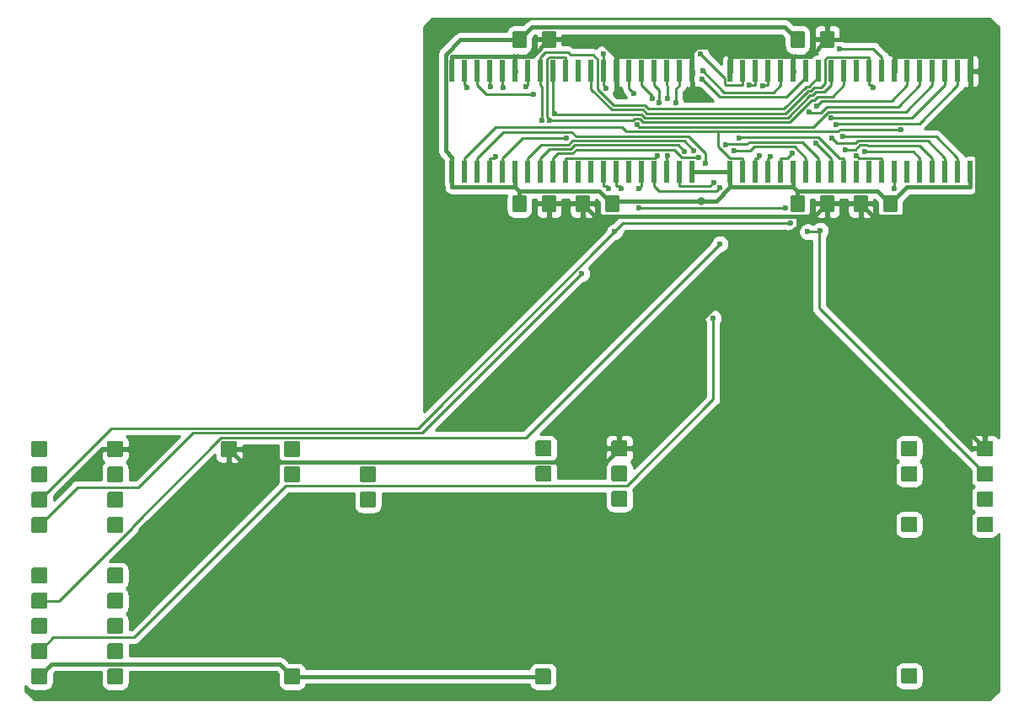
<source format=gtl>
G04 #@! TF.GenerationSoftware,KiCad,Pcbnew,(5.1.2-1)-1*
G04 #@! TF.CreationDate,2019-09-30T22:51:03+01:00*
G04 #@! TF.ProjectId,DRAM Board,4452414d-2042-46f6-9172-642e6b696361,rev?*
G04 #@! TF.SameCoordinates,Original*
G04 #@! TF.FileFunction,Copper,L1,Top*
G04 #@! TF.FilePolarity,Positive*
%FSLAX46Y46*%
G04 Gerber Fmt 4.6, Leading zero omitted, Abs format (unit mm)*
G04 Created by KiCad (PCBNEW (5.1.2-1)-1) date 2019-09-30 22:51:03*
%MOMM*%
%LPD*%
G04 APERTURE LIST*
%ADD10C,0.100000*%
%ADD11C,1.600000*%
%ADD12C,1.425000*%
%ADD13R,0.500000X2.200000*%
%ADD14C,0.600000*%
%ADD15C,0.800000*%
%ADD16C,0.250000*%
%ADD17C,0.381000*%
%ADD18C,0.254000*%
G04 APERTURE END LIST*
D10*
G36*
X143621603Y-96533763D02*
G01*
X143641018Y-96536643D01*
X143660057Y-96541412D01*
X143678537Y-96548024D01*
X143696279Y-96556416D01*
X143713114Y-96566506D01*
X143728879Y-96578198D01*
X143743421Y-96591379D01*
X143756602Y-96605921D01*
X143768294Y-96621686D01*
X143778384Y-96638521D01*
X143786776Y-96656263D01*
X143793388Y-96674743D01*
X143798157Y-96693782D01*
X143801037Y-96713197D01*
X143802000Y-96732800D01*
X143802000Y-97932800D01*
X143801037Y-97952403D01*
X143798157Y-97971818D01*
X143793388Y-97990857D01*
X143786776Y-98009337D01*
X143778384Y-98027079D01*
X143768294Y-98043914D01*
X143756602Y-98059679D01*
X143743421Y-98074221D01*
X143728879Y-98087402D01*
X143713114Y-98099094D01*
X143696279Y-98109184D01*
X143678537Y-98117576D01*
X143660057Y-98124188D01*
X143641018Y-98128957D01*
X143621603Y-98131837D01*
X143602000Y-98132800D01*
X142402000Y-98132800D01*
X142382397Y-98131837D01*
X142362982Y-98128957D01*
X142343943Y-98124188D01*
X142325463Y-98117576D01*
X142307721Y-98109184D01*
X142290886Y-98099094D01*
X142275121Y-98087402D01*
X142260579Y-98074221D01*
X142247398Y-98059679D01*
X142235706Y-98043914D01*
X142225616Y-98027079D01*
X142217224Y-98009337D01*
X142210612Y-97990857D01*
X142205843Y-97971818D01*
X142202963Y-97952403D01*
X142202000Y-97932800D01*
X142202000Y-96732800D01*
X142202963Y-96713197D01*
X142205843Y-96693782D01*
X142210612Y-96674743D01*
X142217224Y-96656263D01*
X142225616Y-96638521D01*
X142235706Y-96621686D01*
X142247398Y-96605921D01*
X142260579Y-96591379D01*
X142275121Y-96578198D01*
X142290886Y-96566506D01*
X142307721Y-96556416D01*
X142325463Y-96548024D01*
X142343943Y-96541412D01*
X142362982Y-96536643D01*
X142382397Y-96533763D01*
X142402000Y-96532800D01*
X143602000Y-96532800D01*
X143621603Y-96533763D01*
X143621603Y-96533763D01*
G37*
D11*
X143002000Y-97332800D03*
D10*
G36*
X191721504Y-48910204D02*
G01*
X191745773Y-48913804D01*
X191769571Y-48919765D01*
X191792671Y-48928030D01*
X191814849Y-48938520D01*
X191835893Y-48951133D01*
X191855598Y-48965747D01*
X191873777Y-48982223D01*
X191890253Y-49000402D01*
X191904867Y-49020107D01*
X191917480Y-49041151D01*
X191927970Y-49063329D01*
X191936235Y-49086429D01*
X191942196Y-49110227D01*
X191945796Y-49134496D01*
X191947000Y-49159000D01*
X191947000Y-50409000D01*
X191945796Y-50433504D01*
X191942196Y-50457773D01*
X191936235Y-50481571D01*
X191927970Y-50504671D01*
X191917480Y-50526849D01*
X191904867Y-50547893D01*
X191890253Y-50567598D01*
X191873777Y-50585777D01*
X191855598Y-50602253D01*
X191835893Y-50616867D01*
X191814849Y-50629480D01*
X191792671Y-50639970D01*
X191769571Y-50648235D01*
X191745773Y-50654196D01*
X191721504Y-50657796D01*
X191697000Y-50659000D01*
X190772000Y-50659000D01*
X190747496Y-50657796D01*
X190723227Y-50654196D01*
X190699429Y-50648235D01*
X190676329Y-50639970D01*
X190654151Y-50629480D01*
X190633107Y-50616867D01*
X190613402Y-50602253D01*
X190595223Y-50585777D01*
X190578747Y-50567598D01*
X190564133Y-50547893D01*
X190551520Y-50526849D01*
X190541030Y-50504671D01*
X190532765Y-50481571D01*
X190526804Y-50457773D01*
X190523204Y-50433504D01*
X190522000Y-50409000D01*
X190522000Y-49159000D01*
X190523204Y-49134496D01*
X190526804Y-49110227D01*
X190532765Y-49086429D01*
X190541030Y-49063329D01*
X190551520Y-49041151D01*
X190564133Y-49020107D01*
X190578747Y-49000402D01*
X190595223Y-48982223D01*
X190613402Y-48965747D01*
X190633107Y-48951133D01*
X190654151Y-48938520D01*
X190676329Y-48928030D01*
X190699429Y-48919765D01*
X190723227Y-48913804D01*
X190747496Y-48910204D01*
X190772000Y-48909000D01*
X191697000Y-48909000D01*
X191721504Y-48910204D01*
X191721504Y-48910204D01*
G37*
D12*
X191234500Y-49784000D03*
D10*
G36*
X194696504Y-48910204D02*
G01*
X194720773Y-48913804D01*
X194744571Y-48919765D01*
X194767671Y-48928030D01*
X194789849Y-48938520D01*
X194810893Y-48951133D01*
X194830598Y-48965747D01*
X194848777Y-48982223D01*
X194865253Y-49000402D01*
X194879867Y-49020107D01*
X194892480Y-49041151D01*
X194902970Y-49063329D01*
X194911235Y-49086429D01*
X194917196Y-49110227D01*
X194920796Y-49134496D01*
X194922000Y-49159000D01*
X194922000Y-50409000D01*
X194920796Y-50433504D01*
X194917196Y-50457773D01*
X194911235Y-50481571D01*
X194902970Y-50504671D01*
X194892480Y-50526849D01*
X194879867Y-50547893D01*
X194865253Y-50567598D01*
X194848777Y-50585777D01*
X194830598Y-50602253D01*
X194810893Y-50616867D01*
X194789849Y-50629480D01*
X194767671Y-50639970D01*
X194744571Y-50648235D01*
X194720773Y-50654196D01*
X194696504Y-50657796D01*
X194672000Y-50659000D01*
X193747000Y-50659000D01*
X193722496Y-50657796D01*
X193698227Y-50654196D01*
X193674429Y-50648235D01*
X193651329Y-50639970D01*
X193629151Y-50629480D01*
X193608107Y-50616867D01*
X193588402Y-50602253D01*
X193570223Y-50585777D01*
X193553747Y-50567598D01*
X193539133Y-50547893D01*
X193526520Y-50526849D01*
X193516030Y-50504671D01*
X193507765Y-50481571D01*
X193501804Y-50457773D01*
X193498204Y-50433504D01*
X193497000Y-50409000D01*
X193497000Y-49159000D01*
X193498204Y-49134496D01*
X193501804Y-49110227D01*
X193507765Y-49086429D01*
X193516030Y-49063329D01*
X193526520Y-49041151D01*
X193539133Y-49020107D01*
X193553747Y-49000402D01*
X193570223Y-48982223D01*
X193588402Y-48965747D01*
X193608107Y-48951133D01*
X193629151Y-48938520D01*
X193651329Y-48928030D01*
X193674429Y-48919765D01*
X193698227Y-48913804D01*
X193722496Y-48910204D01*
X193747000Y-48909000D01*
X194672000Y-48909000D01*
X194696504Y-48910204D01*
X194696504Y-48910204D01*
G37*
D12*
X194209500Y-49784000D03*
D10*
G36*
X198071504Y-48910204D02*
G01*
X198095773Y-48913804D01*
X198119571Y-48919765D01*
X198142671Y-48928030D01*
X198164849Y-48938520D01*
X198185893Y-48951133D01*
X198205598Y-48965747D01*
X198223777Y-48982223D01*
X198240253Y-49000402D01*
X198254867Y-49020107D01*
X198267480Y-49041151D01*
X198277970Y-49063329D01*
X198286235Y-49086429D01*
X198292196Y-49110227D01*
X198295796Y-49134496D01*
X198297000Y-49159000D01*
X198297000Y-50409000D01*
X198295796Y-50433504D01*
X198292196Y-50457773D01*
X198286235Y-50481571D01*
X198277970Y-50504671D01*
X198267480Y-50526849D01*
X198254867Y-50547893D01*
X198240253Y-50567598D01*
X198223777Y-50585777D01*
X198205598Y-50602253D01*
X198185893Y-50616867D01*
X198164849Y-50629480D01*
X198142671Y-50639970D01*
X198119571Y-50648235D01*
X198095773Y-50654196D01*
X198071504Y-50657796D01*
X198047000Y-50659000D01*
X197122000Y-50659000D01*
X197097496Y-50657796D01*
X197073227Y-50654196D01*
X197049429Y-50648235D01*
X197026329Y-50639970D01*
X197004151Y-50629480D01*
X196983107Y-50616867D01*
X196963402Y-50602253D01*
X196945223Y-50585777D01*
X196928747Y-50567598D01*
X196914133Y-50547893D01*
X196901520Y-50526849D01*
X196891030Y-50504671D01*
X196882765Y-50481571D01*
X196876804Y-50457773D01*
X196873204Y-50433504D01*
X196872000Y-50409000D01*
X196872000Y-49159000D01*
X196873204Y-49134496D01*
X196876804Y-49110227D01*
X196882765Y-49086429D01*
X196891030Y-49063329D01*
X196901520Y-49041151D01*
X196914133Y-49020107D01*
X196928747Y-49000402D01*
X196945223Y-48982223D01*
X196963402Y-48965747D01*
X196983107Y-48951133D01*
X197004151Y-48938520D01*
X197026329Y-48928030D01*
X197049429Y-48919765D01*
X197073227Y-48913804D01*
X197097496Y-48910204D01*
X197122000Y-48909000D01*
X198047000Y-48909000D01*
X198071504Y-48910204D01*
X198071504Y-48910204D01*
G37*
D12*
X197584500Y-49784000D03*
D10*
G36*
X201046504Y-48910204D02*
G01*
X201070773Y-48913804D01*
X201094571Y-48919765D01*
X201117671Y-48928030D01*
X201139849Y-48938520D01*
X201160893Y-48951133D01*
X201180598Y-48965747D01*
X201198777Y-48982223D01*
X201215253Y-49000402D01*
X201229867Y-49020107D01*
X201242480Y-49041151D01*
X201252970Y-49063329D01*
X201261235Y-49086429D01*
X201267196Y-49110227D01*
X201270796Y-49134496D01*
X201272000Y-49159000D01*
X201272000Y-50409000D01*
X201270796Y-50433504D01*
X201267196Y-50457773D01*
X201261235Y-50481571D01*
X201252970Y-50504671D01*
X201242480Y-50526849D01*
X201229867Y-50547893D01*
X201215253Y-50567598D01*
X201198777Y-50585777D01*
X201180598Y-50602253D01*
X201160893Y-50616867D01*
X201139849Y-50629480D01*
X201117671Y-50639970D01*
X201094571Y-50648235D01*
X201070773Y-50654196D01*
X201046504Y-50657796D01*
X201022000Y-50659000D01*
X200097000Y-50659000D01*
X200072496Y-50657796D01*
X200048227Y-50654196D01*
X200024429Y-50648235D01*
X200001329Y-50639970D01*
X199979151Y-50629480D01*
X199958107Y-50616867D01*
X199938402Y-50602253D01*
X199920223Y-50585777D01*
X199903747Y-50567598D01*
X199889133Y-50547893D01*
X199876520Y-50526849D01*
X199866030Y-50504671D01*
X199857765Y-50481571D01*
X199851804Y-50457773D01*
X199848204Y-50433504D01*
X199847000Y-50409000D01*
X199847000Y-49159000D01*
X199848204Y-49134496D01*
X199851804Y-49110227D01*
X199857765Y-49086429D01*
X199866030Y-49063329D01*
X199876520Y-49041151D01*
X199889133Y-49020107D01*
X199903747Y-49000402D01*
X199920223Y-48982223D01*
X199938402Y-48965747D01*
X199958107Y-48951133D01*
X199979151Y-48938520D01*
X200001329Y-48928030D01*
X200024429Y-48919765D01*
X200048227Y-48913804D01*
X200072496Y-48910204D01*
X200097000Y-48909000D01*
X201022000Y-48909000D01*
X201046504Y-48910204D01*
X201046504Y-48910204D01*
G37*
D12*
X200559500Y-49784000D03*
D10*
G36*
X191721504Y-32400204D02*
G01*
X191745773Y-32403804D01*
X191769571Y-32409765D01*
X191792671Y-32418030D01*
X191814849Y-32428520D01*
X191835893Y-32441133D01*
X191855598Y-32455747D01*
X191873777Y-32472223D01*
X191890253Y-32490402D01*
X191904867Y-32510107D01*
X191917480Y-32531151D01*
X191927970Y-32553329D01*
X191936235Y-32576429D01*
X191942196Y-32600227D01*
X191945796Y-32624496D01*
X191947000Y-32649000D01*
X191947000Y-33899000D01*
X191945796Y-33923504D01*
X191942196Y-33947773D01*
X191936235Y-33971571D01*
X191927970Y-33994671D01*
X191917480Y-34016849D01*
X191904867Y-34037893D01*
X191890253Y-34057598D01*
X191873777Y-34075777D01*
X191855598Y-34092253D01*
X191835893Y-34106867D01*
X191814849Y-34119480D01*
X191792671Y-34129970D01*
X191769571Y-34138235D01*
X191745773Y-34144196D01*
X191721504Y-34147796D01*
X191697000Y-34149000D01*
X190772000Y-34149000D01*
X190747496Y-34147796D01*
X190723227Y-34144196D01*
X190699429Y-34138235D01*
X190676329Y-34129970D01*
X190654151Y-34119480D01*
X190633107Y-34106867D01*
X190613402Y-34092253D01*
X190595223Y-34075777D01*
X190578747Y-34057598D01*
X190564133Y-34037893D01*
X190551520Y-34016849D01*
X190541030Y-33994671D01*
X190532765Y-33971571D01*
X190526804Y-33947773D01*
X190523204Y-33923504D01*
X190522000Y-33899000D01*
X190522000Y-32649000D01*
X190523204Y-32624496D01*
X190526804Y-32600227D01*
X190532765Y-32576429D01*
X190541030Y-32553329D01*
X190551520Y-32531151D01*
X190564133Y-32510107D01*
X190578747Y-32490402D01*
X190595223Y-32472223D01*
X190613402Y-32455747D01*
X190633107Y-32441133D01*
X190654151Y-32428520D01*
X190676329Y-32418030D01*
X190699429Y-32409765D01*
X190723227Y-32403804D01*
X190747496Y-32400204D01*
X190772000Y-32399000D01*
X191697000Y-32399000D01*
X191721504Y-32400204D01*
X191721504Y-32400204D01*
G37*
D12*
X191234500Y-33274000D03*
D10*
G36*
X194696504Y-32400204D02*
G01*
X194720773Y-32403804D01*
X194744571Y-32409765D01*
X194767671Y-32418030D01*
X194789849Y-32428520D01*
X194810893Y-32441133D01*
X194830598Y-32455747D01*
X194848777Y-32472223D01*
X194865253Y-32490402D01*
X194879867Y-32510107D01*
X194892480Y-32531151D01*
X194902970Y-32553329D01*
X194911235Y-32576429D01*
X194917196Y-32600227D01*
X194920796Y-32624496D01*
X194922000Y-32649000D01*
X194922000Y-33899000D01*
X194920796Y-33923504D01*
X194917196Y-33947773D01*
X194911235Y-33971571D01*
X194902970Y-33994671D01*
X194892480Y-34016849D01*
X194879867Y-34037893D01*
X194865253Y-34057598D01*
X194848777Y-34075777D01*
X194830598Y-34092253D01*
X194810893Y-34106867D01*
X194789849Y-34119480D01*
X194767671Y-34129970D01*
X194744571Y-34138235D01*
X194720773Y-34144196D01*
X194696504Y-34147796D01*
X194672000Y-34149000D01*
X193747000Y-34149000D01*
X193722496Y-34147796D01*
X193698227Y-34144196D01*
X193674429Y-34138235D01*
X193651329Y-34129970D01*
X193629151Y-34119480D01*
X193608107Y-34106867D01*
X193588402Y-34092253D01*
X193570223Y-34075777D01*
X193553747Y-34057598D01*
X193539133Y-34037893D01*
X193526520Y-34016849D01*
X193516030Y-33994671D01*
X193507765Y-33971571D01*
X193501804Y-33947773D01*
X193498204Y-33923504D01*
X193497000Y-33899000D01*
X193497000Y-32649000D01*
X193498204Y-32624496D01*
X193501804Y-32600227D01*
X193507765Y-32576429D01*
X193516030Y-32553329D01*
X193526520Y-32531151D01*
X193539133Y-32510107D01*
X193553747Y-32490402D01*
X193570223Y-32472223D01*
X193588402Y-32455747D01*
X193608107Y-32441133D01*
X193629151Y-32428520D01*
X193651329Y-32418030D01*
X193674429Y-32409765D01*
X193698227Y-32403804D01*
X193722496Y-32400204D01*
X193747000Y-32399000D01*
X194672000Y-32399000D01*
X194696504Y-32400204D01*
X194696504Y-32400204D01*
G37*
D12*
X194209500Y-33274000D03*
D10*
G36*
X222636504Y-48910204D02*
G01*
X222660773Y-48913804D01*
X222684571Y-48919765D01*
X222707671Y-48928030D01*
X222729849Y-48938520D01*
X222750893Y-48951133D01*
X222770598Y-48965747D01*
X222788777Y-48982223D01*
X222805253Y-49000402D01*
X222819867Y-49020107D01*
X222832480Y-49041151D01*
X222842970Y-49063329D01*
X222851235Y-49086429D01*
X222857196Y-49110227D01*
X222860796Y-49134496D01*
X222862000Y-49159000D01*
X222862000Y-50409000D01*
X222860796Y-50433504D01*
X222857196Y-50457773D01*
X222851235Y-50481571D01*
X222842970Y-50504671D01*
X222832480Y-50526849D01*
X222819867Y-50547893D01*
X222805253Y-50567598D01*
X222788777Y-50585777D01*
X222770598Y-50602253D01*
X222750893Y-50616867D01*
X222729849Y-50629480D01*
X222707671Y-50639970D01*
X222684571Y-50648235D01*
X222660773Y-50654196D01*
X222636504Y-50657796D01*
X222612000Y-50659000D01*
X221687000Y-50659000D01*
X221662496Y-50657796D01*
X221638227Y-50654196D01*
X221614429Y-50648235D01*
X221591329Y-50639970D01*
X221569151Y-50629480D01*
X221548107Y-50616867D01*
X221528402Y-50602253D01*
X221510223Y-50585777D01*
X221493747Y-50567598D01*
X221479133Y-50547893D01*
X221466520Y-50526849D01*
X221456030Y-50504671D01*
X221447765Y-50481571D01*
X221441804Y-50457773D01*
X221438204Y-50433504D01*
X221437000Y-50409000D01*
X221437000Y-49159000D01*
X221438204Y-49134496D01*
X221441804Y-49110227D01*
X221447765Y-49086429D01*
X221456030Y-49063329D01*
X221466520Y-49041151D01*
X221479133Y-49020107D01*
X221493747Y-49000402D01*
X221510223Y-48982223D01*
X221528402Y-48965747D01*
X221548107Y-48951133D01*
X221569151Y-48938520D01*
X221591329Y-48928030D01*
X221614429Y-48919765D01*
X221638227Y-48913804D01*
X221662496Y-48910204D01*
X221687000Y-48909000D01*
X222612000Y-48909000D01*
X222636504Y-48910204D01*
X222636504Y-48910204D01*
G37*
D12*
X222149500Y-49784000D03*
D10*
G36*
X219661504Y-48910204D02*
G01*
X219685773Y-48913804D01*
X219709571Y-48919765D01*
X219732671Y-48928030D01*
X219754849Y-48938520D01*
X219775893Y-48951133D01*
X219795598Y-48965747D01*
X219813777Y-48982223D01*
X219830253Y-49000402D01*
X219844867Y-49020107D01*
X219857480Y-49041151D01*
X219867970Y-49063329D01*
X219876235Y-49086429D01*
X219882196Y-49110227D01*
X219885796Y-49134496D01*
X219887000Y-49159000D01*
X219887000Y-50409000D01*
X219885796Y-50433504D01*
X219882196Y-50457773D01*
X219876235Y-50481571D01*
X219867970Y-50504671D01*
X219857480Y-50526849D01*
X219844867Y-50547893D01*
X219830253Y-50567598D01*
X219813777Y-50585777D01*
X219795598Y-50602253D01*
X219775893Y-50616867D01*
X219754849Y-50629480D01*
X219732671Y-50639970D01*
X219709571Y-50648235D01*
X219685773Y-50654196D01*
X219661504Y-50657796D01*
X219637000Y-50659000D01*
X218712000Y-50659000D01*
X218687496Y-50657796D01*
X218663227Y-50654196D01*
X218639429Y-50648235D01*
X218616329Y-50639970D01*
X218594151Y-50629480D01*
X218573107Y-50616867D01*
X218553402Y-50602253D01*
X218535223Y-50585777D01*
X218518747Y-50567598D01*
X218504133Y-50547893D01*
X218491520Y-50526849D01*
X218481030Y-50504671D01*
X218472765Y-50481571D01*
X218466804Y-50457773D01*
X218463204Y-50433504D01*
X218462000Y-50409000D01*
X218462000Y-49159000D01*
X218463204Y-49134496D01*
X218466804Y-49110227D01*
X218472765Y-49086429D01*
X218481030Y-49063329D01*
X218491520Y-49041151D01*
X218504133Y-49020107D01*
X218518747Y-49000402D01*
X218535223Y-48982223D01*
X218553402Y-48965747D01*
X218573107Y-48951133D01*
X218594151Y-48938520D01*
X218616329Y-48928030D01*
X218639429Y-48919765D01*
X218663227Y-48913804D01*
X218687496Y-48910204D01*
X218712000Y-48909000D01*
X219637000Y-48909000D01*
X219661504Y-48910204D01*
X219661504Y-48910204D01*
G37*
D12*
X219174500Y-49784000D03*
D10*
G36*
X238617603Y-78702963D02*
G01*
X238637018Y-78705843D01*
X238656057Y-78710612D01*
X238674537Y-78717224D01*
X238692279Y-78725616D01*
X238709114Y-78735706D01*
X238724879Y-78747398D01*
X238739421Y-78760579D01*
X238752602Y-78775121D01*
X238764294Y-78790886D01*
X238774384Y-78807721D01*
X238782776Y-78825463D01*
X238789388Y-78843943D01*
X238794157Y-78862982D01*
X238797037Y-78882397D01*
X238798000Y-78902000D01*
X238798000Y-80102000D01*
X238797037Y-80121603D01*
X238794157Y-80141018D01*
X238789388Y-80160057D01*
X238782776Y-80178537D01*
X238774384Y-80196279D01*
X238764294Y-80213114D01*
X238752602Y-80228879D01*
X238739421Y-80243421D01*
X238724879Y-80256602D01*
X238709114Y-80268294D01*
X238692279Y-80278384D01*
X238674537Y-80286776D01*
X238656057Y-80293388D01*
X238637018Y-80298157D01*
X238617603Y-80301037D01*
X238598000Y-80302000D01*
X237398000Y-80302000D01*
X237378397Y-80301037D01*
X237358982Y-80298157D01*
X237339943Y-80293388D01*
X237321463Y-80286776D01*
X237303721Y-80278384D01*
X237286886Y-80268294D01*
X237271121Y-80256602D01*
X237256579Y-80243421D01*
X237243398Y-80228879D01*
X237231706Y-80213114D01*
X237221616Y-80196279D01*
X237213224Y-80178537D01*
X237206612Y-80160057D01*
X237201843Y-80141018D01*
X237198963Y-80121603D01*
X237198000Y-80102000D01*
X237198000Y-78902000D01*
X237198963Y-78882397D01*
X237201843Y-78862982D01*
X237206612Y-78843943D01*
X237213224Y-78825463D01*
X237221616Y-78807721D01*
X237231706Y-78790886D01*
X237243398Y-78775121D01*
X237256579Y-78760579D01*
X237271121Y-78747398D01*
X237286886Y-78735706D01*
X237303721Y-78725616D01*
X237321463Y-78717224D01*
X237339943Y-78710612D01*
X237358982Y-78705843D01*
X237378397Y-78702963D01*
X237398000Y-78702000D01*
X238598000Y-78702000D01*
X238617603Y-78702963D01*
X238617603Y-78702963D01*
G37*
D11*
X237998000Y-79502000D03*
D10*
G36*
X230997603Y-76162963D02*
G01*
X231017018Y-76165843D01*
X231036057Y-76170612D01*
X231054537Y-76177224D01*
X231072279Y-76185616D01*
X231089114Y-76195706D01*
X231104879Y-76207398D01*
X231119421Y-76220579D01*
X231132602Y-76235121D01*
X231144294Y-76250886D01*
X231154384Y-76267721D01*
X231162776Y-76285463D01*
X231169388Y-76303943D01*
X231174157Y-76322982D01*
X231177037Y-76342397D01*
X231178000Y-76362000D01*
X231178000Y-77562000D01*
X231177037Y-77581603D01*
X231174157Y-77601018D01*
X231169388Y-77620057D01*
X231162776Y-77638537D01*
X231154384Y-77656279D01*
X231144294Y-77673114D01*
X231132602Y-77688879D01*
X231119421Y-77703421D01*
X231104879Y-77716602D01*
X231089114Y-77728294D01*
X231072279Y-77738384D01*
X231054537Y-77746776D01*
X231036057Y-77753388D01*
X231017018Y-77758157D01*
X230997603Y-77761037D01*
X230978000Y-77762000D01*
X229778000Y-77762000D01*
X229758397Y-77761037D01*
X229738982Y-77758157D01*
X229719943Y-77753388D01*
X229701463Y-77746776D01*
X229683721Y-77738384D01*
X229666886Y-77728294D01*
X229651121Y-77716602D01*
X229636579Y-77703421D01*
X229623398Y-77688879D01*
X229611706Y-77673114D01*
X229601616Y-77656279D01*
X229593224Y-77638537D01*
X229586612Y-77620057D01*
X229581843Y-77601018D01*
X229578963Y-77581603D01*
X229578000Y-77562000D01*
X229578000Y-76362000D01*
X229578963Y-76342397D01*
X229581843Y-76322982D01*
X229586612Y-76303943D01*
X229593224Y-76285463D01*
X229601616Y-76267721D01*
X229611706Y-76250886D01*
X229623398Y-76235121D01*
X229636579Y-76220579D01*
X229651121Y-76207398D01*
X229666886Y-76195706D01*
X229683721Y-76185616D01*
X229701463Y-76177224D01*
X229719943Y-76170612D01*
X229738982Y-76165843D01*
X229758397Y-76162963D01*
X229778000Y-76162000D01*
X230978000Y-76162000D01*
X230997603Y-76162963D01*
X230997603Y-76162963D01*
G37*
D11*
X230378000Y-76962000D03*
D10*
G36*
X238617603Y-76162963D02*
G01*
X238637018Y-76165843D01*
X238656057Y-76170612D01*
X238674537Y-76177224D01*
X238692279Y-76185616D01*
X238709114Y-76195706D01*
X238724879Y-76207398D01*
X238739421Y-76220579D01*
X238752602Y-76235121D01*
X238764294Y-76250886D01*
X238774384Y-76267721D01*
X238782776Y-76285463D01*
X238789388Y-76303943D01*
X238794157Y-76322982D01*
X238797037Y-76342397D01*
X238798000Y-76362000D01*
X238798000Y-77562000D01*
X238797037Y-77581603D01*
X238794157Y-77601018D01*
X238789388Y-77620057D01*
X238782776Y-77638537D01*
X238774384Y-77656279D01*
X238764294Y-77673114D01*
X238752602Y-77688879D01*
X238739421Y-77703421D01*
X238724879Y-77716602D01*
X238709114Y-77728294D01*
X238692279Y-77738384D01*
X238674537Y-77746776D01*
X238656057Y-77753388D01*
X238637018Y-77758157D01*
X238617603Y-77761037D01*
X238598000Y-77762000D01*
X237398000Y-77762000D01*
X237378397Y-77761037D01*
X237358982Y-77758157D01*
X237339943Y-77753388D01*
X237321463Y-77746776D01*
X237303721Y-77738384D01*
X237286886Y-77728294D01*
X237271121Y-77716602D01*
X237256579Y-77703421D01*
X237243398Y-77688879D01*
X237231706Y-77673114D01*
X237221616Y-77656279D01*
X237213224Y-77638537D01*
X237206612Y-77620057D01*
X237201843Y-77601018D01*
X237198963Y-77581603D01*
X237198000Y-77562000D01*
X237198000Y-76362000D01*
X237198963Y-76342397D01*
X237201843Y-76322982D01*
X237206612Y-76303943D01*
X237213224Y-76285463D01*
X237221616Y-76267721D01*
X237231706Y-76250886D01*
X237243398Y-76235121D01*
X237256579Y-76220579D01*
X237271121Y-76207398D01*
X237286886Y-76195706D01*
X237303721Y-76185616D01*
X237321463Y-76177224D01*
X237339943Y-76170612D01*
X237358982Y-76165843D01*
X237378397Y-76162963D01*
X237398000Y-76162000D01*
X238598000Y-76162000D01*
X238617603Y-76162963D01*
X238617603Y-76162963D01*
G37*
D11*
X237998000Y-76962000D03*
D10*
G36*
X230997603Y-73622963D02*
G01*
X231017018Y-73625843D01*
X231036057Y-73630612D01*
X231054537Y-73637224D01*
X231072279Y-73645616D01*
X231089114Y-73655706D01*
X231104879Y-73667398D01*
X231119421Y-73680579D01*
X231132602Y-73695121D01*
X231144294Y-73710886D01*
X231154384Y-73727721D01*
X231162776Y-73745463D01*
X231169388Y-73763943D01*
X231174157Y-73782982D01*
X231177037Y-73802397D01*
X231178000Y-73822000D01*
X231178000Y-75022000D01*
X231177037Y-75041603D01*
X231174157Y-75061018D01*
X231169388Y-75080057D01*
X231162776Y-75098537D01*
X231154384Y-75116279D01*
X231144294Y-75133114D01*
X231132602Y-75148879D01*
X231119421Y-75163421D01*
X231104879Y-75176602D01*
X231089114Y-75188294D01*
X231072279Y-75198384D01*
X231054537Y-75206776D01*
X231036057Y-75213388D01*
X231017018Y-75218157D01*
X230997603Y-75221037D01*
X230978000Y-75222000D01*
X229778000Y-75222000D01*
X229758397Y-75221037D01*
X229738982Y-75218157D01*
X229719943Y-75213388D01*
X229701463Y-75206776D01*
X229683721Y-75198384D01*
X229666886Y-75188294D01*
X229651121Y-75176602D01*
X229636579Y-75163421D01*
X229623398Y-75148879D01*
X229611706Y-75133114D01*
X229601616Y-75116279D01*
X229593224Y-75098537D01*
X229586612Y-75080057D01*
X229581843Y-75061018D01*
X229578963Y-75041603D01*
X229578000Y-75022000D01*
X229578000Y-73822000D01*
X229578963Y-73802397D01*
X229581843Y-73782982D01*
X229586612Y-73763943D01*
X229593224Y-73745463D01*
X229601616Y-73727721D01*
X229611706Y-73710886D01*
X229623398Y-73695121D01*
X229636579Y-73680579D01*
X229651121Y-73667398D01*
X229666886Y-73655706D01*
X229683721Y-73645616D01*
X229701463Y-73637224D01*
X229719943Y-73630612D01*
X229738982Y-73625843D01*
X229758397Y-73622963D01*
X229778000Y-73622000D01*
X230978000Y-73622000D01*
X230997603Y-73622963D01*
X230997603Y-73622963D01*
G37*
D11*
X230378000Y-74422000D03*
D10*
G36*
X201889603Y-78677563D02*
G01*
X201909018Y-78680443D01*
X201928057Y-78685212D01*
X201946537Y-78691824D01*
X201964279Y-78700216D01*
X201981114Y-78710306D01*
X201996879Y-78721998D01*
X202011421Y-78735179D01*
X202024602Y-78749721D01*
X202036294Y-78765486D01*
X202046384Y-78782321D01*
X202054776Y-78800063D01*
X202061388Y-78818543D01*
X202066157Y-78837582D01*
X202069037Y-78856997D01*
X202070000Y-78876600D01*
X202070000Y-80076600D01*
X202069037Y-80096203D01*
X202066157Y-80115618D01*
X202061388Y-80134657D01*
X202054776Y-80153137D01*
X202046384Y-80170879D01*
X202036294Y-80187714D01*
X202024602Y-80203479D01*
X202011421Y-80218021D01*
X201996879Y-80231202D01*
X201981114Y-80242894D01*
X201964279Y-80252984D01*
X201946537Y-80261376D01*
X201928057Y-80267988D01*
X201909018Y-80272757D01*
X201889603Y-80275637D01*
X201870000Y-80276600D01*
X200670000Y-80276600D01*
X200650397Y-80275637D01*
X200630982Y-80272757D01*
X200611943Y-80267988D01*
X200593463Y-80261376D01*
X200575721Y-80252984D01*
X200558886Y-80242894D01*
X200543121Y-80231202D01*
X200528579Y-80218021D01*
X200515398Y-80203479D01*
X200503706Y-80187714D01*
X200493616Y-80170879D01*
X200485224Y-80153137D01*
X200478612Y-80134657D01*
X200473843Y-80115618D01*
X200470963Y-80096203D01*
X200470000Y-80076600D01*
X200470000Y-78876600D01*
X200470963Y-78856997D01*
X200473843Y-78837582D01*
X200478612Y-78818543D01*
X200485224Y-78800063D01*
X200493616Y-78782321D01*
X200503706Y-78765486D01*
X200515398Y-78749721D01*
X200528579Y-78735179D01*
X200543121Y-78721998D01*
X200558886Y-78710306D01*
X200575721Y-78700216D01*
X200593463Y-78691824D01*
X200611943Y-78685212D01*
X200630982Y-78680443D01*
X200650397Y-78677563D01*
X200670000Y-78676600D01*
X201870000Y-78676600D01*
X201889603Y-78677563D01*
X201889603Y-78677563D01*
G37*
D11*
X201270000Y-79476600D03*
D10*
G36*
X194269603Y-76137563D02*
G01*
X194289018Y-76140443D01*
X194308057Y-76145212D01*
X194326537Y-76151824D01*
X194344279Y-76160216D01*
X194361114Y-76170306D01*
X194376879Y-76181998D01*
X194391421Y-76195179D01*
X194404602Y-76209721D01*
X194416294Y-76225486D01*
X194426384Y-76242321D01*
X194434776Y-76260063D01*
X194441388Y-76278543D01*
X194446157Y-76297582D01*
X194449037Y-76316997D01*
X194450000Y-76336600D01*
X194450000Y-77536600D01*
X194449037Y-77556203D01*
X194446157Y-77575618D01*
X194441388Y-77594657D01*
X194434776Y-77613137D01*
X194426384Y-77630879D01*
X194416294Y-77647714D01*
X194404602Y-77663479D01*
X194391421Y-77678021D01*
X194376879Y-77691202D01*
X194361114Y-77702894D01*
X194344279Y-77712984D01*
X194326537Y-77721376D01*
X194308057Y-77727988D01*
X194289018Y-77732757D01*
X194269603Y-77735637D01*
X194250000Y-77736600D01*
X193050000Y-77736600D01*
X193030397Y-77735637D01*
X193010982Y-77732757D01*
X192991943Y-77727988D01*
X192973463Y-77721376D01*
X192955721Y-77712984D01*
X192938886Y-77702894D01*
X192923121Y-77691202D01*
X192908579Y-77678021D01*
X192895398Y-77663479D01*
X192883706Y-77647714D01*
X192873616Y-77630879D01*
X192865224Y-77613137D01*
X192858612Y-77594657D01*
X192853843Y-77575618D01*
X192850963Y-77556203D01*
X192850000Y-77536600D01*
X192850000Y-76336600D01*
X192850963Y-76316997D01*
X192853843Y-76297582D01*
X192858612Y-76278543D01*
X192865224Y-76260063D01*
X192873616Y-76242321D01*
X192883706Y-76225486D01*
X192895398Y-76209721D01*
X192908579Y-76195179D01*
X192923121Y-76181998D01*
X192938886Y-76170306D01*
X192955721Y-76160216D01*
X192973463Y-76151824D01*
X192991943Y-76145212D01*
X193010982Y-76140443D01*
X193030397Y-76137563D01*
X193050000Y-76136600D01*
X194250000Y-76136600D01*
X194269603Y-76137563D01*
X194269603Y-76137563D01*
G37*
D11*
X193650000Y-76936600D03*
D10*
G36*
X201889603Y-76137563D02*
G01*
X201909018Y-76140443D01*
X201928057Y-76145212D01*
X201946537Y-76151824D01*
X201964279Y-76160216D01*
X201981114Y-76170306D01*
X201996879Y-76181998D01*
X202011421Y-76195179D01*
X202024602Y-76209721D01*
X202036294Y-76225486D01*
X202046384Y-76242321D01*
X202054776Y-76260063D01*
X202061388Y-76278543D01*
X202066157Y-76297582D01*
X202069037Y-76316997D01*
X202070000Y-76336600D01*
X202070000Y-77536600D01*
X202069037Y-77556203D01*
X202066157Y-77575618D01*
X202061388Y-77594657D01*
X202054776Y-77613137D01*
X202046384Y-77630879D01*
X202036294Y-77647714D01*
X202024602Y-77663479D01*
X202011421Y-77678021D01*
X201996879Y-77691202D01*
X201981114Y-77702894D01*
X201964279Y-77712984D01*
X201946537Y-77721376D01*
X201928057Y-77727988D01*
X201909018Y-77732757D01*
X201889603Y-77735637D01*
X201870000Y-77736600D01*
X200670000Y-77736600D01*
X200650397Y-77735637D01*
X200630982Y-77732757D01*
X200611943Y-77727988D01*
X200593463Y-77721376D01*
X200575721Y-77712984D01*
X200558886Y-77702894D01*
X200543121Y-77691202D01*
X200528579Y-77678021D01*
X200515398Y-77663479D01*
X200503706Y-77647714D01*
X200493616Y-77630879D01*
X200485224Y-77613137D01*
X200478612Y-77594657D01*
X200473843Y-77575618D01*
X200470963Y-77556203D01*
X200470000Y-77536600D01*
X200470000Y-76336600D01*
X200470963Y-76316997D01*
X200473843Y-76297582D01*
X200478612Y-76278543D01*
X200485224Y-76260063D01*
X200493616Y-76242321D01*
X200503706Y-76225486D01*
X200515398Y-76209721D01*
X200528579Y-76195179D01*
X200543121Y-76181998D01*
X200558886Y-76170306D01*
X200575721Y-76160216D01*
X200593463Y-76151824D01*
X200611943Y-76145212D01*
X200630982Y-76140443D01*
X200650397Y-76137563D01*
X200670000Y-76136600D01*
X201870000Y-76136600D01*
X201889603Y-76137563D01*
X201889603Y-76137563D01*
G37*
D11*
X201270000Y-76936600D03*
D10*
G36*
X194269603Y-73597563D02*
G01*
X194289018Y-73600443D01*
X194308057Y-73605212D01*
X194326537Y-73611824D01*
X194344279Y-73620216D01*
X194361114Y-73630306D01*
X194376879Y-73641998D01*
X194391421Y-73655179D01*
X194404602Y-73669721D01*
X194416294Y-73685486D01*
X194426384Y-73702321D01*
X194434776Y-73720063D01*
X194441388Y-73738543D01*
X194446157Y-73757582D01*
X194449037Y-73776997D01*
X194450000Y-73796600D01*
X194450000Y-74996600D01*
X194449037Y-75016203D01*
X194446157Y-75035618D01*
X194441388Y-75054657D01*
X194434776Y-75073137D01*
X194426384Y-75090879D01*
X194416294Y-75107714D01*
X194404602Y-75123479D01*
X194391421Y-75138021D01*
X194376879Y-75151202D01*
X194361114Y-75162894D01*
X194344279Y-75172984D01*
X194326537Y-75181376D01*
X194308057Y-75187988D01*
X194289018Y-75192757D01*
X194269603Y-75195637D01*
X194250000Y-75196600D01*
X193050000Y-75196600D01*
X193030397Y-75195637D01*
X193010982Y-75192757D01*
X192991943Y-75187988D01*
X192973463Y-75181376D01*
X192955721Y-75172984D01*
X192938886Y-75162894D01*
X192923121Y-75151202D01*
X192908579Y-75138021D01*
X192895398Y-75123479D01*
X192883706Y-75107714D01*
X192873616Y-75090879D01*
X192865224Y-75073137D01*
X192858612Y-75054657D01*
X192853843Y-75035618D01*
X192850963Y-75016203D01*
X192850000Y-74996600D01*
X192850000Y-73796600D01*
X192850963Y-73776997D01*
X192853843Y-73757582D01*
X192858612Y-73738543D01*
X192865224Y-73720063D01*
X192873616Y-73702321D01*
X192883706Y-73685486D01*
X192895398Y-73669721D01*
X192908579Y-73655179D01*
X192923121Y-73641998D01*
X192938886Y-73630306D01*
X192955721Y-73620216D01*
X192973463Y-73611824D01*
X192991943Y-73605212D01*
X193010982Y-73600443D01*
X193030397Y-73597563D01*
X193050000Y-73596600D01*
X194250000Y-73596600D01*
X194269603Y-73597563D01*
X194269603Y-73597563D01*
G37*
D11*
X193650000Y-74396600D03*
D10*
G36*
X176641603Y-78753763D02*
G01*
X176661018Y-78756643D01*
X176680057Y-78761412D01*
X176698537Y-78768024D01*
X176716279Y-78776416D01*
X176733114Y-78786506D01*
X176748879Y-78798198D01*
X176763421Y-78811379D01*
X176776602Y-78825921D01*
X176788294Y-78841686D01*
X176798384Y-78858521D01*
X176806776Y-78876263D01*
X176813388Y-78894743D01*
X176818157Y-78913782D01*
X176821037Y-78933197D01*
X176822000Y-78952800D01*
X176822000Y-80152800D01*
X176821037Y-80172403D01*
X176818157Y-80191818D01*
X176813388Y-80210857D01*
X176806776Y-80229337D01*
X176798384Y-80247079D01*
X176788294Y-80263914D01*
X176776602Y-80279679D01*
X176763421Y-80294221D01*
X176748879Y-80307402D01*
X176733114Y-80319094D01*
X176716279Y-80329184D01*
X176698537Y-80337576D01*
X176680057Y-80344188D01*
X176661018Y-80348957D01*
X176641603Y-80351837D01*
X176622000Y-80352800D01*
X175422000Y-80352800D01*
X175402397Y-80351837D01*
X175382982Y-80348957D01*
X175363943Y-80344188D01*
X175345463Y-80337576D01*
X175327721Y-80329184D01*
X175310886Y-80319094D01*
X175295121Y-80307402D01*
X175280579Y-80294221D01*
X175267398Y-80279679D01*
X175255706Y-80263914D01*
X175245616Y-80247079D01*
X175237224Y-80229337D01*
X175230612Y-80210857D01*
X175225843Y-80191818D01*
X175222963Y-80172403D01*
X175222000Y-80152800D01*
X175222000Y-78952800D01*
X175222963Y-78933197D01*
X175225843Y-78913782D01*
X175230612Y-78894743D01*
X175237224Y-78876263D01*
X175245616Y-78858521D01*
X175255706Y-78841686D01*
X175267398Y-78825921D01*
X175280579Y-78811379D01*
X175295121Y-78798198D01*
X175310886Y-78786506D01*
X175327721Y-78776416D01*
X175345463Y-78768024D01*
X175363943Y-78761412D01*
X175382982Y-78756643D01*
X175402397Y-78753763D01*
X175422000Y-78752800D01*
X176622000Y-78752800D01*
X176641603Y-78753763D01*
X176641603Y-78753763D01*
G37*
D11*
X176022000Y-79552800D03*
D10*
G36*
X169021603Y-76213763D02*
G01*
X169041018Y-76216643D01*
X169060057Y-76221412D01*
X169078537Y-76228024D01*
X169096279Y-76236416D01*
X169113114Y-76246506D01*
X169128879Y-76258198D01*
X169143421Y-76271379D01*
X169156602Y-76285921D01*
X169168294Y-76301686D01*
X169178384Y-76318521D01*
X169186776Y-76336263D01*
X169193388Y-76354743D01*
X169198157Y-76373782D01*
X169201037Y-76393197D01*
X169202000Y-76412800D01*
X169202000Y-77612800D01*
X169201037Y-77632403D01*
X169198157Y-77651818D01*
X169193388Y-77670857D01*
X169186776Y-77689337D01*
X169178384Y-77707079D01*
X169168294Y-77723914D01*
X169156602Y-77739679D01*
X169143421Y-77754221D01*
X169128879Y-77767402D01*
X169113114Y-77779094D01*
X169096279Y-77789184D01*
X169078537Y-77797576D01*
X169060057Y-77804188D01*
X169041018Y-77808957D01*
X169021603Y-77811837D01*
X169002000Y-77812800D01*
X167802000Y-77812800D01*
X167782397Y-77811837D01*
X167762982Y-77808957D01*
X167743943Y-77804188D01*
X167725463Y-77797576D01*
X167707721Y-77789184D01*
X167690886Y-77779094D01*
X167675121Y-77767402D01*
X167660579Y-77754221D01*
X167647398Y-77739679D01*
X167635706Y-77723914D01*
X167625616Y-77707079D01*
X167617224Y-77689337D01*
X167610612Y-77670857D01*
X167605843Y-77651818D01*
X167602963Y-77632403D01*
X167602000Y-77612800D01*
X167602000Y-76412800D01*
X167602963Y-76393197D01*
X167605843Y-76373782D01*
X167610612Y-76354743D01*
X167617224Y-76336263D01*
X167625616Y-76318521D01*
X167635706Y-76301686D01*
X167647398Y-76285921D01*
X167660579Y-76271379D01*
X167675121Y-76258198D01*
X167690886Y-76246506D01*
X167707721Y-76236416D01*
X167725463Y-76228024D01*
X167743943Y-76221412D01*
X167762982Y-76216643D01*
X167782397Y-76213763D01*
X167802000Y-76212800D01*
X169002000Y-76212800D01*
X169021603Y-76213763D01*
X169021603Y-76213763D01*
G37*
D11*
X168402000Y-77012800D03*
D10*
G36*
X176641603Y-76213763D02*
G01*
X176661018Y-76216643D01*
X176680057Y-76221412D01*
X176698537Y-76228024D01*
X176716279Y-76236416D01*
X176733114Y-76246506D01*
X176748879Y-76258198D01*
X176763421Y-76271379D01*
X176776602Y-76285921D01*
X176788294Y-76301686D01*
X176798384Y-76318521D01*
X176806776Y-76336263D01*
X176813388Y-76354743D01*
X176818157Y-76373782D01*
X176821037Y-76393197D01*
X176822000Y-76412800D01*
X176822000Y-77612800D01*
X176821037Y-77632403D01*
X176818157Y-77651818D01*
X176813388Y-77670857D01*
X176806776Y-77689337D01*
X176798384Y-77707079D01*
X176788294Y-77723914D01*
X176776602Y-77739679D01*
X176763421Y-77754221D01*
X176748879Y-77767402D01*
X176733114Y-77779094D01*
X176716279Y-77789184D01*
X176698537Y-77797576D01*
X176680057Y-77804188D01*
X176661018Y-77808957D01*
X176641603Y-77811837D01*
X176622000Y-77812800D01*
X175422000Y-77812800D01*
X175402397Y-77811837D01*
X175382982Y-77808957D01*
X175363943Y-77804188D01*
X175345463Y-77797576D01*
X175327721Y-77789184D01*
X175310886Y-77779094D01*
X175295121Y-77767402D01*
X175280579Y-77754221D01*
X175267398Y-77739679D01*
X175255706Y-77723914D01*
X175245616Y-77707079D01*
X175237224Y-77689337D01*
X175230612Y-77670857D01*
X175225843Y-77651818D01*
X175222963Y-77632403D01*
X175222000Y-77612800D01*
X175222000Y-76412800D01*
X175222963Y-76393197D01*
X175225843Y-76373782D01*
X175230612Y-76354743D01*
X175237224Y-76336263D01*
X175245616Y-76318521D01*
X175255706Y-76301686D01*
X175267398Y-76285921D01*
X175280579Y-76271379D01*
X175295121Y-76258198D01*
X175310886Y-76246506D01*
X175327721Y-76236416D01*
X175345463Y-76228024D01*
X175363943Y-76221412D01*
X175382982Y-76216643D01*
X175402397Y-76213763D01*
X175422000Y-76212800D01*
X176622000Y-76212800D01*
X176641603Y-76213763D01*
X176641603Y-76213763D01*
G37*
D11*
X176022000Y-77012800D03*
D10*
G36*
X169021603Y-73673963D02*
G01*
X169041018Y-73676843D01*
X169060057Y-73681612D01*
X169078537Y-73688224D01*
X169096279Y-73696616D01*
X169113114Y-73706706D01*
X169128879Y-73718398D01*
X169143421Y-73731579D01*
X169156602Y-73746121D01*
X169168294Y-73761886D01*
X169178384Y-73778721D01*
X169186776Y-73796463D01*
X169193388Y-73814943D01*
X169198157Y-73833982D01*
X169201037Y-73853397D01*
X169202000Y-73873000D01*
X169202000Y-75073000D01*
X169201037Y-75092603D01*
X169198157Y-75112018D01*
X169193388Y-75131057D01*
X169186776Y-75149537D01*
X169178384Y-75167279D01*
X169168294Y-75184114D01*
X169156602Y-75199879D01*
X169143421Y-75214421D01*
X169128879Y-75227602D01*
X169113114Y-75239294D01*
X169096279Y-75249384D01*
X169078537Y-75257776D01*
X169060057Y-75264388D01*
X169041018Y-75269157D01*
X169021603Y-75272037D01*
X169002000Y-75273000D01*
X167802000Y-75273000D01*
X167782397Y-75272037D01*
X167762982Y-75269157D01*
X167743943Y-75264388D01*
X167725463Y-75257776D01*
X167707721Y-75249384D01*
X167690886Y-75239294D01*
X167675121Y-75227602D01*
X167660579Y-75214421D01*
X167647398Y-75199879D01*
X167635706Y-75184114D01*
X167625616Y-75167279D01*
X167617224Y-75149537D01*
X167610612Y-75131057D01*
X167605843Y-75112018D01*
X167602963Y-75092603D01*
X167602000Y-75073000D01*
X167602000Y-73873000D01*
X167602963Y-73853397D01*
X167605843Y-73833982D01*
X167610612Y-73814943D01*
X167617224Y-73796463D01*
X167625616Y-73778721D01*
X167635706Y-73761886D01*
X167647398Y-73746121D01*
X167660579Y-73731579D01*
X167675121Y-73718398D01*
X167690886Y-73706706D01*
X167707721Y-73696616D01*
X167725463Y-73688224D01*
X167743943Y-73681612D01*
X167762982Y-73676843D01*
X167782397Y-73673963D01*
X167802000Y-73673000D01*
X169002000Y-73673000D01*
X169021603Y-73673963D01*
X169021603Y-73673963D01*
G37*
D11*
X168402000Y-74473000D03*
D10*
G36*
X151241603Y-78766463D02*
G01*
X151261018Y-78769343D01*
X151280057Y-78774112D01*
X151298537Y-78780724D01*
X151316279Y-78789116D01*
X151333114Y-78799206D01*
X151348879Y-78810898D01*
X151363421Y-78824079D01*
X151376602Y-78838621D01*
X151388294Y-78854386D01*
X151398384Y-78871221D01*
X151406776Y-78888963D01*
X151413388Y-78907443D01*
X151418157Y-78926482D01*
X151421037Y-78945897D01*
X151422000Y-78965500D01*
X151422000Y-80165500D01*
X151421037Y-80185103D01*
X151418157Y-80204518D01*
X151413388Y-80223557D01*
X151406776Y-80242037D01*
X151398384Y-80259779D01*
X151388294Y-80276614D01*
X151376602Y-80292379D01*
X151363421Y-80306921D01*
X151348879Y-80320102D01*
X151333114Y-80331794D01*
X151316279Y-80341884D01*
X151298537Y-80350276D01*
X151280057Y-80356888D01*
X151261018Y-80361657D01*
X151241603Y-80364537D01*
X151222000Y-80365500D01*
X150022000Y-80365500D01*
X150002397Y-80364537D01*
X149982982Y-80361657D01*
X149963943Y-80356888D01*
X149945463Y-80350276D01*
X149927721Y-80341884D01*
X149910886Y-80331794D01*
X149895121Y-80320102D01*
X149880579Y-80306921D01*
X149867398Y-80292379D01*
X149855706Y-80276614D01*
X149845616Y-80259779D01*
X149837224Y-80242037D01*
X149830612Y-80223557D01*
X149825843Y-80204518D01*
X149822963Y-80185103D01*
X149822000Y-80165500D01*
X149822000Y-78965500D01*
X149822963Y-78945897D01*
X149825843Y-78926482D01*
X149830612Y-78907443D01*
X149837224Y-78888963D01*
X149845616Y-78871221D01*
X149855706Y-78854386D01*
X149867398Y-78838621D01*
X149880579Y-78824079D01*
X149895121Y-78810898D01*
X149910886Y-78799206D01*
X149927721Y-78789116D01*
X149945463Y-78780724D01*
X149963943Y-78774112D01*
X149982982Y-78769343D01*
X150002397Y-78766463D01*
X150022000Y-78765500D01*
X151222000Y-78765500D01*
X151241603Y-78766463D01*
X151241603Y-78766463D01*
G37*
D11*
X150622000Y-79565500D03*
D10*
G36*
X143621603Y-76226463D02*
G01*
X143641018Y-76229343D01*
X143660057Y-76234112D01*
X143678537Y-76240724D01*
X143696279Y-76249116D01*
X143713114Y-76259206D01*
X143728879Y-76270898D01*
X143743421Y-76284079D01*
X143756602Y-76298621D01*
X143768294Y-76314386D01*
X143778384Y-76331221D01*
X143786776Y-76348963D01*
X143793388Y-76367443D01*
X143798157Y-76386482D01*
X143801037Y-76405897D01*
X143802000Y-76425500D01*
X143802000Y-77625500D01*
X143801037Y-77645103D01*
X143798157Y-77664518D01*
X143793388Y-77683557D01*
X143786776Y-77702037D01*
X143778384Y-77719779D01*
X143768294Y-77736614D01*
X143756602Y-77752379D01*
X143743421Y-77766921D01*
X143728879Y-77780102D01*
X143713114Y-77791794D01*
X143696279Y-77801884D01*
X143678537Y-77810276D01*
X143660057Y-77816888D01*
X143641018Y-77821657D01*
X143621603Y-77824537D01*
X143602000Y-77825500D01*
X142402000Y-77825500D01*
X142382397Y-77824537D01*
X142362982Y-77821657D01*
X142343943Y-77816888D01*
X142325463Y-77810276D01*
X142307721Y-77801884D01*
X142290886Y-77791794D01*
X142275121Y-77780102D01*
X142260579Y-77766921D01*
X142247398Y-77752379D01*
X142235706Y-77736614D01*
X142225616Y-77719779D01*
X142217224Y-77702037D01*
X142210612Y-77683557D01*
X142205843Y-77664518D01*
X142202963Y-77645103D01*
X142202000Y-77625500D01*
X142202000Y-76425500D01*
X142202963Y-76405897D01*
X142205843Y-76386482D01*
X142210612Y-76367443D01*
X142217224Y-76348963D01*
X142225616Y-76331221D01*
X142235706Y-76314386D01*
X142247398Y-76298621D01*
X142260579Y-76284079D01*
X142275121Y-76270898D01*
X142290886Y-76259206D01*
X142307721Y-76249116D01*
X142325463Y-76240724D01*
X142343943Y-76234112D01*
X142362982Y-76229343D01*
X142382397Y-76226463D01*
X142402000Y-76225500D01*
X143602000Y-76225500D01*
X143621603Y-76226463D01*
X143621603Y-76226463D01*
G37*
D11*
X143002000Y-77025500D03*
D10*
G36*
X151241603Y-76226463D02*
G01*
X151261018Y-76229343D01*
X151280057Y-76234112D01*
X151298537Y-76240724D01*
X151316279Y-76249116D01*
X151333114Y-76259206D01*
X151348879Y-76270898D01*
X151363421Y-76284079D01*
X151376602Y-76298621D01*
X151388294Y-76314386D01*
X151398384Y-76331221D01*
X151406776Y-76348963D01*
X151413388Y-76367443D01*
X151418157Y-76386482D01*
X151421037Y-76405897D01*
X151422000Y-76425500D01*
X151422000Y-77625500D01*
X151421037Y-77645103D01*
X151418157Y-77664518D01*
X151413388Y-77683557D01*
X151406776Y-77702037D01*
X151398384Y-77719779D01*
X151388294Y-77736614D01*
X151376602Y-77752379D01*
X151363421Y-77766921D01*
X151348879Y-77780102D01*
X151333114Y-77791794D01*
X151316279Y-77801884D01*
X151298537Y-77810276D01*
X151280057Y-77816888D01*
X151261018Y-77821657D01*
X151241603Y-77824537D01*
X151222000Y-77825500D01*
X150022000Y-77825500D01*
X150002397Y-77824537D01*
X149982982Y-77821657D01*
X149963943Y-77816888D01*
X149945463Y-77810276D01*
X149927721Y-77801884D01*
X149910886Y-77791794D01*
X149895121Y-77780102D01*
X149880579Y-77766921D01*
X149867398Y-77752379D01*
X149855706Y-77736614D01*
X149845616Y-77719779D01*
X149837224Y-77702037D01*
X149830612Y-77683557D01*
X149825843Y-77664518D01*
X149822963Y-77645103D01*
X149822000Y-77625500D01*
X149822000Y-76425500D01*
X149822963Y-76405897D01*
X149825843Y-76386482D01*
X149830612Y-76367443D01*
X149837224Y-76348963D01*
X149845616Y-76331221D01*
X149855706Y-76314386D01*
X149867398Y-76298621D01*
X149880579Y-76284079D01*
X149895121Y-76270898D01*
X149910886Y-76259206D01*
X149927721Y-76249116D01*
X149945463Y-76240724D01*
X149963943Y-76234112D01*
X149982982Y-76229343D01*
X150002397Y-76226463D01*
X150022000Y-76225500D01*
X151222000Y-76225500D01*
X151241603Y-76226463D01*
X151241603Y-76226463D01*
G37*
D11*
X150622000Y-77025500D03*
D10*
G36*
X143621603Y-73673963D02*
G01*
X143641018Y-73676843D01*
X143660057Y-73681612D01*
X143678537Y-73688224D01*
X143696279Y-73696616D01*
X143713114Y-73706706D01*
X143728879Y-73718398D01*
X143743421Y-73731579D01*
X143756602Y-73746121D01*
X143768294Y-73761886D01*
X143778384Y-73778721D01*
X143786776Y-73796463D01*
X143793388Y-73814943D01*
X143798157Y-73833982D01*
X143801037Y-73853397D01*
X143802000Y-73873000D01*
X143802000Y-75073000D01*
X143801037Y-75092603D01*
X143798157Y-75112018D01*
X143793388Y-75131057D01*
X143786776Y-75149537D01*
X143778384Y-75167279D01*
X143768294Y-75184114D01*
X143756602Y-75199879D01*
X143743421Y-75214421D01*
X143728879Y-75227602D01*
X143713114Y-75239294D01*
X143696279Y-75249384D01*
X143678537Y-75257776D01*
X143660057Y-75264388D01*
X143641018Y-75269157D01*
X143621603Y-75272037D01*
X143602000Y-75273000D01*
X142402000Y-75273000D01*
X142382397Y-75272037D01*
X142362982Y-75269157D01*
X142343943Y-75264388D01*
X142325463Y-75257776D01*
X142307721Y-75249384D01*
X142290886Y-75239294D01*
X142275121Y-75227602D01*
X142260579Y-75214421D01*
X142247398Y-75199879D01*
X142235706Y-75184114D01*
X142225616Y-75167279D01*
X142217224Y-75149537D01*
X142210612Y-75131057D01*
X142205843Y-75112018D01*
X142202963Y-75092603D01*
X142202000Y-75073000D01*
X142202000Y-73873000D01*
X142202963Y-73853397D01*
X142205843Y-73833982D01*
X142210612Y-73814943D01*
X142217224Y-73796463D01*
X142225616Y-73778721D01*
X142235706Y-73761886D01*
X142247398Y-73746121D01*
X142260579Y-73731579D01*
X142275121Y-73718398D01*
X142290886Y-73706706D01*
X142307721Y-73696616D01*
X142325463Y-73688224D01*
X142343943Y-73681612D01*
X142362982Y-73676843D01*
X142382397Y-73673963D01*
X142402000Y-73673000D01*
X143602000Y-73673000D01*
X143621603Y-73673963D01*
X143621603Y-73673963D01*
G37*
D11*
X143002000Y-74473000D03*
D10*
G36*
X143621603Y-81306463D02*
G01*
X143641018Y-81309343D01*
X143660057Y-81314112D01*
X143678537Y-81320724D01*
X143696279Y-81329116D01*
X143713114Y-81339206D01*
X143728879Y-81350898D01*
X143743421Y-81364079D01*
X143756602Y-81378621D01*
X143768294Y-81394386D01*
X143778384Y-81411221D01*
X143786776Y-81428963D01*
X143793388Y-81447443D01*
X143798157Y-81466482D01*
X143801037Y-81485897D01*
X143802000Y-81505500D01*
X143802000Y-82705500D01*
X143801037Y-82725103D01*
X143798157Y-82744518D01*
X143793388Y-82763557D01*
X143786776Y-82782037D01*
X143778384Y-82799779D01*
X143768294Y-82816614D01*
X143756602Y-82832379D01*
X143743421Y-82846921D01*
X143728879Y-82860102D01*
X143713114Y-82871794D01*
X143696279Y-82881884D01*
X143678537Y-82890276D01*
X143660057Y-82896888D01*
X143641018Y-82901657D01*
X143621603Y-82904537D01*
X143602000Y-82905500D01*
X142402000Y-82905500D01*
X142382397Y-82904537D01*
X142362982Y-82901657D01*
X142343943Y-82896888D01*
X142325463Y-82890276D01*
X142307721Y-82881884D01*
X142290886Y-82871794D01*
X142275121Y-82860102D01*
X142260579Y-82846921D01*
X142247398Y-82832379D01*
X142235706Y-82816614D01*
X142225616Y-82799779D01*
X142217224Y-82782037D01*
X142210612Y-82763557D01*
X142205843Y-82744518D01*
X142202963Y-82725103D01*
X142202000Y-82705500D01*
X142202000Y-81505500D01*
X142202963Y-81485897D01*
X142205843Y-81466482D01*
X142210612Y-81447443D01*
X142217224Y-81428963D01*
X142225616Y-81411221D01*
X142235706Y-81394386D01*
X142247398Y-81378621D01*
X142260579Y-81364079D01*
X142275121Y-81350898D01*
X142290886Y-81339206D01*
X142307721Y-81329116D01*
X142325463Y-81320724D01*
X142343943Y-81314112D01*
X142362982Y-81309343D01*
X142382397Y-81306463D01*
X142402000Y-81305500D01*
X143602000Y-81305500D01*
X143621603Y-81306463D01*
X143621603Y-81306463D01*
G37*
D11*
X143002000Y-82105500D03*
D10*
G36*
X230997603Y-81242963D02*
G01*
X231017018Y-81245843D01*
X231036057Y-81250612D01*
X231054537Y-81257224D01*
X231072279Y-81265616D01*
X231089114Y-81275706D01*
X231104879Y-81287398D01*
X231119421Y-81300579D01*
X231132602Y-81315121D01*
X231144294Y-81330886D01*
X231154384Y-81347721D01*
X231162776Y-81365463D01*
X231169388Y-81383943D01*
X231174157Y-81402982D01*
X231177037Y-81422397D01*
X231178000Y-81442000D01*
X231178000Y-82642000D01*
X231177037Y-82661603D01*
X231174157Y-82681018D01*
X231169388Y-82700057D01*
X231162776Y-82718537D01*
X231154384Y-82736279D01*
X231144294Y-82753114D01*
X231132602Y-82768879D01*
X231119421Y-82783421D01*
X231104879Y-82796602D01*
X231089114Y-82808294D01*
X231072279Y-82818384D01*
X231054537Y-82826776D01*
X231036057Y-82833388D01*
X231017018Y-82838157D01*
X230997603Y-82841037D01*
X230978000Y-82842000D01*
X229778000Y-82842000D01*
X229758397Y-82841037D01*
X229738982Y-82838157D01*
X229719943Y-82833388D01*
X229701463Y-82826776D01*
X229683721Y-82818384D01*
X229666886Y-82808294D01*
X229651121Y-82796602D01*
X229636579Y-82783421D01*
X229623398Y-82768879D01*
X229611706Y-82753114D01*
X229601616Y-82736279D01*
X229593224Y-82718537D01*
X229586612Y-82700057D01*
X229581843Y-82681018D01*
X229578963Y-82661603D01*
X229578000Y-82642000D01*
X229578000Y-81442000D01*
X229578963Y-81422397D01*
X229581843Y-81402982D01*
X229586612Y-81383943D01*
X229593224Y-81365463D01*
X229601616Y-81347721D01*
X229611706Y-81330886D01*
X229623398Y-81315121D01*
X229636579Y-81300579D01*
X229651121Y-81287398D01*
X229666886Y-81275706D01*
X229683721Y-81265616D01*
X229701463Y-81257224D01*
X229719943Y-81250612D01*
X229738982Y-81245843D01*
X229758397Y-81242963D01*
X229778000Y-81242000D01*
X230978000Y-81242000D01*
X230997603Y-81242963D01*
X230997603Y-81242963D01*
G37*
D11*
X230378000Y-82042000D03*
D10*
G36*
X169021603Y-96546463D02*
G01*
X169041018Y-96549343D01*
X169060057Y-96554112D01*
X169078537Y-96560724D01*
X169096279Y-96569116D01*
X169113114Y-96579206D01*
X169128879Y-96590898D01*
X169143421Y-96604079D01*
X169156602Y-96618621D01*
X169168294Y-96634386D01*
X169178384Y-96651221D01*
X169186776Y-96668963D01*
X169193388Y-96687443D01*
X169198157Y-96706482D01*
X169201037Y-96725897D01*
X169202000Y-96745500D01*
X169202000Y-97945500D01*
X169201037Y-97965103D01*
X169198157Y-97984518D01*
X169193388Y-98003557D01*
X169186776Y-98022037D01*
X169178384Y-98039779D01*
X169168294Y-98056614D01*
X169156602Y-98072379D01*
X169143421Y-98086921D01*
X169128879Y-98100102D01*
X169113114Y-98111794D01*
X169096279Y-98121884D01*
X169078537Y-98130276D01*
X169060057Y-98136888D01*
X169041018Y-98141657D01*
X169021603Y-98144537D01*
X169002000Y-98145500D01*
X167802000Y-98145500D01*
X167782397Y-98144537D01*
X167762982Y-98141657D01*
X167743943Y-98136888D01*
X167725463Y-98130276D01*
X167707721Y-98121884D01*
X167690886Y-98111794D01*
X167675121Y-98100102D01*
X167660579Y-98086921D01*
X167647398Y-98072379D01*
X167635706Y-98056614D01*
X167625616Y-98039779D01*
X167617224Y-98022037D01*
X167610612Y-98003557D01*
X167605843Y-97984518D01*
X167602963Y-97965103D01*
X167602000Y-97945500D01*
X167602000Y-96745500D01*
X167602963Y-96725897D01*
X167605843Y-96706482D01*
X167610612Y-96687443D01*
X167617224Y-96668963D01*
X167625616Y-96651221D01*
X167635706Y-96634386D01*
X167647398Y-96618621D01*
X167660579Y-96604079D01*
X167675121Y-96590898D01*
X167690886Y-96579206D01*
X167707721Y-96569116D01*
X167725463Y-96560724D01*
X167743943Y-96554112D01*
X167762982Y-96549343D01*
X167782397Y-96546463D01*
X167802000Y-96545500D01*
X169002000Y-96545500D01*
X169021603Y-96546463D01*
X169021603Y-96546463D01*
G37*
D11*
X168402000Y-97345500D03*
D10*
G36*
X162671603Y-73673763D02*
G01*
X162691018Y-73676643D01*
X162710057Y-73681412D01*
X162728537Y-73688024D01*
X162746279Y-73696416D01*
X162763114Y-73706506D01*
X162778879Y-73718198D01*
X162793421Y-73731379D01*
X162806602Y-73745921D01*
X162818294Y-73761686D01*
X162828384Y-73778521D01*
X162836776Y-73796263D01*
X162843388Y-73814743D01*
X162848157Y-73833782D01*
X162851037Y-73853197D01*
X162852000Y-73872800D01*
X162852000Y-75072800D01*
X162851037Y-75092403D01*
X162848157Y-75111818D01*
X162843388Y-75130857D01*
X162836776Y-75149337D01*
X162828384Y-75167079D01*
X162818294Y-75183914D01*
X162806602Y-75199679D01*
X162793421Y-75214221D01*
X162778879Y-75227402D01*
X162763114Y-75239094D01*
X162746279Y-75249184D01*
X162728537Y-75257576D01*
X162710057Y-75264188D01*
X162691018Y-75268957D01*
X162671603Y-75271837D01*
X162652000Y-75272800D01*
X161452000Y-75272800D01*
X161432397Y-75271837D01*
X161412982Y-75268957D01*
X161393943Y-75264188D01*
X161375463Y-75257576D01*
X161357721Y-75249184D01*
X161340886Y-75239094D01*
X161325121Y-75227402D01*
X161310579Y-75214221D01*
X161297398Y-75199679D01*
X161285706Y-75183914D01*
X161275616Y-75167079D01*
X161267224Y-75149337D01*
X161260612Y-75130857D01*
X161255843Y-75111818D01*
X161252963Y-75092403D01*
X161252000Y-75072800D01*
X161252000Y-73872800D01*
X161252963Y-73853197D01*
X161255843Y-73833782D01*
X161260612Y-73814743D01*
X161267224Y-73796263D01*
X161275616Y-73778521D01*
X161285706Y-73761686D01*
X161297398Y-73745921D01*
X161310579Y-73731379D01*
X161325121Y-73718198D01*
X161340886Y-73706506D01*
X161357721Y-73696416D01*
X161375463Y-73688024D01*
X161393943Y-73681412D01*
X161412982Y-73676643D01*
X161432397Y-73673763D01*
X161452000Y-73672800D01*
X162652000Y-73672800D01*
X162671603Y-73673763D01*
X162671603Y-73673763D01*
G37*
D11*
X162052000Y-74472800D03*
D10*
G36*
X151241603Y-81306463D02*
G01*
X151261018Y-81309343D01*
X151280057Y-81314112D01*
X151298537Y-81320724D01*
X151316279Y-81329116D01*
X151333114Y-81339206D01*
X151348879Y-81350898D01*
X151363421Y-81364079D01*
X151376602Y-81378621D01*
X151388294Y-81394386D01*
X151398384Y-81411221D01*
X151406776Y-81428963D01*
X151413388Y-81447443D01*
X151418157Y-81466482D01*
X151421037Y-81485897D01*
X151422000Y-81505500D01*
X151422000Y-82705500D01*
X151421037Y-82725103D01*
X151418157Y-82744518D01*
X151413388Y-82763557D01*
X151406776Y-82782037D01*
X151398384Y-82799779D01*
X151388294Y-82816614D01*
X151376602Y-82832379D01*
X151363421Y-82846921D01*
X151348879Y-82860102D01*
X151333114Y-82871794D01*
X151316279Y-82881884D01*
X151298537Y-82890276D01*
X151280057Y-82896888D01*
X151261018Y-82901657D01*
X151241603Y-82904537D01*
X151222000Y-82905500D01*
X150022000Y-82905500D01*
X150002397Y-82904537D01*
X149982982Y-82901657D01*
X149963943Y-82896888D01*
X149945463Y-82890276D01*
X149927721Y-82881884D01*
X149910886Y-82871794D01*
X149895121Y-82860102D01*
X149880579Y-82846921D01*
X149867398Y-82832379D01*
X149855706Y-82816614D01*
X149845616Y-82799779D01*
X149837224Y-82782037D01*
X149830612Y-82763557D01*
X149825843Y-82744518D01*
X149822963Y-82725103D01*
X149822000Y-82705500D01*
X149822000Y-81505500D01*
X149822963Y-81485897D01*
X149825843Y-81466482D01*
X149830612Y-81447443D01*
X149837224Y-81428963D01*
X149845616Y-81411221D01*
X149855706Y-81394386D01*
X149867398Y-81378621D01*
X149880579Y-81364079D01*
X149895121Y-81350898D01*
X149910886Y-81339206D01*
X149927721Y-81329116D01*
X149945463Y-81320724D01*
X149963943Y-81314112D01*
X149982982Y-81309343D01*
X150002397Y-81306463D01*
X150022000Y-81305500D01*
X151222000Y-81305500D01*
X151241603Y-81306463D01*
X151241603Y-81306463D01*
G37*
D11*
X150622000Y-82105500D03*
D10*
G36*
X238617603Y-81242963D02*
G01*
X238637018Y-81245843D01*
X238656057Y-81250612D01*
X238674537Y-81257224D01*
X238692279Y-81265616D01*
X238709114Y-81275706D01*
X238724879Y-81287398D01*
X238739421Y-81300579D01*
X238752602Y-81315121D01*
X238764294Y-81330886D01*
X238774384Y-81347721D01*
X238782776Y-81365463D01*
X238789388Y-81383943D01*
X238794157Y-81402982D01*
X238797037Y-81422397D01*
X238798000Y-81442000D01*
X238798000Y-82642000D01*
X238797037Y-82661603D01*
X238794157Y-82681018D01*
X238789388Y-82700057D01*
X238782776Y-82718537D01*
X238774384Y-82736279D01*
X238764294Y-82753114D01*
X238752602Y-82768879D01*
X238739421Y-82783421D01*
X238724879Y-82796602D01*
X238709114Y-82808294D01*
X238692279Y-82818384D01*
X238674537Y-82826776D01*
X238656057Y-82833388D01*
X238637018Y-82838157D01*
X238617603Y-82841037D01*
X238598000Y-82842000D01*
X237398000Y-82842000D01*
X237378397Y-82841037D01*
X237358982Y-82838157D01*
X237339943Y-82833388D01*
X237321463Y-82826776D01*
X237303721Y-82818384D01*
X237286886Y-82808294D01*
X237271121Y-82796602D01*
X237256579Y-82783421D01*
X237243398Y-82768879D01*
X237231706Y-82753114D01*
X237221616Y-82736279D01*
X237213224Y-82718537D01*
X237206612Y-82700057D01*
X237201843Y-82681018D01*
X237198963Y-82661603D01*
X237198000Y-82642000D01*
X237198000Y-81442000D01*
X237198963Y-81422397D01*
X237201843Y-81402982D01*
X237206612Y-81383943D01*
X237213224Y-81365463D01*
X237221616Y-81347721D01*
X237231706Y-81330886D01*
X237243398Y-81315121D01*
X237256579Y-81300579D01*
X237271121Y-81287398D01*
X237286886Y-81275706D01*
X237303721Y-81265616D01*
X237321463Y-81257224D01*
X237339943Y-81250612D01*
X237358982Y-81245843D01*
X237378397Y-81242963D01*
X237398000Y-81242000D01*
X238598000Y-81242000D01*
X238617603Y-81242963D01*
X238617603Y-81242963D01*
G37*
D11*
X237998000Y-82042000D03*
D10*
G36*
X143621603Y-78766463D02*
G01*
X143641018Y-78769343D01*
X143660057Y-78774112D01*
X143678537Y-78780724D01*
X143696279Y-78789116D01*
X143713114Y-78799206D01*
X143728879Y-78810898D01*
X143743421Y-78824079D01*
X143756602Y-78838621D01*
X143768294Y-78854386D01*
X143778384Y-78871221D01*
X143786776Y-78888963D01*
X143793388Y-78907443D01*
X143798157Y-78926482D01*
X143801037Y-78945897D01*
X143802000Y-78965500D01*
X143802000Y-80165500D01*
X143801037Y-80185103D01*
X143798157Y-80204518D01*
X143793388Y-80223557D01*
X143786776Y-80242037D01*
X143778384Y-80259779D01*
X143768294Y-80276614D01*
X143756602Y-80292379D01*
X143743421Y-80306921D01*
X143728879Y-80320102D01*
X143713114Y-80331794D01*
X143696279Y-80341884D01*
X143678537Y-80350276D01*
X143660057Y-80356888D01*
X143641018Y-80361657D01*
X143621603Y-80364537D01*
X143602000Y-80365500D01*
X142402000Y-80365500D01*
X142382397Y-80364537D01*
X142362982Y-80361657D01*
X142343943Y-80356888D01*
X142325463Y-80350276D01*
X142307721Y-80341884D01*
X142290886Y-80331794D01*
X142275121Y-80320102D01*
X142260579Y-80306921D01*
X142247398Y-80292379D01*
X142235706Y-80276614D01*
X142225616Y-80259779D01*
X142217224Y-80242037D01*
X142210612Y-80223557D01*
X142205843Y-80204518D01*
X142202963Y-80185103D01*
X142202000Y-80165500D01*
X142202000Y-78965500D01*
X142202963Y-78945897D01*
X142205843Y-78926482D01*
X142210612Y-78907443D01*
X142217224Y-78888963D01*
X142225616Y-78871221D01*
X142235706Y-78854386D01*
X142247398Y-78838621D01*
X142260579Y-78824079D01*
X142275121Y-78810898D01*
X142290886Y-78799206D01*
X142307721Y-78789116D01*
X142325463Y-78780724D01*
X142343943Y-78774112D01*
X142362982Y-78769343D01*
X142382397Y-78766463D01*
X142402000Y-78765500D01*
X143602000Y-78765500D01*
X143621603Y-78766463D01*
X143621603Y-78766463D01*
G37*
D11*
X143002000Y-79565500D03*
D10*
G36*
X143621603Y-86386463D02*
G01*
X143641018Y-86389343D01*
X143660057Y-86394112D01*
X143678537Y-86400724D01*
X143696279Y-86409116D01*
X143713114Y-86419206D01*
X143728879Y-86430898D01*
X143743421Y-86444079D01*
X143756602Y-86458621D01*
X143768294Y-86474386D01*
X143778384Y-86491221D01*
X143786776Y-86508963D01*
X143793388Y-86527443D01*
X143798157Y-86546482D01*
X143801037Y-86565897D01*
X143802000Y-86585500D01*
X143802000Y-87785500D01*
X143801037Y-87805103D01*
X143798157Y-87824518D01*
X143793388Y-87843557D01*
X143786776Y-87862037D01*
X143778384Y-87879779D01*
X143768294Y-87896614D01*
X143756602Y-87912379D01*
X143743421Y-87926921D01*
X143728879Y-87940102D01*
X143713114Y-87951794D01*
X143696279Y-87961884D01*
X143678537Y-87970276D01*
X143660057Y-87976888D01*
X143641018Y-87981657D01*
X143621603Y-87984537D01*
X143602000Y-87985500D01*
X142402000Y-87985500D01*
X142382397Y-87984537D01*
X142362982Y-87981657D01*
X142343943Y-87976888D01*
X142325463Y-87970276D01*
X142307721Y-87961884D01*
X142290886Y-87951794D01*
X142275121Y-87940102D01*
X142260579Y-87926921D01*
X142247398Y-87912379D01*
X142235706Y-87896614D01*
X142225616Y-87879779D01*
X142217224Y-87862037D01*
X142210612Y-87843557D01*
X142205843Y-87824518D01*
X142202963Y-87805103D01*
X142202000Y-87785500D01*
X142202000Y-86585500D01*
X142202963Y-86565897D01*
X142205843Y-86546482D01*
X142210612Y-86527443D01*
X142217224Y-86508963D01*
X142225616Y-86491221D01*
X142235706Y-86474386D01*
X142247398Y-86458621D01*
X142260579Y-86444079D01*
X142275121Y-86430898D01*
X142290886Y-86419206D01*
X142307721Y-86409116D01*
X142325463Y-86400724D01*
X142343943Y-86394112D01*
X142362982Y-86389343D01*
X142382397Y-86386463D01*
X142402000Y-86385500D01*
X143602000Y-86385500D01*
X143621603Y-86386463D01*
X143621603Y-86386463D01*
G37*
D11*
X143002000Y-87185500D03*
D10*
G36*
X143621603Y-88926463D02*
G01*
X143641018Y-88929343D01*
X143660057Y-88934112D01*
X143678537Y-88940724D01*
X143696279Y-88949116D01*
X143713114Y-88959206D01*
X143728879Y-88970898D01*
X143743421Y-88984079D01*
X143756602Y-88998621D01*
X143768294Y-89014386D01*
X143778384Y-89031221D01*
X143786776Y-89048963D01*
X143793388Y-89067443D01*
X143798157Y-89086482D01*
X143801037Y-89105897D01*
X143802000Y-89125500D01*
X143802000Y-90325500D01*
X143801037Y-90345103D01*
X143798157Y-90364518D01*
X143793388Y-90383557D01*
X143786776Y-90402037D01*
X143778384Y-90419779D01*
X143768294Y-90436614D01*
X143756602Y-90452379D01*
X143743421Y-90466921D01*
X143728879Y-90480102D01*
X143713114Y-90491794D01*
X143696279Y-90501884D01*
X143678537Y-90510276D01*
X143660057Y-90516888D01*
X143641018Y-90521657D01*
X143621603Y-90524537D01*
X143602000Y-90525500D01*
X142402000Y-90525500D01*
X142382397Y-90524537D01*
X142362982Y-90521657D01*
X142343943Y-90516888D01*
X142325463Y-90510276D01*
X142307721Y-90501884D01*
X142290886Y-90491794D01*
X142275121Y-90480102D01*
X142260579Y-90466921D01*
X142247398Y-90452379D01*
X142235706Y-90436614D01*
X142225616Y-90419779D01*
X142217224Y-90402037D01*
X142210612Y-90383557D01*
X142205843Y-90364518D01*
X142202963Y-90345103D01*
X142202000Y-90325500D01*
X142202000Y-89125500D01*
X142202963Y-89105897D01*
X142205843Y-89086482D01*
X142210612Y-89067443D01*
X142217224Y-89048963D01*
X142225616Y-89031221D01*
X142235706Y-89014386D01*
X142247398Y-88998621D01*
X142260579Y-88984079D01*
X142275121Y-88970898D01*
X142290886Y-88959206D01*
X142307721Y-88949116D01*
X142325463Y-88940724D01*
X142343943Y-88934112D01*
X142362982Y-88929343D01*
X142382397Y-88926463D01*
X142402000Y-88925500D01*
X143602000Y-88925500D01*
X143621603Y-88926463D01*
X143621603Y-88926463D01*
G37*
D11*
X143002000Y-89725500D03*
D10*
G36*
X143621603Y-91466463D02*
G01*
X143641018Y-91469343D01*
X143660057Y-91474112D01*
X143678537Y-91480724D01*
X143696279Y-91489116D01*
X143713114Y-91499206D01*
X143728879Y-91510898D01*
X143743421Y-91524079D01*
X143756602Y-91538621D01*
X143768294Y-91554386D01*
X143778384Y-91571221D01*
X143786776Y-91588963D01*
X143793388Y-91607443D01*
X143798157Y-91626482D01*
X143801037Y-91645897D01*
X143802000Y-91665500D01*
X143802000Y-92865500D01*
X143801037Y-92885103D01*
X143798157Y-92904518D01*
X143793388Y-92923557D01*
X143786776Y-92942037D01*
X143778384Y-92959779D01*
X143768294Y-92976614D01*
X143756602Y-92992379D01*
X143743421Y-93006921D01*
X143728879Y-93020102D01*
X143713114Y-93031794D01*
X143696279Y-93041884D01*
X143678537Y-93050276D01*
X143660057Y-93056888D01*
X143641018Y-93061657D01*
X143621603Y-93064537D01*
X143602000Y-93065500D01*
X142402000Y-93065500D01*
X142382397Y-93064537D01*
X142362982Y-93061657D01*
X142343943Y-93056888D01*
X142325463Y-93050276D01*
X142307721Y-93041884D01*
X142290886Y-93031794D01*
X142275121Y-93020102D01*
X142260579Y-93006921D01*
X142247398Y-92992379D01*
X142235706Y-92976614D01*
X142225616Y-92959779D01*
X142217224Y-92942037D01*
X142210612Y-92923557D01*
X142205843Y-92904518D01*
X142202963Y-92885103D01*
X142202000Y-92865500D01*
X142202000Y-91665500D01*
X142202963Y-91645897D01*
X142205843Y-91626482D01*
X142210612Y-91607443D01*
X142217224Y-91588963D01*
X142225616Y-91571221D01*
X142235706Y-91554386D01*
X142247398Y-91538621D01*
X142260579Y-91524079D01*
X142275121Y-91510898D01*
X142290886Y-91499206D01*
X142307721Y-91489116D01*
X142325463Y-91480724D01*
X142343943Y-91474112D01*
X142362982Y-91469343D01*
X142382397Y-91466463D01*
X142402000Y-91465500D01*
X143602000Y-91465500D01*
X143621603Y-91466463D01*
X143621603Y-91466463D01*
G37*
D11*
X143002000Y-92265500D03*
D10*
G36*
X143621603Y-94006463D02*
G01*
X143641018Y-94009343D01*
X143660057Y-94014112D01*
X143678537Y-94020724D01*
X143696279Y-94029116D01*
X143713114Y-94039206D01*
X143728879Y-94050898D01*
X143743421Y-94064079D01*
X143756602Y-94078621D01*
X143768294Y-94094386D01*
X143778384Y-94111221D01*
X143786776Y-94128963D01*
X143793388Y-94147443D01*
X143798157Y-94166482D01*
X143801037Y-94185897D01*
X143802000Y-94205500D01*
X143802000Y-95405500D01*
X143801037Y-95425103D01*
X143798157Y-95444518D01*
X143793388Y-95463557D01*
X143786776Y-95482037D01*
X143778384Y-95499779D01*
X143768294Y-95516614D01*
X143756602Y-95532379D01*
X143743421Y-95546921D01*
X143728879Y-95560102D01*
X143713114Y-95571794D01*
X143696279Y-95581884D01*
X143678537Y-95590276D01*
X143660057Y-95596888D01*
X143641018Y-95601657D01*
X143621603Y-95604537D01*
X143602000Y-95605500D01*
X142402000Y-95605500D01*
X142382397Y-95604537D01*
X142362982Y-95601657D01*
X142343943Y-95596888D01*
X142325463Y-95590276D01*
X142307721Y-95581884D01*
X142290886Y-95571794D01*
X142275121Y-95560102D01*
X142260579Y-95546921D01*
X142247398Y-95532379D01*
X142235706Y-95516614D01*
X142225616Y-95499779D01*
X142217224Y-95482037D01*
X142210612Y-95463557D01*
X142205843Y-95444518D01*
X142202963Y-95425103D01*
X142202000Y-95405500D01*
X142202000Y-94205500D01*
X142202963Y-94185897D01*
X142205843Y-94166482D01*
X142210612Y-94147443D01*
X142217224Y-94128963D01*
X142225616Y-94111221D01*
X142235706Y-94094386D01*
X142247398Y-94078621D01*
X142260579Y-94064079D01*
X142275121Y-94050898D01*
X142290886Y-94039206D01*
X142307721Y-94029116D01*
X142325463Y-94020724D01*
X142343943Y-94014112D01*
X142362982Y-94009343D01*
X142382397Y-94006463D01*
X142402000Y-94005500D01*
X143602000Y-94005500D01*
X143621603Y-94006463D01*
X143621603Y-94006463D01*
G37*
D11*
X143002000Y-94805500D03*
D10*
G36*
X151241603Y-96546463D02*
G01*
X151261018Y-96549343D01*
X151280057Y-96554112D01*
X151298537Y-96560724D01*
X151316279Y-96569116D01*
X151333114Y-96579206D01*
X151348879Y-96590898D01*
X151363421Y-96604079D01*
X151376602Y-96618621D01*
X151388294Y-96634386D01*
X151398384Y-96651221D01*
X151406776Y-96668963D01*
X151413388Y-96687443D01*
X151418157Y-96706482D01*
X151421037Y-96725897D01*
X151422000Y-96745500D01*
X151422000Y-97945500D01*
X151421037Y-97965103D01*
X151418157Y-97984518D01*
X151413388Y-98003557D01*
X151406776Y-98022037D01*
X151398384Y-98039779D01*
X151388294Y-98056614D01*
X151376602Y-98072379D01*
X151363421Y-98086921D01*
X151348879Y-98100102D01*
X151333114Y-98111794D01*
X151316279Y-98121884D01*
X151298537Y-98130276D01*
X151280057Y-98136888D01*
X151261018Y-98141657D01*
X151241603Y-98144537D01*
X151222000Y-98145500D01*
X150022000Y-98145500D01*
X150002397Y-98144537D01*
X149982982Y-98141657D01*
X149963943Y-98136888D01*
X149945463Y-98130276D01*
X149927721Y-98121884D01*
X149910886Y-98111794D01*
X149895121Y-98100102D01*
X149880579Y-98086921D01*
X149867398Y-98072379D01*
X149855706Y-98056614D01*
X149845616Y-98039779D01*
X149837224Y-98022037D01*
X149830612Y-98003557D01*
X149825843Y-97984518D01*
X149822963Y-97965103D01*
X149822000Y-97945500D01*
X149822000Y-96745500D01*
X149822963Y-96725897D01*
X149825843Y-96706482D01*
X149830612Y-96687443D01*
X149837224Y-96668963D01*
X149845616Y-96651221D01*
X149855706Y-96634386D01*
X149867398Y-96618621D01*
X149880579Y-96604079D01*
X149895121Y-96590898D01*
X149910886Y-96579206D01*
X149927721Y-96569116D01*
X149945463Y-96560724D01*
X149963943Y-96554112D01*
X149982982Y-96549343D01*
X150002397Y-96546463D01*
X150022000Y-96545500D01*
X151222000Y-96545500D01*
X151241603Y-96546463D01*
X151241603Y-96546463D01*
G37*
D11*
X150622000Y-97345500D03*
D10*
G36*
X151241603Y-94006463D02*
G01*
X151261018Y-94009343D01*
X151280057Y-94014112D01*
X151298537Y-94020724D01*
X151316279Y-94029116D01*
X151333114Y-94039206D01*
X151348879Y-94050898D01*
X151363421Y-94064079D01*
X151376602Y-94078621D01*
X151388294Y-94094386D01*
X151398384Y-94111221D01*
X151406776Y-94128963D01*
X151413388Y-94147443D01*
X151418157Y-94166482D01*
X151421037Y-94185897D01*
X151422000Y-94205500D01*
X151422000Y-95405500D01*
X151421037Y-95425103D01*
X151418157Y-95444518D01*
X151413388Y-95463557D01*
X151406776Y-95482037D01*
X151398384Y-95499779D01*
X151388294Y-95516614D01*
X151376602Y-95532379D01*
X151363421Y-95546921D01*
X151348879Y-95560102D01*
X151333114Y-95571794D01*
X151316279Y-95581884D01*
X151298537Y-95590276D01*
X151280057Y-95596888D01*
X151261018Y-95601657D01*
X151241603Y-95604537D01*
X151222000Y-95605500D01*
X150022000Y-95605500D01*
X150002397Y-95604537D01*
X149982982Y-95601657D01*
X149963943Y-95596888D01*
X149945463Y-95590276D01*
X149927721Y-95581884D01*
X149910886Y-95571794D01*
X149895121Y-95560102D01*
X149880579Y-95546921D01*
X149867398Y-95532379D01*
X149855706Y-95516614D01*
X149845616Y-95499779D01*
X149837224Y-95482037D01*
X149830612Y-95463557D01*
X149825843Y-95444518D01*
X149822963Y-95425103D01*
X149822000Y-95405500D01*
X149822000Y-94205500D01*
X149822963Y-94185897D01*
X149825843Y-94166482D01*
X149830612Y-94147443D01*
X149837224Y-94128963D01*
X149845616Y-94111221D01*
X149855706Y-94094386D01*
X149867398Y-94078621D01*
X149880579Y-94064079D01*
X149895121Y-94050898D01*
X149910886Y-94039206D01*
X149927721Y-94029116D01*
X149945463Y-94020724D01*
X149963943Y-94014112D01*
X149982982Y-94009343D01*
X150002397Y-94006463D01*
X150022000Y-94005500D01*
X151222000Y-94005500D01*
X151241603Y-94006463D01*
X151241603Y-94006463D01*
G37*
D11*
X150622000Y-94805500D03*
D10*
G36*
X151241603Y-91466463D02*
G01*
X151261018Y-91469343D01*
X151280057Y-91474112D01*
X151298537Y-91480724D01*
X151316279Y-91489116D01*
X151333114Y-91499206D01*
X151348879Y-91510898D01*
X151363421Y-91524079D01*
X151376602Y-91538621D01*
X151388294Y-91554386D01*
X151398384Y-91571221D01*
X151406776Y-91588963D01*
X151413388Y-91607443D01*
X151418157Y-91626482D01*
X151421037Y-91645897D01*
X151422000Y-91665500D01*
X151422000Y-92865500D01*
X151421037Y-92885103D01*
X151418157Y-92904518D01*
X151413388Y-92923557D01*
X151406776Y-92942037D01*
X151398384Y-92959779D01*
X151388294Y-92976614D01*
X151376602Y-92992379D01*
X151363421Y-93006921D01*
X151348879Y-93020102D01*
X151333114Y-93031794D01*
X151316279Y-93041884D01*
X151298537Y-93050276D01*
X151280057Y-93056888D01*
X151261018Y-93061657D01*
X151241603Y-93064537D01*
X151222000Y-93065500D01*
X150022000Y-93065500D01*
X150002397Y-93064537D01*
X149982982Y-93061657D01*
X149963943Y-93056888D01*
X149945463Y-93050276D01*
X149927721Y-93041884D01*
X149910886Y-93031794D01*
X149895121Y-93020102D01*
X149880579Y-93006921D01*
X149867398Y-92992379D01*
X149855706Y-92976614D01*
X149845616Y-92959779D01*
X149837224Y-92942037D01*
X149830612Y-92923557D01*
X149825843Y-92904518D01*
X149822963Y-92885103D01*
X149822000Y-92865500D01*
X149822000Y-91665500D01*
X149822963Y-91645897D01*
X149825843Y-91626482D01*
X149830612Y-91607443D01*
X149837224Y-91588963D01*
X149845616Y-91571221D01*
X149855706Y-91554386D01*
X149867398Y-91538621D01*
X149880579Y-91524079D01*
X149895121Y-91510898D01*
X149910886Y-91499206D01*
X149927721Y-91489116D01*
X149945463Y-91480724D01*
X149963943Y-91474112D01*
X149982982Y-91469343D01*
X150002397Y-91466463D01*
X150022000Y-91465500D01*
X151222000Y-91465500D01*
X151241603Y-91466463D01*
X151241603Y-91466463D01*
G37*
D11*
X150622000Y-92265500D03*
D10*
G36*
X151241603Y-88926463D02*
G01*
X151261018Y-88929343D01*
X151280057Y-88934112D01*
X151298537Y-88940724D01*
X151316279Y-88949116D01*
X151333114Y-88959206D01*
X151348879Y-88970898D01*
X151363421Y-88984079D01*
X151376602Y-88998621D01*
X151388294Y-89014386D01*
X151398384Y-89031221D01*
X151406776Y-89048963D01*
X151413388Y-89067443D01*
X151418157Y-89086482D01*
X151421037Y-89105897D01*
X151422000Y-89125500D01*
X151422000Y-90325500D01*
X151421037Y-90345103D01*
X151418157Y-90364518D01*
X151413388Y-90383557D01*
X151406776Y-90402037D01*
X151398384Y-90419779D01*
X151388294Y-90436614D01*
X151376602Y-90452379D01*
X151363421Y-90466921D01*
X151348879Y-90480102D01*
X151333114Y-90491794D01*
X151316279Y-90501884D01*
X151298537Y-90510276D01*
X151280057Y-90516888D01*
X151261018Y-90521657D01*
X151241603Y-90524537D01*
X151222000Y-90525500D01*
X150022000Y-90525500D01*
X150002397Y-90524537D01*
X149982982Y-90521657D01*
X149963943Y-90516888D01*
X149945463Y-90510276D01*
X149927721Y-90501884D01*
X149910886Y-90491794D01*
X149895121Y-90480102D01*
X149880579Y-90466921D01*
X149867398Y-90452379D01*
X149855706Y-90436614D01*
X149845616Y-90419779D01*
X149837224Y-90402037D01*
X149830612Y-90383557D01*
X149825843Y-90364518D01*
X149822963Y-90345103D01*
X149822000Y-90325500D01*
X149822000Y-89125500D01*
X149822963Y-89105897D01*
X149825843Y-89086482D01*
X149830612Y-89067443D01*
X149837224Y-89048963D01*
X149845616Y-89031221D01*
X149855706Y-89014386D01*
X149867398Y-88998621D01*
X149880579Y-88984079D01*
X149895121Y-88970898D01*
X149910886Y-88959206D01*
X149927721Y-88949116D01*
X149945463Y-88940724D01*
X149963943Y-88934112D01*
X149982982Y-88929343D01*
X150002397Y-88926463D01*
X150022000Y-88925500D01*
X151222000Y-88925500D01*
X151241603Y-88926463D01*
X151241603Y-88926463D01*
G37*
D11*
X150622000Y-89725500D03*
D10*
G36*
X151241603Y-86386463D02*
G01*
X151261018Y-86389343D01*
X151280057Y-86394112D01*
X151298537Y-86400724D01*
X151316279Y-86409116D01*
X151333114Y-86419206D01*
X151348879Y-86430898D01*
X151363421Y-86444079D01*
X151376602Y-86458621D01*
X151388294Y-86474386D01*
X151398384Y-86491221D01*
X151406776Y-86508963D01*
X151413388Y-86527443D01*
X151418157Y-86546482D01*
X151421037Y-86565897D01*
X151422000Y-86585500D01*
X151422000Y-87785500D01*
X151421037Y-87805103D01*
X151418157Y-87824518D01*
X151413388Y-87843557D01*
X151406776Y-87862037D01*
X151398384Y-87879779D01*
X151388294Y-87896614D01*
X151376602Y-87912379D01*
X151363421Y-87926921D01*
X151348879Y-87940102D01*
X151333114Y-87951794D01*
X151316279Y-87961884D01*
X151298537Y-87970276D01*
X151280057Y-87976888D01*
X151261018Y-87981657D01*
X151241603Y-87984537D01*
X151222000Y-87985500D01*
X150022000Y-87985500D01*
X150002397Y-87984537D01*
X149982982Y-87981657D01*
X149963943Y-87976888D01*
X149945463Y-87970276D01*
X149927721Y-87961884D01*
X149910886Y-87951794D01*
X149895121Y-87940102D01*
X149880579Y-87926921D01*
X149867398Y-87912379D01*
X149855706Y-87896614D01*
X149845616Y-87879779D01*
X149837224Y-87862037D01*
X149830612Y-87843557D01*
X149825843Y-87824518D01*
X149822963Y-87805103D01*
X149822000Y-87785500D01*
X149822000Y-86585500D01*
X149822963Y-86565897D01*
X149825843Y-86546482D01*
X149830612Y-86527443D01*
X149837224Y-86508963D01*
X149845616Y-86491221D01*
X149855706Y-86474386D01*
X149867398Y-86458621D01*
X149880579Y-86444079D01*
X149895121Y-86430898D01*
X149910886Y-86419206D01*
X149927721Y-86409116D01*
X149945463Y-86400724D01*
X149963943Y-86394112D01*
X149982982Y-86389343D01*
X150002397Y-86386463D01*
X150022000Y-86385500D01*
X151222000Y-86385500D01*
X151241603Y-86386463D01*
X151241603Y-86386463D01*
G37*
D11*
X150622000Y-87185500D03*
D10*
G36*
X201889603Y-73597563D02*
G01*
X201909018Y-73600443D01*
X201928057Y-73605212D01*
X201946537Y-73611824D01*
X201964279Y-73620216D01*
X201981114Y-73630306D01*
X201996879Y-73641998D01*
X202011421Y-73655179D01*
X202024602Y-73669721D01*
X202036294Y-73685486D01*
X202046384Y-73702321D01*
X202054776Y-73720063D01*
X202061388Y-73738543D01*
X202066157Y-73757582D01*
X202069037Y-73776997D01*
X202070000Y-73796600D01*
X202070000Y-74996600D01*
X202069037Y-75016203D01*
X202066157Y-75035618D01*
X202061388Y-75054657D01*
X202054776Y-75073137D01*
X202046384Y-75090879D01*
X202036294Y-75107714D01*
X202024602Y-75123479D01*
X202011421Y-75138021D01*
X201996879Y-75151202D01*
X201981114Y-75162894D01*
X201964279Y-75172984D01*
X201946537Y-75181376D01*
X201928057Y-75187988D01*
X201909018Y-75192757D01*
X201889603Y-75195637D01*
X201870000Y-75196600D01*
X200670000Y-75196600D01*
X200650397Y-75195637D01*
X200630982Y-75192757D01*
X200611943Y-75187988D01*
X200593463Y-75181376D01*
X200575721Y-75172984D01*
X200558886Y-75162894D01*
X200543121Y-75151202D01*
X200528579Y-75138021D01*
X200515398Y-75123479D01*
X200503706Y-75107714D01*
X200493616Y-75090879D01*
X200485224Y-75073137D01*
X200478612Y-75054657D01*
X200473843Y-75035618D01*
X200470963Y-75016203D01*
X200470000Y-74996600D01*
X200470000Y-73796600D01*
X200470963Y-73776997D01*
X200473843Y-73757582D01*
X200478612Y-73738543D01*
X200485224Y-73720063D01*
X200493616Y-73702321D01*
X200503706Y-73685486D01*
X200515398Y-73669721D01*
X200528579Y-73655179D01*
X200543121Y-73641998D01*
X200558886Y-73630306D01*
X200575721Y-73620216D01*
X200593463Y-73611824D01*
X200611943Y-73605212D01*
X200630982Y-73600443D01*
X200650397Y-73597563D01*
X200670000Y-73596600D01*
X201870000Y-73596600D01*
X201889603Y-73597563D01*
X201889603Y-73597563D01*
G37*
D11*
X201270000Y-74396600D03*
D10*
G36*
X151241603Y-73673763D02*
G01*
X151261018Y-73676643D01*
X151280057Y-73681412D01*
X151298537Y-73688024D01*
X151316279Y-73696416D01*
X151333114Y-73706506D01*
X151348879Y-73718198D01*
X151363421Y-73731379D01*
X151376602Y-73745921D01*
X151388294Y-73761686D01*
X151398384Y-73778521D01*
X151406776Y-73796263D01*
X151413388Y-73814743D01*
X151418157Y-73833782D01*
X151421037Y-73853197D01*
X151422000Y-73872800D01*
X151422000Y-75072800D01*
X151421037Y-75092403D01*
X151418157Y-75111818D01*
X151413388Y-75130857D01*
X151406776Y-75149337D01*
X151398384Y-75167079D01*
X151388294Y-75183914D01*
X151376602Y-75199679D01*
X151363421Y-75214221D01*
X151348879Y-75227402D01*
X151333114Y-75239094D01*
X151316279Y-75249184D01*
X151298537Y-75257576D01*
X151280057Y-75264188D01*
X151261018Y-75268957D01*
X151241603Y-75271837D01*
X151222000Y-75272800D01*
X150022000Y-75272800D01*
X150002397Y-75271837D01*
X149982982Y-75268957D01*
X149963943Y-75264188D01*
X149945463Y-75257576D01*
X149927721Y-75249184D01*
X149910886Y-75239094D01*
X149895121Y-75227402D01*
X149880579Y-75214221D01*
X149867398Y-75199679D01*
X149855706Y-75183914D01*
X149845616Y-75167079D01*
X149837224Y-75149337D01*
X149830612Y-75130857D01*
X149825843Y-75111818D01*
X149822963Y-75092403D01*
X149822000Y-75072800D01*
X149822000Y-73872800D01*
X149822963Y-73853197D01*
X149825843Y-73833782D01*
X149830612Y-73814743D01*
X149837224Y-73796263D01*
X149845616Y-73778521D01*
X149855706Y-73761686D01*
X149867398Y-73745921D01*
X149880579Y-73731379D01*
X149895121Y-73718198D01*
X149910886Y-73706506D01*
X149927721Y-73696416D01*
X149945463Y-73688024D01*
X149963943Y-73681412D01*
X149982982Y-73676643D01*
X150002397Y-73673763D01*
X150022000Y-73672800D01*
X151222000Y-73672800D01*
X151241603Y-73673763D01*
X151241603Y-73673763D01*
G37*
D11*
X150622000Y-74472800D03*
D10*
G36*
X238617603Y-73622963D02*
G01*
X238637018Y-73625843D01*
X238656057Y-73630612D01*
X238674537Y-73637224D01*
X238692279Y-73645616D01*
X238709114Y-73655706D01*
X238724879Y-73667398D01*
X238739421Y-73680579D01*
X238752602Y-73695121D01*
X238764294Y-73710886D01*
X238774384Y-73727721D01*
X238782776Y-73745463D01*
X238789388Y-73763943D01*
X238794157Y-73782982D01*
X238797037Y-73802397D01*
X238798000Y-73822000D01*
X238798000Y-75022000D01*
X238797037Y-75041603D01*
X238794157Y-75061018D01*
X238789388Y-75080057D01*
X238782776Y-75098537D01*
X238774384Y-75116279D01*
X238764294Y-75133114D01*
X238752602Y-75148879D01*
X238739421Y-75163421D01*
X238724879Y-75176602D01*
X238709114Y-75188294D01*
X238692279Y-75198384D01*
X238674537Y-75206776D01*
X238656057Y-75213388D01*
X238637018Y-75218157D01*
X238617603Y-75221037D01*
X238598000Y-75222000D01*
X237398000Y-75222000D01*
X237378397Y-75221037D01*
X237358982Y-75218157D01*
X237339943Y-75213388D01*
X237321463Y-75206776D01*
X237303721Y-75198384D01*
X237286886Y-75188294D01*
X237271121Y-75176602D01*
X237256579Y-75163421D01*
X237243398Y-75148879D01*
X237231706Y-75133114D01*
X237221616Y-75116279D01*
X237213224Y-75098537D01*
X237206612Y-75080057D01*
X237201843Y-75061018D01*
X237198963Y-75041603D01*
X237198000Y-75022000D01*
X237198000Y-73822000D01*
X237198963Y-73802397D01*
X237201843Y-73782982D01*
X237206612Y-73763943D01*
X237213224Y-73745463D01*
X237221616Y-73727721D01*
X237231706Y-73710886D01*
X237243398Y-73695121D01*
X237256579Y-73680579D01*
X237271121Y-73667398D01*
X237286886Y-73655706D01*
X237303721Y-73645616D01*
X237321463Y-73637224D01*
X237339943Y-73630612D01*
X237358982Y-73625843D01*
X237378397Y-73622963D01*
X237398000Y-73622000D01*
X238598000Y-73622000D01*
X238617603Y-73622963D01*
X238617603Y-73622963D01*
G37*
D11*
X237998000Y-74422000D03*
D10*
G36*
X194231603Y-96546463D02*
G01*
X194251018Y-96549343D01*
X194270057Y-96554112D01*
X194288537Y-96560724D01*
X194306279Y-96569116D01*
X194323114Y-96579206D01*
X194338879Y-96590898D01*
X194353421Y-96604079D01*
X194366602Y-96618621D01*
X194378294Y-96634386D01*
X194388384Y-96651221D01*
X194396776Y-96668963D01*
X194403388Y-96687443D01*
X194408157Y-96706482D01*
X194411037Y-96725897D01*
X194412000Y-96745500D01*
X194412000Y-97945500D01*
X194411037Y-97965103D01*
X194408157Y-97984518D01*
X194403388Y-98003557D01*
X194396776Y-98022037D01*
X194388384Y-98039779D01*
X194378294Y-98056614D01*
X194366602Y-98072379D01*
X194353421Y-98086921D01*
X194338879Y-98100102D01*
X194323114Y-98111794D01*
X194306279Y-98121884D01*
X194288537Y-98130276D01*
X194270057Y-98136888D01*
X194251018Y-98141657D01*
X194231603Y-98144537D01*
X194212000Y-98145500D01*
X193012000Y-98145500D01*
X192992397Y-98144537D01*
X192972982Y-98141657D01*
X192953943Y-98136888D01*
X192935463Y-98130276D01*
X192917721Y-98121884D01*
X192900886Y-98111794D01*
X192885121Y-98100102D01*
X192870579Y-98086921D01*
X192857398Y-98072379D01*
X192845706Y-98056614D01*
X192835616Y-98039779D01*
X192827224Y-98022037D01*
X192820612Y-98003557D01*
X192815843Y-97984518D01*
X192812963Y-97965103D01*
X192812000Y-97945500D01*
X192812000Y-96745500D01*
X192812963Y-96725897D01*
X192815843Y-96706482D01*
X192820612Y-96687443D01*
X192827224Y-96668963D01*
X192835616Y-96651221D01*
X192845706Y-96634386D01*
X192857398Y-96618621D01*
X192870579Y-96604079D01*
X192885121Y-96590898D01*
X192900886Y-96579206D01*
X192917721Y-96569116D01*
X192935463Y-96560724D01*
X192953943Y-96554112D01*
X192972982Y-96549343D01*
X192992397Y-96546463D01*
X193012000Y-96545500D01*
X194212000Y-96545500D01*
X194231603Y-96546463D01*
X194231603Y-96546463D01*
G37*
D11*
X193612000Y-97345500D03*
D10*
G36*
X230997603Y-96482963D02*
G01*
X231017018Y-96485843D01*
X231036057Y-96490612D01*
X231054537Y-96497224D01*
X231072279Y-96505616D01*
X231089114Y-96515706D01*
X231104879Y-96527398D01*
X231119421Y-96540579D01*
X231132602Y-96555121D01*
X231144294Y-96570886D01*
X231154384Y-96587721D01*
X231162776Y-96605463D01*
X231169388Y-96623943D01*
X231174157Y-96642982D01*
X231177037Y-96662397D01*
X231178000Y-96682000D01*
X231178000Y-97882000D01*
X231177037Y-97901603D01*
X231174157Y-97921018D01*
X231169388Y-97940057D01*
X231162776Y-97958537D01*
X231154384Y-97976279D01*
X231144294Y-97993114D01*
X231132602Y-98008879D01*
X231119421Y-98023421D01*
X231104879Y-98036602D01*
X231089114Y-98048294D01*
X231072279Y-98058384D01*
X231054537Y-98066776D01*
X231036057Y-98073388D01*
X231017018Y-98078157D01*
X230997603Y-98081037D01*
X230978000Y-98082000D01*
X229778000Y-98082000D01*
X229758397Y-98081037D01*
X229738982Y-98078157D01*
X229719943Y-98073388D01*
X229701463Y-98066776D01*
X229683721Y-98058384D01*
X229666886Y-98048294D01*
X229651121Y-98036602D01*
X229636579Y-98023421D01*
X229623398Y-98008879D01*
X229611706Y-97993114D01*
X229601616Y-97976279D01*
X229593224Y-97958537D01*
X229586612Y-97940057D01*
X229581843Y-97921018D01*
X229578963Y-97901603D01*
X229578000Y-97882000D01*
X229578000Y-96682000D01*
X229578963Y-96662397D01*
X229581843Y-96642982D01*
X229586612Y-96623943D01*
X229593224Y-96605463D01*
X229601616Y-96587721D01*
X229611706Y-96570886D01*
X229623398Y-96555121D01*
X229636579Y-96540579D01*
X229651121Y-96527398D01*
X229666886Y-96515706D01*
X229683721Y-96505616D01*
X229701463Y-96497224D01*
X229719943Y-96490612D01*
X229738982Y-96485843D01*
X229758397Y-96482963D01*
X229778000Y-96482000D01*
X230978000Y-96482000D01*
X230997603Y-96482963D01*
X230997603Y-96482963D01*
G37*
D11*
X230378000Y-97282000D03*
D10*
G36*
X228986504Y-48910204D02*
G01*
X229010773Y-48913804D01*
X229034571Y-48919765D01*
X229057671Y-48928030D01*
X229079849Y-48938520D01*
X229100893Y-48951133D01*
X229120598Y-48965747D01*
X229138777Y-48982223D01*
X229155253Y-49000402D01*
X229169867Y-49020107D01*
X229182480Y-49041151D01*
X229192970Y-49063329D01*
X229201235Y-49086429D01*
X229207196Y-49110227D01*
X229210796Y-49134496D01*
X229212000Y-49159000D01*
X229212000Y-50409000D01*
X229210796Y-50433504D01*
X229207196Y-50457773D01*
X229201235Y-50481571D01*
X229192970Y-50504671D01*
X229182480Y-50526849D01*
X229169867Y-50547893D01*
X229155253Y-50567598D01*
X229138777Y-50585777D01*
X229120598Y-50602253D01*
X229100893Y-50616867D01*
X229079849Y-50629480D01*
X229057671Y-50639970D01*
X229034571Y-50648235D01*
X229010773Y-50654196D01*
X228986504Y-50657796D01*
X228962000Y-50659000D01*
X228037000Y-50659000D01*
X228012496Y-50657796D01*
X227988227Y-50654196D01*
X227964429Y-50648235D01*
X227941329Y-50639970D01*
X227919151Y-50629480D01*
X227898107Y-50616867D01*
X227878402Y-50602253D01*
X227860223Y-50585777D01*
X227843747Y-50567598D01*
X227829133Y-50547893D01*
X227816520Y-50526849D01*
X227806030Y-50504671D01*
X227797765Y-50481571D01*
X227791804Y-50457773D01*
X227788204Y-50433504D01*
X227787000Y-50409000D01*
X227787000Y-49159000D01*
X227788204Y-49134496D01*
X227791804Y-49110227D01*
X227797765Y-49086429D01*
X227806030Y-49063329D01*
X227816520Y-49041151D01*
X227829133Y-49020107D01*
X227843747Y-49000402D01*
X227860223Y-48982223D01*
X227878402Y-48965747D01*
X227898107Y-48951133D01*
X227919151Y-48938520D01*
X227941329Y-48928030D01*
X227964429Y-48919765D01*
X227988227Y-48913804D01*
X228012496Y-48910204D01*
X228037000Y-48909000D01*
X228962000Y-48909000D01*
X228986504Y-48910204D01*
X228986504Y-48910204D01*
G37*
D12*
X228499500Y-49784000D03*
D10*
G36*
X226011504Y-48910204D02*
G01*
X226035773Y-48913804D01*
X226059571Y-48919765D01*
X226082671Y-48928030D01*
X226104849Y-48938520D01*
X226125893Y-48951133D01*
X226145598Y-48965747D01*
X226163777Y-48982223D01*
X226180253Y-49000402D01*
X226194867Y-49020107D01*
X226207480Y-49041151D01*
X226217970Y-49063329D01*
X226226235Y-49086429D01*
X226232196Y-49110227D01*
X226235796Y-49134496D01*
X226237000Y-49159000D01*
X226237000Y-50409000D01*
X226235796Y-50433504D01*
X226232196Y-50457773D01*
X226226235Y-50481571D01*
X226217970Y-50504671D01*
X226207480Y-50526849D01*
X226194867Y-50547893D01*
X226180253Y-50567598D01*
X226163777Y-50585777D01*
X226145598Y-50602253D01*
X226125893Y-50616867D01*
X226104849Y-50629480D01*
X226082671Y-50639970D01*
X226059571Y-50648235D01*
X226035773Y-50654196D01*
X226011504Y-50657796D01*
X225987000Y-50659000D01*
X225062000Y-50659000D01*
X225037496Y-50657796D01*
X225013227Y-50654196D01*
X224989429Y-50648235D01*
X224966329Y-50639970D01*
X224944151Y-50629480D01*
X224923107Y-50616867D01*
X224903402Y-50602253D01*
X224885223Y-50585777D01*
X224868747Y-50567598D01*
X224854133Y-50547893D01*
X224841520Y-50526849D01*
X224831030Y-50504671D01*
X224822765Y-50481571D01*
X224816804Y-50457773D01*
X224813204Y-50433504D01*
X224812000Y-50409000D01*
X224812000Y-49159000D01*
X224813204Y-49134496D01*
X224816804Y-49110227D01*
X224822765Y-49086429D01*
X224831030Y-49063329D01*
X224841520Y-49041151D01*
X224854133Y-49020107D01*
X224868747Y-49000402D01*
X224885223Y-48982223D01*
X224903402Y-48965747D01*
X224923107Y-48951133D01*
X224944151Y-48938520D01*
X224966329Y-48928030D01*
X224989429Y-48919765D01*
X225013227Y-48913804D01*
X225037496Y-48910204D01*
X225062000Y-48909000D01*
X225987000Y-48909000D01*
X226011504Y-48910204D01*
X226011504Y-48910204D01*
G37*
D12*
X225524500Y-49784000D03*
D10*
G36*
X222636504Y-32400204D02*
G01*
X222660773Y-32403804D01*
X222684571Y-32409765D01*
X222707671Y-32418030D01*
X222729849Y-32428520D01*
X222750893Y-32441133D01*
X222770598Y-32455747D01*
X222788777Y-32472223D01*
X222805253Y-32490402D01*
X222819867Y-32510107D01*
X222832480Y-32531151D01*
X222842970Y-32553329D01*
X222851235Y-32576429D01*
X222857196Y-32600227D01*
X222860796Y-32624496D01*
X222862000Y-32649000D01*
X222862000Y-33899000D01*
X222860796Y-33923504D01*
X222857196Y-33947773D01*
X222851235Y-33971571D01*
X222842970Y-33994671D01*
X222832480Y-34016849D01*
X222819867Y-34037893D01*
X222805253Y-34057598D01*
X222788777Y-34075777D01*
X222770598Y-34092253D01*
X222750893Y-34106867D01*
X222729849Y-34119480D01*
X222707671Y-34129970D01*
X222684571Y-34138235D01*
X222660773Y-34144196D01*
X222636504Y-34147796D01*
X222612000Y-34149000D01*
X221687000Y-34149000D01*
X221662496Y-34147796D01*
X221638227Y-34144196D01*
X221614429Y-34138235D01*
X221591329Y-34129970D01*
X221569151Y-34119480D01*
X221548107Y-34106867D01*
X221528402Y-34092253D01*
X221510223Y-34075777D01*
X221493747Y-34057598D01*
X221479133Y-34037893D01*
X221466520Y-34016849D01*
X221456030Y-33994671D01*
X221447765Y-33971571D01*
X221441804Y-33947773D01*
X221438204Y-33923504D01*
X221437000Y-33899000D01*
X221437000Y-32649000D01*
X221438204Y-32624496D01*
X221441804Y-32600227D01*
X221447765Y-32576429D01*
X221456030Y-32553329D01*
X221466520Y-32531151D01*
X221479133Y-32510107D01*
X221493747Y-32490402D01*
X221510223Y-32472223D01*
X221528402Y-32455747D01*
X221548107Y-32441133D01*
X221569151Y-32428520D01*
X221591329Y-32418030D01*
X221614429Y-32409765D01*
X221638227Y-32403804D01*
X221662496Y-32400204D01*
X221687000Y-32399000D01*
X222612000Y-32399000D01*
X222636504Y-32400204D01*
X222636504Y-32400204D01*
G37*
D12*
X222149500Y-33274000D03*
D10*
G36*
X219661504Y-32400204D02*
G01*
X219685773Y-32403804D01*
X219709571Y-32409765D01*
X219732671Y-32418030D01*
X219754849Y-32428520D01*
X219775893Y-32441133D01*
X219795598Y-32455747D01*
X219813777Y-32472223D01*
X219830253Y-32490402D01*
X219844867Y-32510107D01*
X219857480Y-32531151D01*
X219867970Y-32553329D01*
X219876235Y-32576429D01*
X219882196Y-32600227D01*
X219885796Y-32624496D01*
X219887000Y-32649000D01*
X219887000Y-33899000D01*
X219885796Y-33923504D01*
X219882196Y-33947773D01*
X219876235Y-33971571D01*
X219867970Y-33994671D01*
X219857480Y-34016849D01*
X219844867Y-34037893D01*
X219830253Y-34057598D01*
X219813777Y-34075777D01*
X219795598Y-34092253D01*
X219775893Y-34106867D01*
X219754849Y-34119480D01*
X219732671Y-34129970D01*
X219709571Y-34138235D01*
X219685773Y-34144196D01*
X219661504Y-34147796D01*
X219637000Y-34149000D01*
X218712000Y-34149000D01*
X218687496Y-34147796D01*
X218663227Y-34144196D01*
X218639429Y-34138235D01*
X218616329Y-34129970D01*
X218594151Y-34119480D01*
X218573107Y-34106867D01*
X218553402Y-34092253D01*
X218535223Y-34075777D01*
X218518747Y-34057598D01*
X218504133Y-34037893D01*
X218491520Y-34016849D01*
X218481030Y-33994671D01*
X218472765Y-33971571D01*
X218466804Y-33947773D01*
X218463204Y-33923504D01*
X218462000Y-33899000D01*
X218462000Y-32649000D01*
X218463204Y-32624496D01*
X218466804Y-32600227D01*
X218472765Y-32576429D01*
X218481030Y-32553329D01*
X218491520Y-32531151D01*
X218504133Y-32510107D01*
X218518747Y-32490402D01*
X218535223Y-32472223D01*
X218553402Y-32455747D01*
X218573107Y-32441133D01*
X218594151Y-32428520D01*
X218616329Y-32418030D01*
X218639429Y-32409765D01*
X218663227Y-32403804D01*
X218687496Y-32400204D01*
X218712000Y-32399000D01*
X219637000Y-32399000D01*
X219661504Y-32400204D01*
X219661504Y-32400204D01*
G37*
D12*
X219174500Y-33274000D03*
D13*
X184467000Y-36449000D03*
X184467000Y-46609000D03*
X185737000Y-36449000D03*
X185737000Y-46609000D03*
X187007000Y-36449000D03*
X187007000Y-46609000D03*
X188277000Y-36449000D03*
X188277000Y-46609000D03*
X189547000Y-36449000D03*
X189547000Y-46609000D03*
X190817000Y-36449000D03*
X190817000Y-46609000D03*
X192087000Y-36449000D03*
X192087000Y-46609000D03*
X193357000Y-36449000D03*
X193357000Y-46609000D03*
X194627000Y-36449000D03*
X194627000Y-46609000D03*
X195897000Y-36449000D03*
X195897000Y-46609000D03*
X197167000Y-36449000D03*
X197167000Y-46609000D03*
X198437000Y-36449000D03*
X198437000Y-46609000D03*
X199707000Y-36449000D03*
X199707000Y-46609000D03*
X200977000Y-36449000D03*
X200977000Y-46609000D03*
X202247000Y-36449000D03*
X202247000Y-46609000D03*
X203517000Y-36449000D03*
X203517000Y-46609000D03*
X204787000Y-36449000D03*
X204787000Y-46609000D03*
X206057000Y-36449000D03*
X206057000Y-46609000D03*
X207327000Y-36449000D03*
X207327000Y-46609000D03*
X208597000Y-36449000D03*
X208597000Y-46609000D03*
X236537000Y-46609000D03*
X236537000Y-36449000D03*
X235267000Y-46609000D03*
X235267000Y-36449000D03*
X233997000Y-46609000D03*
X233997000Y-36449000D03*
X232727000Y-46609000D03*
X232727000Y-36449000D03*
X231457000Y-46609000D03*
X231457000Y-36449000D03*
X230187000Y-46609000D03*
X230187000Y-36449000D03*
X228917000Y-46609000D03*
X228917000Y-36449000D03*
X227647000Y-46609000D03*
X227647000Y-36449000D03*
X226377000Y-46609000D03*
X226377000Y-36449000D03*
X225107000Y-46609000D03*
X225107000Y-36449000D03*
X223837000Y-46609000D03*
X223837000Y-36449000D03*
X222567000Y-46609000D03*
X222567000Y-36449000D03*
X221297000Y-46609000D03*
X221297000Y-36449000D03*
X220027000Y-46609000D03*
X220027000Y-36449000D03*
X218757000Y-46609000D03*
X218757000Y-36449000D03*
X217487000Y-46609000D03*
X217487000Y-36449000D03*
X216217000Y-46609000D03*
X216217000Y-36449000D03*
X214947000Y-46609000D03*
X214947000Y-36449000D03*
X213677000Y-46609000D03*
X213677000Y-36449000D03*
X212407000Y-46609000D03*
X212407000Y-36449000D03*
D14*
X229570900Y-42367800D03*
X215349900Y-44994600D03*
X209945600Y-45743800D03*
X220193200Y-52617200D03*
X216429500Y-45007500D03*
X188838700Y-45046600D03*
X221466000Y-52459900D03*
X218605100Y-44682900D03*
X195936000Y-43196200D03*
X212814100Y-44428000D03*
X208767700Y-44449900D03*
X211937400Y-43834000D03*
X207838100Y-44523300D03*
X221032100Y-43700600D03*
X209283300Y-45097300D03*
X213322800Y-43139600D03*
X205058800Y-44983200D03*
X218492100Y-51758000D03*
X225103200Y-45000300D03*
X200207000Y-48224900D03*
X200794100Y-52612700D03*
X197495300Y-56807600D03*
X201460000Y-48244900D03*
X203268300Y-50248600D03*
X217946200Y-50248600D03*
X225882000Y-44516400D03*
X203268300Y-48255500D03*
X211384100Y-53819800D03*
X224001800Y-44332800D03*
X211357000Y-48152000D03*
X206090800Y-44995400D03*
X222612900Y-43222300D03*
X210705900Y-61286500D03*
X223683400Y-43036300D03*
X210731600Y-47638300D03*
X223022900Y-41803700D03*
X206916800Y-39617500D03*
X222503300Y-41191400D03*
X206119600Y-39187600D03*
X203033100Y-41869000D03*
X205286800Y-39615300D03*
X220333100Y-40576100D03*
X204567400Y-39165000D03*
X202751700Y-38670100D03*
X221094000Y-39978600D03*
X199707000Y-34697200D03*
X223377900Y-34181600D03*
X199902200Y-38219800D03*
X226792300Y-38064700D03*
X194291200Y-41418800D03*
X194752000Y-40700000D03*
X193490800Y-41418800D03*
X209543500Y-37231400D03*
X191901900Y-38059400D03*
X209633600Y-36413700D03*
X189619500Y-38093300D03*
X188342600Y-38051600D03*
X215672100Y-37972100D03*
X192655800Y-38808100D03*
X214310600Y-37874300D03*
X209405600Y-34717500D03*
X185985600Y-38066300D03*
X228877300Y-48236900D03*
D15*
X209468800Y-49496500D03*
D16*
X211214500Y-42514700D02*
X211234600Y-42494600D01*
X211234600Y-42494600D02*
X223290300Y-42494600D01*
X223290300Y-42494600D02*
X223417100Y-42367800D01*
X223417100Y-42367800D02*
X229570900Y-42367800D01*
X211214500Y-42514700D02*
X201949100Y-42514700D01*
X201949100Y-42514700D02*
X201534800Y-42100400D01*
X201534800Y-42100400D02*
X188820300Y-42100400D01*
X188820300Y-42100400D02*
X185737000Y-45183700D01*
X213677000Y-45183700D02*
X212367600Y-45183700D01*
X212367600Y-45183700D02*
X211214500Y-44030600D01*
X211214500Y-44030600D02*
X211214500Y-42514700D01*
X185737000Y-46609000D02*
X185737000Y-45183700D01*
X213677000Y-46609000D02*
X213677000Y-45183700D01*
X214947000Y-46609000D02*
X214947000Y-45183700D01*
X214947000Y-45183700D02*
X215160800Y-45183700D01*
X215160800Y-45183700D02*
X215349900Y-44994600D01*
X209945600Y-45743800D02*
X209945600Y-44691200D01*
X209945600Y-44691200D02*
X208251700Y-42997300D01*
X208251700Y-42997300D02*
X196942800Y-42997300D01*
X196942800Y-42997300D02*
X196496400Y-42550900D01*
X196496400Y-42550900D02*
X189639800Y-42550900D01*
X189639800Y-42550900D02*
X187007000Y-45183700D01*
X187007000Y-46609000D02*
X187007000Y-45183700D01*
X216217000Y-45183700D02*
X216253300Y-45183700D01*
X216253300Y-45183700D02*
X216429500Y-45007500D01*
X216217000Y-46609000D02*
X216217000Y-45183700D01*
X221308700Y-52617200D02*
X221466000Y-52459900D01*
X237998000Y-76962000D02*
X221308700Y-60272700D01*
X221308700Y-60272700D02*
X221308700Y-52617200D01*
X220193200Y-52617200D02*
X221308700Y-52617200D01*
X188277000Y-45183700D02*
X188701600Y-45183700D01*
X188701600Y-45183700D02*
X188838700Y-45046600D01*
X188277000Y-46609000D02*
X188277000Y-45183700D01*
X217487000Y-45183700D02*
X218104300Y-45183700D01*
X218104300Y-45183700D02*
X218605100Y-44682900D01*
X217487000Y-46609000D02*
X217487000Y-45183700D01*
X189547000Y-46609000D02*
X189547000Y-45183700D01*
X195936000Y-43196200D02*
X191534500Y-43196200D01*
X191534500Y-43196200D02*
X189547000Y-45183700D01*
X220027000Y-46609000D02*
X220027000Y-45183700D01*
X220027000Y-45183700D02*
X218889000Y-44045700D01*
X218889000Y-44045700D02*
X214807600Y-44045700D01*
X214807600Y-44045700D02*
X214425300Y-44428000D01*
X214425300Y-44428000D02*
X212814100Y-44428000D01*
X192087000Y-45183700D02*
X193449200Y-43821500D01*
X193449200Y-43821500D02*
X196195100Y-43821500D01*
X196195100Y-43821500D02*
X196568900Y-43447700D01*
X196568900Y-43447700D02*
X207765500Y-43447700D01*
X207765500Y-43447700D02*
X208767700Y-44449900D01*
X192087000Y-46609000D02*
X192087000Y-45183700D01*
X221297000Y-45183700D02*
X219687600Y-43574300D01*
X219687600Y-43574300D02*
X214323800Y-43574300D01*
X214323800Y-43574300D02*
X214095400Y-43802700D01*
X214095400Y-43802700D02*
X211968700Y-43802700D01*
X211968700Y-43802700D02*
X211937400Y-43834000D01*
X221297000Y-46609000D02*
X221297000Y-45183700D01*
X193357000Y-45183700D02*
X194268900Y-44271800D01*
X194268900Y-44271800D02*
X196381700Y-44271800D01*
X196381700Y-44271800D02*
X196754600Y-43898900D01*
X196754600Y-43898900D02*
X207213700Y-43898900D01*
X207213700Y-43898900D02*
X207838100Y-44523300D01*
X193357000Y-46609000D02*
X193357000Y-45183700D01*
X222567000Y-46609000D02*
X222567000Y-45183700D01*
X222567000Y-45183700D02*
X222515200Y-45183700D01*
X222515200Y-45183700D02*
X221032100Y-43700600D01*
X194627000Y-45183700D02*
X195088600Y-44722100D01*
X195088600Y-44722100D02*
X196568300Y-44722100D01*
X196568300Y-44722100D02*
X196934100Y-44356300D01*
X196934100Y-44356300D02*
X206763400Y-44356300D01*
X206763400Y-44356300D02*
X207555700Y-45148600D01*
X207555700Y-45148600D02*
X209232000Y-45148600D01*
X209232000Y-45148600D02*
X209283300Y-45097300D01*
X194627000Y-46609000D02*
X194627000Y-45183700D01*
X223837000Y-45183700D02*
X223399600Y-45183700D01*
X223399600Y-45183700D02*
X221290400Y-43074500D01*
X221290400Y-43074500D02*
X213387900Y-43074500D01*
X213387900Y-43074500D02*
X213322800Y-43139600D01*
X223837000Y-46609000D02*
X223837000Y-45183700D01*
X195897000Y-45183700D02*
X204858300Y-45183700D01*
X204858300Y-45183700D02*
X205058800Y-44983200D01*
X195897000Y-46609000D02*
X195897000Y-45183700D01*
X200794100Y-52612700D02*
X201648800Y-51758000D01*
X201648800Y-51758000D02*
X218492100Y-51758000D01*
X227647000Y-45183700D02*
X225286600Y-45183700D01*
X225286600Y-45183700D02*
X225103200Y-45000300D01*
X200794100Y-52612700D02*
X181051800Y-72355000D01*
X181051800Y-72355000D02*
X150212400Y-72355000D01*
X150212400Y-72355000D02*
X150212400Y-72355100D01*
X150212400Y-72355100D02*
X143002000Y-79565500D01*
X227647000Y-46609000D02*
X227647000Y-45183700D01*
X199707000Y-46609000D02*
X199707000Y-48034300D01*
X200207000Y-48224900D02*
X200016400Y-48034300D01*
X200016400Y-48034300D02*
X199707000Y-48034300D01*
X200977000Y-48034300D02*
X201249400Y-48034300D01*
X201249400Y-48034300D02*
X201460000Y-48244900D01*
X197495300Y-56807600D02*
X181497500Y-72805400D01*
X181497500Y-72805400D02*
X158462000Y-72805400D01*
X158462000Y-72805400D02*
X152971900Y-78295500D01*
X152971900Y-78295500D02*
X146812000Y-78295500D01*
X146812000Y-78295500D02*
X143002000Y-82105500D01*
X200977000Y-46609000D02*
X200977000Y-48034300D01*
X231457000Y-46609000D02*
X231457000Y-45183700D01*
X203268300Y-50248600D02*
X217946200Y-50248600D01*
X231457000Y-45183700D02*
X230789700Y-44516400D01*
X230789700Y-44516400D02*
X225882000Y-44516400D01*
X203268300Y-48255500D02*
X203489500Y-48034300D01*
X203489500Y-48034300D02*
X203517000Y-48034300D01*
X203517000Y-46609000D02*
X203517000Y-48034300D01*
X232727000Y-45183700D02*
X231459700Y-43916400D01*
X231459700Y-43916400D02*
X226166400Y-43916400D01*
X226166400Y-43916400D02*
X226141100Y-43891100D01*
X226141100Y-43891100D02*
X225430900Y-43891100D01*
X225430900Y-43891100D02*
X224989200Y-44332800D01*
X224989200Y-44332800D02*
X224001800Y-44332800D01*
X211384100Y-53819800D02*
X191875500Y-73328400D01*
X191875500Y-73328400D02*
X161249800Y-73328400D01*
X161249800Y-73328400D02*
X152320600Y-82257600D01*
X152320600Y-82257600D02*
X152320600Y-82418300D01*
X152320600Y-82418300D02*
X145013400Y-89725500D01*
X145013400Y-89725500D02*
X143002000Y-89725500D01*
X204787000Y-48034300D02*
X205240500Y-48487800D01*
X205240500Y-48487800D02*
X211021200Y-48487800D01*
X211021200Y-48487800D02*
X211357000Y-48152000D01*
X232727000Y-46609000D02*
X232727000Y-45183700D01*
X204787000Y-46609000D02*
X204787000Y-48034300D01*
X233997000Y-45183700D02*
X232279400Y-43466100D01*
X232279400Y-43466100D02*
X226353000Y-43466100D01*
X226353000Y-43466100D02*
X226327700Y-43440800D01*
X226327700Y-43440800D02*
X225244300Y-43440800D01*
X225244300Y-43440800D02*
X224977700Y-43707400D01*
X224977700Y-43707400D02*
X223098000Y-43707400D01*
X223098000Y-43707400D02*
X222612900Y-43222300D01*
X206057000Y-45183700D02*
X206057000Y-45029200D01*
X206057000Y-45029200D02*
X206090800Y-44995400D01*
X233997000Y-46609000D02*
X233997000Y-45183700D01*
X206057000Y-46609000D02*
X206057000Y-45183700D01*
X235267000Y-45183700D02*
X233099000Y-43015700D01*
X233099000Y-43015700D02*
X226539500Y-43015700D01*
X226539500Y-43015700D02*
X226514300Y-42990500D01*
X226514300Y-42990500D02*
X223729200Y-42990500D01*
X223729200Y-42990500D02*
X223683400Y-43036300D01*
X210705900Y-61286500D02*
X210705900Y-69457100D01*
X210705900Y-69457100D02*
X202024000Y-78139000D01*
X202024000Y-78139000D02*
X167790300Y-78139000D01*
X167790300Y-78139000D02*
X152537600Y-93391700D01*
X152537600Y-93391700D02*
X144415800Y-93391700D01*
X144415800Y-93391700D02*
X143002000Y-94805500D01*
X207327000Y-48034300D02*
X210335600Y-48034300D01*
X210335600Y-48034300D02*
X210731600Y-47638300D01*
X235267000Y-46609000D02*
X235267000Y-45183700D01*
X207327000Y-46609000D02*
X207327000Y-48034300D01*
D17*
X219194100Y-51050900D02*
X198851400Y-51050900D01*
X198851400Y-51050900D02*
X197584500Y-49784000D01*
X222149500Y-49784000D02*
X220882600Y-51050900D01*
X220882600Y-51050900D02*
X219194100Y-51050900D01*
X201270000Y-74396600D02*
X201270000Y-69704100D01*
X201270000Y-69704100D02*
X218381200Y-52592900D01*
X218381200Y-52592900D02*
X218648000Y-52592900D01*
X218648000Y-52592900D02*
X219194100Y-52046800D01*
X219194100Y-52046800D02*
X219194100Y-51050900D01*
X162052000Y-74472800D02*
X163322100Y-75742900D01*
X163322100Y-75742900D02*
X199923700Y-75742900D01*
X199923700Y-75742900D02*
X201270000Y-74396600D01*
X225524500Y-49784000D02*
X222149500Y-49784000D01*
X236537000Y-36449000D02*
X236537000Y-34958200D01*
X228917000Y-34958200D02*
X236537000Y-34958200D01*
X228917000Y-35103500D02*
X228917000Y-34958200D01*
X228917000Y-36449000D02*
X228917000Y-35103500D01*
X222149500Y-33274000D02*
X227232800Y-33274000D01*
X227232800Y-33274000D02*
X228917000Y-34958200D01*
X218757000Y-34958200D02*
X220465300Y-34958200D01*
X220465300Y-34958200D02*
X222149500Y-33274000D01*
X194209500Y-49784000D02*
X197584500Y-49784000D01*
X236537000Y-37939800D02*
X237177900Y-38580700D01*
X237177900Y-38580700D02*
X237177900Y-48654000D01*
X237177900Y-48654000D02*
X234781000Y-51050900D01*
X200977000Y-34958200D02*
X199292800Y-33274000D01*
X199292800Y-33274000D02*
X194209500Y-33274000D01*
X212407000Y-34958200D02*
X211475500Y-34026700D01*
X211475500Y-34026700D02*
X209084300Y-34026700D01*
X209084300Y-34026700D02*
X208597000Y-34514000D01*
X208597000Y-34514000D02*
X208597000Y-34958200D01*
X212407000Y-34958200D02*
X218757000Y-34958200D01*
X218757000Y-36449000D02*
X218757000Y-34958200D01*
X225524500Y-49784000D02*
X226791400Y-51050900D01*
X226791400Y-51050900D02*
X234781000Y-51050900D01*
X208597000Y-34958200D02*
X200977000Y-34958200D01*
X200977000Y-36449000D02*
X200977000Y-34958200D01*
X208597000Y-36449000D02*
X208597000Y-34958200D01*
X234781000Y-51050900D02*
X234781000Y-71205000D01*
X234781000Y-71205000D02*
X237998000Y-74422000D01*
X212407000Y-36449000D02*
X212407000Y-34958200D01*
X236537000Y-36449000D02*
X236537000Y-37939800D01*
X190817000Y-34958200D02*
X192525300Y-34958200D01*
X192525300Y-34958200D02*
X194209500Y-33274000D01*
X184467000Y-36449000D02*
X184467000Y-34958200D01*
X184467000Y-34958200D02*
X190817000Y-34958200D01*
X190817000Y-36449000D02*
X190817000Y-34958200D01*
D16*
X235267000Y-37874300D02*
X231398800Y-41742500D01*
X231398800Y-41742500D02*
X223084100Y-41742500D01*
X223084100Y-41742500D02*
X223022900Y-41803700D01*
X235267000Y-36449000D02*
X235267000Y-37874300D01*
X207327000Y-37874300D02*
X206916800Y-38284500D01*
X206916800Y-38284500D02*
X206916800Y-39617500D01*
X207327000Y-36449000D02*
X207327000Y-37874300D01*
X233997000Y-37874300D02*
X230692900Y-41178400D01*
X230692900Y-41178400D02*
X222516300Y-41178400D01*
X222516300Y-41178400D02*
X222503300Y-41191400D01*
X206057000Y-37874300D02*
X206119600Y-37936900D01*
X206119600Y-37936900D02*
X206119600Y-39187600D01*
X233997000Y-36449000D02*
X233997000Y-37874300D01*
X206057000Y-36449000D02*
X206057000Y-37874300D01*
X232727000Y-37874300D02*
X230035200Y-40566100D01*
X230035200Y-40566100D02*
X222244300Y-40566100D01*
X222244300Y-40566100D02*
X220766300Y-42044100D01*
X220766300Y-42044100D02*
X203208200Y-42044100D01*
X203208200Y-42044100D02*
X203033100Y-41869000D01*
X204787000Y-37874300D02*
X205286800Y-38374100D01*
X205286800Y-38374100D02*
X205286800Y-39615300D01*
X232727000Y-36449000D02*
X232727000Y-37874300D01*
X204787000Y-36449000D02*
X204787000Y-37874300D01*
X231457000Y-37874300D02*
X229322200Y-40009100D01*
X229322200Y-40009100D02*
X222147000Y-40009100D01*
X222147000Y-40009100D02*
X221552200Y-40603900D01*
X221552200Y-40603900D02*
X220360900Y-40603900D01*
X220360900Y-40603900D02*
X220333100Y-40576100D01*
X203517000Y-37874300D02*
X204567400Y-38924700D01*
X204567400Y-38924700D02*
X204567400Y-39165000D01*
X231457000Y-36449000D02*
X231457000Y-37874300D01*
X203517000Y-36449000D02*
X203517000Y-37874300D01*
X202247000Y-36449000D02*
X202247000Y-38165400D01*
X202247000Y-38165400D02*
X202751700Y-38670100D01*
X230187000Y-36449000D02*
X230187000Y-37874300D01*
X230187000Y-37874300D02*
X228602300Y-39459000D01*
X228602300Y-39459000D02*
X221613600Y-39459000D01*
X221613600Y-39459000D02*
X221094000Y-39978600D01*
X199707000Y-36449000D02*
X199707000Y-34697200D01*
X199707000Y-37874300D02*
X199902200Y-38069500D01*
X199902200Y-38069500D02*
X199902200Y-38219800D01*
X227647000Y-36449000D02*
X227647000Y-35023700D01*
X227647000Y-35023700D02*
X226804900Y-34181600D01*
X226804900Y-34181600D02*
X223377900Y-34181600D01*
X199707000Y-36449000D02*
X199707000Y-37874300D01*
X226377000Y-35023700D02*
X222155600Y-35023700D01*
X222155600Y-35023700D02*
X221930000Y-35249300D01*
X221930000Y-35249300D02*
X221930000Y-37673600D01*
X221930000Y-37673600D02*
X221495600Y-38108000D01*
X221495600Y-38108000D02*
X220828600Y-38108000D01*
X220828600Y-38108000D02*
X220483900Y-38452700D01*
X220483900Y-38452700D02*
X220243600Y-38452700D01*
X220243600Y-38452700D02*
X218003100Y-40693200D01*
X218003100Y-40693200D02*
X204015500Y-40693200D01*
X204015500Y-40693200D02*
X203665400Y-40343100D01*
X203665400Y-40343100D02*
X200504300Y-40343100D01*
X200504300Y-40343100D02*
X198437000Y-38275800D01*
X198437000Y-38275800D02*
X198437000Y-37874300D01*
X226377000Y-36449000D02*
X226377000Y-37874300D01*
X226377000Y-37874300D02*
X226601900Y-37874300D01*
X226601900Y-37874300D02*
X226792300Y-38064700D01*
X198437000Y-36449000D02*
X198437000Y-37874300D01*
X226377000Y-36449000D02*
X226377000Y-35023700D01*
X223837000Y-37874300D02*
X222702700Y-39008600D01*
X222702700Y-39008600D02*
X221201800Y-39008600D01*
X221201800Y-39008600D02*
X220857100Y-39353300D01*
X220857100Y-39353300D02*
X220616800Y-39353300D01*
X220616800Y-39353300D02*
X218376300Y-41593800D01*
X218376300Y-41593800D02*
X203642300Y-41593800D01*
X203642300Y-41593800D02*
X203292200Y-41243700D01*
X203292200Y-41243700D02*
X202774000Y-41243700D01*
X202774000Y-41243700D02*
X202598900Y-41418800D01*
X202598900Y-41418800D02*
X194291200Y-41418800D01*
X194291200Y-41418800D02*
X194291200Y-41334800D01*
X194291200Y-41334800D02*
X194033700Y-41077300D01*
X194033700Y-41077300D02*
X194033700Y-35232200D01*
X194033700Y-35232200D02*
X194242200Y-35023700D01*
X194242200Y-35023700D02*
X195897000Y-35023700D01*
X223837000Y-36449000D02*
X223837000Y-37874300D01*
X195897000Y-36449000D02*
X195897000Y-35023700D01*
X222567000Y-37874300D02*
X221883000Y-38558300D01*
X221883000Y-38558300D02*
X221015200Y-38558300D01*
X221015200Y-38558300D02*
X220670500Y-38903000D01*
X220670500Y-38903000D02*
X220430200Y-38903000D01*
X220430200Y-38903000D02*
X218189700Y-41143500D01*
X218189700Y-41143500D02*
X203828900Y-41143500D01*
X203828900Y-41143500D02*
X203478800Y-40793400D01*
X203478800Y-40793400D02*
X194845400Y-40793400D01*
X194845400Y-40793400D02*
X194752000Y-40700000D01*
X194627000Y-37874300D02*
X194627000Y-40575000D01*
X194627000Y-40575000D02*
X194752000Y-40700000D01*
X222567000Y-36449000D02*
X222567000Y-37874300D01*
X194627000Y-36449000D02*
X194627000Y-37874300D01*
X221297000Y-36449000D02*
X221297000Y-36999200D01*
X221297000Y-36999200D02*
X220293800Y-38002400D01*
X220293800Y-38002400D02*
X220057000Y-38002400D01*
X220057000Y-38002400D02*
X217816500Y-40242900D01*
X217816500Y-40242900D02*
X204202100Y-40242900D01*
X204202100Y-40242900D02*
X203852000Y-39892800D01*
X203852000Y-39892800D02*
X200690900Y-39892800D01*
X200690900Y-39892800D02*
X199078800Y-38280700D01*
X199078800Y-38280700D02*
X199078800Y-35266900D01*
X199078800Y-35266900D02*
X198649100Y-34837200D01*
X198649100Y-34837200D02*
X196347300Y-34837200D01*
X196347300Y-34837200D02*
X196347300Y-34837100D01*
X196347300Y-34837100D02*
X196083600Y-34573400D01*
X196083600Y-34573400D02*
X193807300Y-34573400D01*
X193807300Y-34573400D02*
X193357000Y-35023700D01*
X193490800Y-41418800D02*
X193490800Y-38008100D01*
X193490800Y-38008100D02*
X193357000Y-37874300D01*
X193357000Y-36449000D02*
X193357000Y-37874300D01*
X193357000Y-35848900D02*
X193357000Y-36449000D01*
X193357000Y-35848900D02*
X193357000Y-35023700D01*
X209543500Y-37231400D02*
X211365200Y-39053100D01*
X211365200Y-39053100D02*
X218017600Y-39053100D01*
X218017600Y-39053100D02*
X220027000Y-37043700D01*
X220027000Y-37043700D02*
X220027000Y-36449000D01*
X191901900Y-38059400D02*
X192087000Y-37874300D01*
X192087000Y-36449000D02*
X192087000Y-37874300D01*
X217487000Y-36449000D02*
X217487000Y-37874300D01*
X217487000Y-37874300D02*
X216758500Y-38602800D01*
X216758500Y-38602800D02*
X211822700Y-38602800D01*
X211822700Y-38602800D02*
X209633600Y-36413700D01*
X189547000Y-36449000D02*
X189547000Y-37874300D01*
X189547000Y-37874300D02*
X189619500Y-37946800D01*
X189619500Y-37946800D02*
X189619500Y-38093300D01*
X216217000Y-37874300D02*
X215769900Y-37874300D01*
X215769900Y-37874300D02*
X215672100Y-37972100D01*
X216217000Y-36449000D02*
X216217000Y-37874300D01*
X188342600Y-38051600D02*
X188277000Y-37986000D01*
X188277000Y-37986000D02*
X188277000Y-36449000D01*
X187007000Y-37874300D02*
X187940800Y-38808100D01*
X187940800Y-38808100D02*
X192655800Y-38808100D01*
X214947000Y-37874300D02*
X214310600Y-37874300D01*
X214947000Y-36449000D02*
X214947000Y-37874300D01*
X187007000Y-36449000D02*
X187007000Y-37874300D01*
X213677000Y-36449000D02*
X213677000Y-37874300D01*
X213677000Y-37874300D02*
X211975500Y-37874300D01*
X211975500Y-37874300D02*
X211831600Y-37730400D01*
X211831600Y-37730400D02*
X211831600Y-37143500D01*
X211831600Y-37143500D02*
X209405600Y-34717500D01*
X185737000Y-36449000D02*
X185737000Y-37874300D01*
X185737000Y-37874300D02*
X185793600Y-37874300D01*
X185793600Y-37874300D02*
X185985600Y-38066300D01*
X228917000Y-48034300D02*
X228877300Y-48074000D01*
X228877300Y-48074000D02*
X228877300Y-48236900D01*
X228917000Y-46609000D02*
X228917000Y-48034300D01*
D17*
X168402000Y-97345500D02*
X167132000Y-96075500D01*
X167132000Y-96075500D02*
X144259300Y-96075500D01*
X144259300Y-96075500D02*
X143002000Y-97332800D01*
X193612000Y-97345500D02*
X168402000Y-97345500D01*
X209468800Y-49496500D02*
X211010300Y-49496500D01*
X211010300Y-49496500D02*
X212407000Y-48099800D01*
X209468800Y-49496500D02*
X200847000Y-49496500D01*
X200847000Y-49496500D02*
X200559500Y-49784000D01*
X219174500Y-33274000D02*
X217898700Y-31998200D01*
X217898700Y-31998200D02*
X192510300Y-31998200D01*
X192510300Y-31998200D02*
X191234500Y-33274000D01*
X212407000Y-48099800D02*
X218757000Y-48099800D01*
X236537000Y-46609000D02*
X236537000Y-48099800D01*
X236537000Y-48099800D02*
X230183700Y-48099800D01*
X230183700Y-48099800D02*
X228499500Y-49784000D01*
X219174500Y-48510800D02*
X227226300Y-48510800D01*
X227226300Y-48510800D02*
X228499500Y-49784000D01*
X218757000Y-48099800D02*
X219168000Y-48510800D01*
X219168000Y-48510800D02*
X219174500Y-48510800D01*
X219174500Y-48510800D02*
X219174500Y-49784000D01*
X212407000Y-46609000D02*
X212407000Y-48099800D01*
X212407000Y-46609000D02*
X208597000Y-46609000D01*
X184467000Y-48099800D02*
X190817000Y-48099800D01*
X190817000Y-48099800D02*
X191224100Y-48506900D01*
X191224100Y-48506900D02*
X191234500Y-48506900D01*
X191234500Y-48506900D02*
X191234500Y-49784000D01*
X218757000Y-46609000D02*
X218757000Y-48099800D01*
X184467000Y-46609000D02*
X184467000Y-48099800D01*
X190817000Y-46609000D02*
X190817000Y-48099800D01*
X191234500Y-48506900D02*
X199282400Y-48506900D01*
X199282400Y-48506900D02*
X200559500Y-49784000D01*
X191234500Y-33274000D02*
X185312800Y-33274000D01*
X185312800Y-33274000D02*
X183826200Y-34760600D01*
X183826200Y-34760600D02*
X183826200Y-44477400D01*
X183826200Y-44477400D02*
X184467000Y-45118200D01*
X184467000Y-46609000D02*
X184467000Y-45118200D01*
D18*
G36*
X239370001Y-32023382D02*
G01*
X239370000Y-45687581D01*
X239370000Y-45687582D01*
X239370001Y-73345078D01*
X239328537Y-73267506D01*
X239249185Y-73170815D01*
X239152494Y-73091463D01*
X239042180Y-73032498D01*
X238922482Y-72996188D01*
X238798000Y-72983928D01*
X238283750Y-72987000D01*
X238125000Y-73145750D01*
X238125000Y-74295000D01*
X238145000Y-74295000D01*
X238145000Y-74549000D01*
X238125000Y-74549000D01*
X238125000Y-74569000D01*
X237871000Y-74569000D01*
X237871000Y-74549000D01*
X236721750Y-74549000D01*
X236690776Y-74579974D01*
X235732802Y-73622000D01*
X236559928Y-73622000D01*
X236563000Y-74136250D01*
X236721750Y-74295000D01*
X237871000Y-74295000D01*
X237871000Y-73145750D01*
X237712250Y-72987000D01*
X237198000Y-72983928D01*
X237073518Y-72996188D01*
X236953820Y-73032498D01*
X236843506Y-73091463D01*
X236746815Y-73170815D01*
X236667463Y-73267506D01*
X236608498Y-73377820D01*
X236572188Y-73497518D01*
X236559928Y-73622000D01*
X235732802Y-73622000D01*
X222068700Y-59957899D01*
X222068700Y-53179490D01*
X222192262Y-53055928D01*
X222294586Y-52902789D01*
X222365068Y-52732629D01*
X222401000Y-52551989D01*
X222401000Y-52367811D01*
X222365068Y-52187171D01*
X222294586Y-52017011D01*
X222192262Y-51863872D01*
X222062028Y-51733638D01*
X221908889Y-51631314D01*
X221738729Y-51560832D01*
X221558089Y-51524900D01*
X221373911Y-51524900D01*
X221193271Y-51560832D01*
X221023111Y-51631314D01*
X220869972Y-51733638D01*
X220746410Y-51857200D01*
X220738735Y-51857200D01*
X220636089Y-51788614D01*
X220465929Y-51718132D01*
X220285289Y-51682200D01*
X220101111Y-51682200D01*
X219920471Y-51718132D01*
X219750311Y-51788614D01*
X219597172Y-51890938D01*
X219466938Y-52021172D01*
X219364614Y-52174311D01*
X219294132Y-52344471D01*
X219258200Y-52525111D01*
X219258200Y-52709289D01*
X219294132Y-52889929D01*
X219364614Y-53060089D01*
X219466938Y-53213228D01*
X219597172Y-53343462D01*
X219750311Y-53445786D01*
X219920471Y-53516268D01*
X220101111Y-53552200D01*
X220285289Y-53552200D01*
X220465929Y-53516268D01*
X220548701Y-53481983D01*
X220548700Y-60235378D01*
X220545024Y-60272700D01*
X220548700Y-60310022D01*
X220548700Y-60310032D01*
X220559697Y-60421685D01*
X220594828Y-60537497D01*
X220603154Y-60564946D01*
X220673726Y-60696976D01*
X220713571Y-60745526D01*
X220768699Y-60812701D01*
X220797703Y-60836504D01*
X236559928Y-76598731D01*
X236559928Y-77562000D01*
X236576031Y-77725500D01*
X236623722Y-77882716D01*
X236701169Y-78027608D01*
X236805394Y-78154606D01*
X236899698Y-78232000D01*
X236805394Y-78309394D01*
X236701169Y-78436392D01*
X236623722Y-78581284D01*
X236576031Y-78738500D01*
X236559928Y-78902000D01*
X236559928Y-80102000D01*
X236576031Y-80265500D01*
X236623722Y-80422716D01*
X236701169Y-80567608D01*
X236805394Y-80694606D01*
X236899698Y-80772000D01*
X236805394Y-80849394D01*
X236701169Y-80976392D01*
X236623722Y-81121284D01*
X236576031Y-81278500D01*
X236559928Y-81442000D01*
X236559928Y-82642000D01*
X236576031Y-82805500D01*
X236623722Y-82962716D01*
X236701169Y-83107608D01*
X236805394Y-83234606D01*
X236932392Y-83338831D01*
X237077284Y-83416278D01*
X237234500Y-83463969D01*
X237398000Y-83480072D01*
X238598000Y-83480072D01*
X238761500Y-83463969D01*
X238918716Y-83416278D01*
X239063608Y-83338831D01*
X239190606Y-83234606D01*
X239294831Y-83107608D01*
X239370001Y-82966977D01*
X239370001Y-87597581D01*
X239370000Y-98786619D01*
X238486620Y-99670000D01*
X142513381Y-99670000D01*
X141630000Y-98786620D01*
X141630000Y-98257778D01*
X141705169Y-98398408D01*
X141809394Y-98525406D01*
X141936392Y-98629631D01*
X142081284Y-98707078D01*
X142238500Y-98754769D01*
X142402000Y-98770872D01*
X143602000Y-98770872D01*
X143765500Y-98754769D01*
X143922716Y-98707078D01*
X144067608Y-98629631D01*
X144194606Y-98525406D01*
X144298831Y-98398408D01*
X144376278Y-98253516D01*
X144423969Y-98096300D01*
X144440072Y-97932800D01*
X144440072Y-97062161D01*
X144601234Y-96901000D01*
X149183928Y-96901000D01*
X149183928Y-97945500D01*
X149200031Y-98109000D01*
X149247722Y-98266216D01*
X149325169Y-98411108D01*
X149429394Y-98538106D01*
X149556392Y-98642331D01*
X149701284Y-98719778D01*
X149858500Y-98767469D01*
X150022000Y-98783572D01*
X151222000Y-98783572D01*
X151385500Y-98767469D01*
X151542716Y-98719778D01*
X151687608Y-98642331D01*
X151814606Y-98538106D01*
X151918831Y-98411108D01*
X151996278Y-98266216D01*
X152043969Y-98109000D01*
X152060072Y-97945500D01*
X152060072Y-96901000D01*
X166790068Y-96901000D01*
X166963928Y-97074860D01*
X166963928Y-97945500D01*
X166980031Y-98109000D01*
X167027722Y-98266216D01*
X167105169Y-98411108D01*
X167209394Y-98538106D01*
X167336392Y-98642331D01*
X167481284Y-98719778D01*
X167638500Y-98767469D01*
X167802000Y-98783572D01*
X169002000Y-98783572D01*
X169165500Y-98767469D01*
X169322716Y-98719778D01*
X169467608Y-98642331D01*
X169594606Y-98538106D01*
X169698831Y-98411108D01*
X169776278Y-98266216D01*
X169805161Y-98171000D01*
X192208839Y-98171000D01*
X192237722Y-98266216D01*
X192315169Y-98411108D01*
X192419394Y-98538106D01*
X192546392Y-98642331D01*
X192691284Y-98719778D01*
X192848500Y-98767469D01*
X193012000Y-98783572D01*
X194212000Y-98783572D01*
X194375500Y-98767469D01*
X194532716Y-98719778D01*
X194677608Y-98642331D01*
X194804606Y-98538106D01*
X194908831Y-98411108D01*
X194986278Y-98266216D01*
X195033969Y-98109000D01*
X195050072Y-97945500D01*
X195050072Y-96745500D01*
X195043818Y-96682000D01*
X228939928Y-96682000D01*
X228939928Y-97882000D01*
X228956031Y-98045500D01*
X229003722Y-98202716D01*
X229081169Y-98347608D01*
X229185394Y-98474606D01*
X229312392Y-98578831D01*
X229457284Y-98656278D01*
X229614500Y-98703969D01*
X229778000Y-98720072D01*
X230978000Y-98720072D01*
X231141500Y-98703969D01*
X231298716Y-98656278D01*
X231443608Y-98578831D01*
X231570606Y-98474606D01*
X231674831Y-98347608D01*
X231752278Y-98202716D01*
X231799969Y-98045500D01*
X231816072Y-97882000D01*
X231816072Y-96682000D01*
X231799969Y-96518500D01*
X231752278Y-96361284D01*
X231674831Y-96216392D01*
X231570606Y-96089394D01*
X231443608Y-95985169D01*
X231298716Y-95907722D01*
X231141500Y-95860031D01*
X230978000Y-95843928D01*
X229778000Y-95843928D01*
X229614500Y-95860031D01*
X229457284Y-95907722D01*
X229312392Y-95985169D01*
X229185394Y-96089394D01*
X229081169Y-96216392D01*
X229003722Y-96361284D01*
X228956031Y-96518500D01*
X228939928Y-96682000D01*
X195043818Y-96682000D01*
X195033969Y-96582000D01*
X194986278Y-96424784D01*
X194908831Y-96279892D01*
X194804606Y-96152894D01*
X194677608Y-96048669D01*
X194532716Y-95971222D01*
X194375500Y-95923531D01*
X194212000Y-95907428D01*
X193012000Y-95907428D01*
X192848500Y-95923531D01*
X192691284Y-95971222D01*
X192546392Y-96048669D01*
X192419394Y-96152894D01*
X192315169Y-96279892D01*
X192237722Y-96424784D01*
X192208839Y-96520000D01*
X169805161Y-96520000D01*
X169776278Y-96424784D01*
X169698831Y-96279892D01*
X169594606Y-96152894D01*
X169467608Y-96048669D01*
X169322716Y-95971222D01*
X169165500Y-95923531D01*
X169002000Y-95907428D01*
X168131360Y-95907428D01*
X167744398Y-95520466D01*
X167718541Y-95488959D01*
X167592842Y-95385801D01*
X167449434Y-95309147D01*
X167293826Y-95261944D01*
X167172553Y-95250000D01*
X167172550Y-95250000D01*
X167132000Y-95246006D01*
X167091450Y-95250000D01*
X152060072Y-95250000D01*
X152060072Y-94205500D01*
X152054773Y-94151700D01*
X152500278Y-94151700D01*
X152537600Y-94155376D01*
X152574922Y-94151700D01*
X152574933Y-94151700D01*
X152686586Y-94140703D01*
X152829847Y-94097246D01*
X152961876Y-94026674D01*
X153077601Y-93931701D01*
X153101404Y-93902697D01*
X165562101Y-81442000D01*
X228939928Y-81442000D01*
X228939928Y-82642000D01*
X228956031Y-82805500D01*
X229003722Y-82962716D01*
X229081169Y-83107608D01*
X229185394Y-83234606D01*
X229312392Y-83338831D01*
X229457284Y-83416278D01*
X229614500Y-83463969D01*
X229778000Y-83480072D01*
X230978000Y-83480072D01*
X231141500Y-83463969D01*
X231298716Y-83416278D01*
X231443608Y-83338831D01*
X231570606Y-83234606D01*
X231674831Y-83107608D01*
X231752278Y-82962716D01*
X231799969Y-82805500D01*
X231816072Y-82642000D01*
X231816072Y-81442000D01*
X231799969Y-81278500D01*
X231752278Y-81121284D01*
X231674831Y-80976392D01*
X231570606Y-80849394D01*
X231443608Y-80745169D01*
X231298716Y-80667722D01*
X231141500Y-80620031D01*
X230978000Y-80603928D01*
X229778000Y-80603928D01*
X229614500Y-80620031D01*
X229457284Y-80667722D01*
X229312392Y-80745169D01*
X229185394Y-80849394D01*
X229081169Y-80976392D01*
X229003722Y-81121284D01*
X228956031Y-81278500D01*
X228939928Y-81442000D01*
X165562101Y-81442000D01*
X168105102Y-78899000D01*
X174589227Y-78899000D01*
X174583928Y-78952800D01*
X174583928Y-80152800D01*
X174600031Y-80316300D01*
X174647722Y-80473516D01*
X174725169Y-80618408D01*
X174829394Y-80745406D01*
X174956392Y-80849631D01*
X175101284Y-80927078D01*
X175258500Y-80974769D01*
X175422000Y-80990872D01*
X176622000Y-80990872D01*
X176785500Y-80974769D01*
X176942716Y-80927078D01*
X177087608Y-80849631D01*
X177214606Y-80745406D01*
X177318831Y-80618408D01*
X177396278Y-80473516D01*
X177443969Y-80316300D01*
X177460072Y-80152800D01*
X177460072Y-78952800D01*
X177454773Y-78899000D01*
X199831928Y-78899000D01*
X199831928Y-80076600D01*
X199848031Y-80240100D01*
X199895722Y-80397316D01*
X199973169Y-80542208D01*
X200077394Y-80669206D01*
X200204392Y-80773431D01*
X200349284Y-80850878D01*
X200506500Y-80898569D01*
X200670000Y-80914672D01*
X201870000Y-80914672D01*
X202033500Y-80898569D01*
X202190716Y-80850878D01*
X202335608Y-80773431D01*
X202462606Y-80669206D01*
X202566831Y-80542208D01*
X202644278Y-80397316D01*
X202691969Y-80240100D01*
X202708072Y-80076600D01*
X202708072Y-78876600D01*
X202691969Y-78713100D01*
X202653038Y-78584763D01*
X207415801Y-73822000D01*
X228939928Y-73822000D01*
X228939928Y-75022000D01*
X228956031Y-75185500D01*
X229003722Y-75342716D01*
X229081169Y-75487608D01*
X229185394Y-75614606D01*
X229279698Y-75692000D01*
X229185394Y-75769394D01*
X229081169Y-75896392D01*
X229003722Y-76041284D01*
X228956031Y-76198500D01*
X228939928Y-76362000D01*
X228939928Y-77562000D01*
X228956031Y-77725500D01*
X229003722Y-77882716D01*
X229081169Y-78027608D01*
X229185394Y-78154606D01*
X229312392Y-78258831D01*
X229457284Y-78336278D01*
X229614500Y-78383969D01*
X229778000Y-78400072D01*
X230978000Y-78400072D01*
X231141500Y-78383969D01*
X231298716Y-78336278D01*
X231443608Y-78258831D01*
X231570606Y-78154606D01*
X231674831Y-78027608D01*
X231752278Y-77882716D01*
X231799969Y-77725500D01*
X231816072Y-77562000D01*
X231816072Y-76362000D01*
X231799969Y-76198500D01*
X231752278Y-76041284D01*
X231674831Y-75896392D01*
X231570606Y-75769394D01*
X231476302Y-75692000D01*
X231570606Y-75614606D01*
X231674831Y-75487608D01*
X231752278Y-75342716D01*
X231799969Y-75185500D01*
X231816072Y-75022000D01*
X231816072Y-73822000D01*
X231799969Y-73658500D01*
X231752278Y-73501284D01*
X231674831Y-73356392D01*
X231570606Y-73229394D01*
X231443608Y-73125169D01*
X231298716Y-73047722D01*
X231141500Y-73000031D01*
X230978000Y-72983928D01*
X229778000Y-72983928D01*
X229614500Y-73000031D01*
X229457284Y-73047722D01*
X229312392Y-73125169D01*
X229185394Y-73229394D01*
X229081169Y-73356392D01*
X229003722Y-73501284D01*
X228956031Y-73658500D01*
X228939928Y-73822000D01*
X207415801Y-73822000D01*
X211216903Y-70020899D01*
X211245901Y-69997101D01*
X211340874Y-69881376D01*
X211411446Y-69749347D01*
X211454903Y-69606086D01*
X211465900Y-69494433D01*
X211465900Y-69494425D01*
X211469576Y-69457100D01*
X211465900Y-69419775D01*
X211465900Y-61832035D01*
X211534486Y-61729389D01*
X211604968Y-61559229D01*
X211640900Y-61378589D01*
X211640900Y-61194411D01*
X211604968Y-61013771D01*
X211534486Y-60843611D01*
X211432162Y-60690472D01*
X211301928Y-60560238D01*
X211148789Y-60457914D01*
X210978629Y-60387432D01*
X210797989Y-60351500D01*
X210613811Y-60351500D01*
X210433171Y-60387432D01*
X210263011Y-60457914D01*
X210109872Y-60560238D01*
X209979638Y-60690472D01*
X209877314Y-60843611D01*
X209806832Y-61013771D01*
X209770900Y-61194411D01*
X209770900Y-61378589D01*
X209806832Y-61559229D01*
X209877314Y-61729389D01*
X209945900Y-61832036D01*
X209945901Y-69142297D01*
X202708072Y-76380127D01*
X202708072Y-76336600D01*
X202691969Y-76173100D01*
X202644278Y-76015884D01*
X202566831Y-75870992D01*
X202462606Y-75743994D01*
X202433280Y-75719927D01*
X202521185Y-75647785D01*
X202600537Y-75551094D01*
X202659502Y-75440780D01*
X202695812Y-75321082D01*
X202708072Y-75196600D01*
X202705000Y-74682350D01*
X202546250Y-74523600D01*
X201397000Y-74523600D01*
X201397000Y-74543600D01*
X201143000Y-74543600D01*
X201143000Y-74523600D01*
X199993750Y-74523600D01*
X199835000Y-74682350D01*
X199831928Y-75196600D01*
X199844188Y-75321082D01*
X199880498Y-75440780D01*
X199939463Y-75551094D01*
X200018815Y-75647785D01*
X200106720Y-75719927D01*
X200077394Y-75743994D01*
X199973169Y-75870992D01*
X199895722Y-76015884D01*
X199848031Y-76173100D01*
X199831928Y-76336600D01*
X199831928Y-77379000D01*
X195088072Y-77379000D01*
X195088072Y-76336600D01*
X195071969Y-76173100D01*
X195024278Y-76015884D01*
X194946831Y-75870992D01*
X194842606Y-75743994D01*
X194748302Y-75666600D01*
X194842606Y-75589206D01*
X194946831Y-75462208D01*
X195024278Y-75317316D01*
X195071969Y-75160100D01*
X195088072Y-74996600D01*
X195088072Y-73796600D01*
X195071969Y-73633100D01*
X195060897Y-73596600D01*
X199831928Y-73596600D01*
X199835000Y-74110850D01*
X199993750Y-74269600D01*
X201143000Y-74269600D01*
X201143000Y-73120350D01*
X201397000Y-73120350D01*
X201397000Y-74269600D01*
X202546250Y-74269600D01*
X202705000Y-74110850D01*
X202708072Y-73596600D01*
X202695812Y-73472118D01*
X202659502Y-73352420D01*
X202600537Y-73242106D01*
X202521185Y-73145415D01*
X202424494Y-73066063D01*
X202314180Y-73007098D01*
X202194482Y-72970788D01*
X202070000Y-72958528D01*
X201555750Y-72961600D01*
X201397000Y-73120350D01*
X201143000Y-73120350D01*
X200984250Y-72961600D01*
X200470000Y-72958528D01*
X200345518Y-72970788D01*
X200225820Y-73007098D01*
X200115506Y-73066063D01*
X200018815Y-73145415D01*
X199939463Y-73242106D01*
X199880498Y-73352420D01*
X199844188Y-73472118D01*
X199831928Y-73596600D01*
X195060897Y-73596600D01*
X195024278Y-73475884D01*
X194946831Y-73330992D01*
X194842606Y-73203994D01*
X194715608Y-73099769D01*
X194570716Y-73022322D01*
X194413500Y-72974631D01*
X194250000Y-72958528D01*
X193320173Y-72958528D01*
X211535749Y-54742953D01*
X211656829Y-54718868D01*
X211826989Y-54648386D01*
X211980128Y-54546062D01*
X212110362Y-54415828D01*
X212212686Y-54262689D01*
X212283168Y-54092529D01*
X212319100Y-53911889D01*
X212319100Y-53727711D01*
X212283168Y-53547071D01*
X212212686Y-53376911D01*
X212110362Y-53223772D01*
X211980128Y-53093538D01*
X211826989Y-52991214D01*
X211656829Y-52920732D01*
X211476189Y-52884800D01*
X211292011Y-52884800D01*
X211111371Y-52920732D01*
X210941211Y-52991214D01*
X210788072Y-53093538D01*
X210657838Y-53223772D01*
X210555514Y-53376911D01*
X210485032Y-53547071D01*
X210460947Y-53668151D01*
X191560699Y-72568400D01*
X182809301Y-72568400D01*
X197646949Y-57730753D01*
X197768029Y-57706668D01*
X197938189Y-57636186D01*
X198091328Y-57533862D01*
X198221562Y-57403628D01*
X198323886Y-57250489D01*
X198394368Y-57080329D01*
X198430300Y-56899689D01*
X198430300Y-56715511D01*
X198394368Y-56534871D01*
X198323886Y-56364711D01*
X198240976Y-56240627D01*
X200945751Y-53535852D01*
X201066829Y-53511768D01*
X201236989Y-53441286D01*
X201390128Y-53338962D01*
X201520362Y-53208728D01*
X201622686Y-53055589D01*
X201693168Y-52885429D01*
X201717253Y-52764349D01*
X201963602Y-52518000D01*
X217946565Y-52518000D01*
X218049211Y-52586586D01*
X218219371Y-52657068D01*
X218400011Y-52693000D01*
X218584189Y-52693000D01*
X218764829Y-52657068D01*
X218934989Y-52586586D01*
X219088128Y-52484262D01*
X219218362Y-52354028D01*
X219320686Y-52200889D01*
X219391168Y-52030729D01*
X219427100Y-51850089D01*
X219427100Y-51665911D01*
X219391168Y-51485271D01*
X219320686Y-51315111D01*
X219308633Y-51297072D01*
X219637000Y-51297072D01*
X219810254Y-51280008D01*
X219976850Y-51229472D01*
X220130386Y-51147405D01*
X220264962Y-51036962D01*
X220375405Y-50902386D01*
X220457472Y-50748850D01*
X220484727Y-50659000D01*
X220798928Y-50659000D01*
X220811188Y-50783482D01*
X220847498Y-50903180D01*
X220906463Y-51013494D01*
X220985815Y-51110185D01*
X221082506Y-51189537D01*
X221192820Y-51248502D01*
X221312518Y-51284812D01*
X221437000Y-51297072D01*
X221863750Y-51294000D01*
X222022500Y-51135250D01*
X222022500Y-49911000D01*
X222276500Y-49911000D01*
X222276500Y-51135250D01*
X222435250Y-51294000D01*
X222862000Y-51297072D01*
X222986482Y-51284812D01*
X223106180Y-51248502D01*
X223216494Y-51189537D01*
X223313185Y-51110185D01*
X223392537Y-51013494D01*
X223451502Y-50903180D01*
X223487812Y-50783482D01*
X223500072Y-50659000D01*
X224173928Y-50659000D01*
X224186188Y-50783482D01*
X224222498Y-50903180D01*
X224281463Y-51013494D01*
X224360815Y-51110185D01*
X224457506Y-51189537D01*
X224567820Y-51248502D01*
X224687518Y-51284812D01*
X224812000Y-51297072D01*
X225238750Y-51294000D01*
X225397500Y-51135250D01*
X225397500Y-49911000D01*
X225651500Y-49911000D01*
X225651500Y-51135250D01*
X225810250Y-51294000D01*
X226237000Y-51297072D01*
X226361482Y-51284812D01*
X226481180Y-51248502D01*
X226591494Y-51189537D01*
X226688185Y-51110185D01*
X226767537Y-51013494D01*
X226826502Y-50903180D01*
X226862812Y-50783482D01*
X226875072Y-50659000D01*
X226872000Y-50069750D01*
X226713250Y-49911000D01*
X225651500Y-49911000D01*
X225397500Y-49911000D01*
X224335750Y-49911000D01*
X224177000Y-50069750D01*
X224173928Y-50659000D01*
X223500072Y-50659000D01*
X223497000Y-50069750D01*
X223338250Y-49911000D01*
X222276500Y-49911000D01*
X222022500Y-49911000D01*
X220960750Y-49911000D01*
X220802000Y-50069750D01*
X220798928Y-50659000D01*
X220484727Y-50659000D01*
X220508008Y-50582254D01*
X220525072Y-50409000D01*
X220525072Y-49336300D01*
X220801156Y-49336300D01*
X220802000Y-49498250D01*
X220960750Y-49657000D01*
X222022500Y-49657000D01*
X222022500Y-49637000D01*
X222276500Y-49637000D01*
X222276500Y-49657000D01*
X223338250Y-49657000D01*
X223497000Y-49498250D01*
X223497844Y-49336300D01*
X224176156Y-49336300D01*
X224177000Y-49498250D01*
X224335750Y-49657000D01*
X225397500Y-49657000D01*
X225397500Y-49637000D01*
X225651500Y-49637000D01*
X225651500Y-49657000D01*
X226713250Y-49657000D01*
X226872000Y-49498250D01*
X226872844Y-49336300D01*
X226884368Y-49336300D01*
X227148928Y-49600861D01*
X227148928Y-50409000D01*
X227165992Y-50582254D01*
X227216528Y-50748850D01*
X227298595Y-50902386D01*
X227409038Y-51036962D01*
X227543614Y-51147405D01*
X227697150Y-51229472D01*
X227863746Y-51280008D01*
X228037000Y-51297072D01*
X228962000Y-51297072D01*
X229135254Y-51280008D01*
X229301850Y-51229472D01*
X229455386Y-51147405D01*
X229589962Y-51036962D01*
X229700405Y-50902386D01*
X229782472Y-50748850D01*
X229833008Y-50582254D01*
X229850072Y-50409000D01*
X229850072Y-49600860D01*
X230525633Y-48925300D01*
X236496447Y-48925300D01*
X236537000Y-48929294D01*
X236698826Y-48913356D01*
X236854434Y-48866153D01*
X236997842Y-48789499D01*
X237123541Y-48686341D01*
X237226699Y-48560642D01*
X237303353Y-48417234D01*
X237350556Y-48261626D01*
X237362500Y-48140353D01*
X237366494Y-48099800D01*
X237362500Y-48059247D01*
X237362500Y-47979375D01*
X237376502Y-47953180D01*
X237412812Y-47833482D01*
X237425072Y-47709000D01*
X237425072Y-45509000D01*
X237412812Y-45384518D01*
X237376502Y-45264820D01*
X237317537Y-45154506D01*
X237238185Y-45057815D01*
X237141494Y-44978463D01*
X237031180Y-44919498D01*
X236911482Y-44883188D01*
X236787000Y-44870928D01*
X236287000Y-44870928D01*
X236162518Y-44883188D01*
X236042820Y-44919498D01*
X235989671Y-44947907D01*
X235972546Y-44891453D01*
X235962576Y-44872801D01*
X235901974Y-44759423D01*
X235830799Y-44672697D01*
X235807001Y-44643699D01*
X235778003Y-44619901D01*
X233662804Y-42504703D01*
X233639001Y-42475699D01*
X233523276Y-42380726D01*
X233391247Y-42310154D01*
X233247986Y-42266697D01*
X233136333Y-42255700D01*
X233136322Y-42255700D01*
X233099000Y-42252024D01*
X233061678Y-42255700D01*
X231960796Y-42255700D01*
X231962604Y-42253497D01*
X235778003Y-38438099D01*
X235807001Y-38414301D01*
X235849103Y-38363000D01*
X235901974Y-38298577D01*
X235972546Y-38166547D01*
X235977145Y-38151385D01*
X235989652Y-38110156D01*
X236036234Y-38135730D01*
X236155518Y-38173378D01*
X236255250Y-38184000D01*
X236414000Y-38025250D01*
X236414000Y-36576000D01*
X236660000Y-36576000D01*
X236660000Y-38025250D01*
X236818750Y-38184000D01*
X236918482Y-38173378D01*
X237037766Y-38135730D01*
X237147413Y-38075534D01*
X237243209Y-37995104D01*
X237321474Y-37897530D01*
X237379199Y-37786563D01*
X237414166Y-37666466D01*
X237425032Y-37541854D01*
X237422000Y-36734750D01*
X237263250Y-36576000D01*
X236660000Y-36576000D01*
X236414000Y-36576000D01*
X236390000Y-36576000D01*
X236390000Y-36322000D01*
X236414000Y-36322000D01*
X236414000Y-34872750D01*
X236660000Y-34872750D01*
X236660000Y-36322000D01*
X237263250Y-36322000D01*
X237422000Y-36163250D01*
X237425032Y-35356146D01*
X237414166Y-35231534D01*
X237379199Y-35111437D01*
X237321474Y-35000470D01*
X237243209Y-34902896D01*
X237147413Y-34822466D01*
X237037766Y-34762270D01*
X236918482Y-34724622D01*
X236818750Y-34714000D01*
X236660000Y-34872750D01*
X236414000Y-34872750D01*
X236255250Y-34714000D01*
X236155518Y-34724622D01*
X236036234Y-34762270D01*
X235926587Y-34822466D01*
X235901765Y-34843306D01*
X235871494Y-34818463D01*
X235761180Y-34759498D01*
X235641482Y-34723188D01*
X235517000Y-34710928D01*
X235017000Y-34710928D01*
X234892518Y-34723188D01*
X234772820Y-34759498D01*
X234662506Y-34818463D01*
X234632000Y-34843499D01*
X234601494Y-34818463D01*
X234491180Y-34759498D01*
X234371482Y-34723188D01*
X234247000Y-34710928D01*
X233747000Y-34710928D01*
X233622518Y-34723188D01*
X233502820Y-34759498D01*
X233392506Y-34818463D01*
X233362000Y-34843499D01*
X233331494Y-34818463D01*
X233221180Y-34759498D01*
X233101482Y-34723188D01*
X232977000Y-34710928D01*
X232477000Y-34710928D01*
X232352518Y-34723188D01*
X232232820Y-34759498D01*
X232122506Y-34818463D01*
X232092000Y-34843499D01*
X232061494Y-34818463D01*
X231951180Y-34759498D01*
X231831482Y-34723188D01*
X231707000Y-34710928D01*
X231207000Y-34710928D01*
X231082518Y-34723188D01*
X230962820Y-34759498D01*
X230852506Y-34818463D01*
X230822000Y-34843499D01*
X230791494Y-34818463D01*
X230681180Y-34759498D01*
X230561482Y-34723188D01*
X230437000Y-34710928D01*
X229937000Y-34710928D01*
X229812518Y-34723188D01*
X229692820Y-34759498D01*
X229582506Y-34818463D01*
X229552235Y-34843306D01*
X229527413Y-34822466D01*
X229417766Y-34762270D01*
X229298482Y-34724622D01*
X229198750Y-34714000D01*
X229040000Y-34872750D01*
X229040000Y-36322000D01*
X229064000Y-36322000D01*
X229064000Y-36576000D01*
X229040000Y-36576000D01*
X229040000Y-36596000D01*
X228794000Y-36596000D01*
X228794000Y-36576000D01*
X228770000Y-36576000D01*
X228770000Y-36322000D01*
X228794000Y-36322000D01*
X228794000Y-34872750D01*
X228635250Y-34714000D01*
X228535518Y-34724622D01*
X228416234Y-34762270D01*
X228369652Y-34787844D01*
X228352546Y-34731453D01*
X228281974Y-34599424D01*
X228187001Y-34483699D01*
X228158003Y-34459901D01*
X227368703Y-33670602D01*
X227344901Y-33641599D01*
X227229176Y-33546626D01*
X227097147Y-33476054D01*
X226953886Y-33432597D01*
X226842233Y-33421600D01*
X226842222Y-33421600D01*
X226804900Y-33417924D01*
X226767578Y-33421600D01*
X223923435Y-33421600D01*
X223820789Y-33353014D01*
X223650629Y-33282532D01*
X223497000Y-33251973D01*
X223497000Y-33146998D01*
X223338252Y-33146998D01*
X223497000Y-32988250D01*
X223500072Y-32399000D01*
X223487812Y-32274518D01*
X223451502Y-32154820D01*
X223392537Y-32044506D01*
X223313185Y-31947815D01*
X223216494Y-31868463D01*
X223106180Y-31809498D01*
X222986482Y-31773188D01*
X222862000Y-31760928D01*
X222435250Y-31764000D01*
X222276500Y-31922750D01*
X222276500Y-33147000D01*
X222296500Y-33147000D01*
X222296500Y-33401000D01*
X222276500Y-33401000D01*
X222276500Y-33421000D01*
X222022500Y-33421000D01*
X222022500Y-33401000D01*
X220960750Y-33401000D01*
X220802000Y-33559750D01*
X220798928Y-34149000D01*
X220811188Y-34273482D01*
X220847498Y-34393180D01*
X220906463Y-34503494D01*
X220985815Y-34600185D01*
X221082506Y-34679537D01*
X221141233Y-34710928D01*
X221047000Y-34710928D01*
X220922518Y-34723188D01*
X220802820Y-34759498D01*
X220692506Y-34818463D01*
X220662000Y-34843499D01*
X220631494Y-34818463D01*
X220521180Y-34759498D01*
X220401482Y-34723188D01*
X220277000Y-34710928D01*
X219992835Y-34710928D01*
X220130386Y-34637405D01*
X220264962Y-34526962D01*
X220375405Y-34392386D01*
X220457472Y-34238850D01*
X220508008Y-34072254D01*
X220525072Y-33899000D01*
X220525072Y-32649000D01*
X220508008Y-32475746D01*
X220484728Y-32399000D01*
X220798928Y-32399000D01*
X220802000Y-32988250D01*
X220960750Y-33147000D01*
X222022500Y-33147000D01*
X222022500Y-31922750D01*
X221863750Y-31764000D01*
X221437000Y-31760928D01*
X221312518Y-31773188D01*
X221192820Y-31809498D01*
X221082506Y-31868463D01*
X220985815Y-31947815D01*
X220906463Y-32044506D01*
X220847498Y-32154820D01*
X220811188Y-32274518D01*
X220798928Y-32399000D01*
X220484728Y-32399000D01*
X220457472Y-32309150D01*
X220375405Y-32155614D01*
X220264962Y-32021038D01*
X220130386Y-31910595D01*
X219976850Y-31828528D01*
X219810254Y-31777992D01*
X219637000Y-31760928D01*
X218828861Y-31760928D01*
X218511098Y-31443166D01*
X218485241Y-31411659D01*
X218359542Y-31308501D01*
X218216134Y-31231847D01*
X218060526Y-31184644D01*
X217939253Y-31172700D01*
X217939250Y-31172700D01*
X217898700Y-31168706D01*
X217858150Y-31172700D01*
X192550850Y-31172700D01*
X192510300Y-31168706D01*
X192469749Y-31172700D01*
X192469747Y-31172700D01*
X192348474Y-31184644D01*
X192192866Y-31231847D01*
X192049457Y-31308501D01*
X191955258Y-31385808D01*
X191955257Y-31385809D01*
X191923759Y-31411659D01*
X191897911Y-31443155D01*
X191580139Y-31760928D01*
X190772000Y-31760928D01*
X190598746Y-31777992D01*
X190432150Y-31828528D01*
X190278614Y-31910595D01*
X190144038Y-32021038D01*
X190033595Y-32155614D01*
X189951528Y-32309150D01*
X189909257Y-32448500D01*
X185353350Y-32448500D01*
X185312800Y-32444506D01*
X185272249Y-32448500D01*
X185272247Y-32448500D01*
X185150974Y-32460444D01*
X184995366Y-32507647D01*
X184851957Y-32584301D01*
X184757758Y-32661608D01*
X184757755Y-32661611D01*
X184726259Y-32687459D01*
X184700411Y-32718955D01*
X183271166Y-34148202D01*
X183239659Y-34174059D01*
X183186487Y-34238850D01*
X183136501Y-34299758D01*
X183086990Y-34392386D01*
X183059847Y-34443167D01*
X183012644Y-34598775D01*
X183003443Y-34692199D01*
X182996706Y-34760600D01*
X183000700Y-34801150D01*
X183000701Y-44436840D01*
X182996706Y-44477400D01*
X183012645Y-44639226D01*
X183059847Y-44794833D01*
X183136501Y-44938242D01*
X183186868Y-44999614D01*
X183239660Y-45063941D01*
X183271161Y-45089793D01*
X183588919Y-45407552D01*
X183578928Y-45509000D01*
X183578928Y-47709000D01*
X183591188Y-47833482D01*
X183627498Y-47953180D01*
X183641501Y-47979377D01*
X183641501Y-48059237D01*
X183637506Y-48099800D01*
X183653444Y-48261626D01*
X183700647Y-48417234D01*
X183777301Y-48560642D01*
X183880459Y-48686341D01*
X184006158Y-48789499D01*
X184149566Y-48866153D01*
X184305174Y-48913356D01*
X184426447Y-48925300D01*
X184467000Y-48929294D01*
X184507553Y-48925300D01*
X189919328Y-48925300D01*
X189900992Y-48985746D01*
X189883928Y-49159000D01*
X189883928Y-50409000D01*
X189900992Y-50582254D01*
X189951528Y-50748850D01*
X190033595Y-50902386D01*
X190144038Y-51036962D01*
X190278614Y-51147405D01*
X190432150Y-51229472D01*
X190598746Y-51280008D01*
X190772000Y-51297072D01*
X191697000Y-51297072D01*
X191870254Y-51280008D01*
X192036850Y-51229472D01*
X192190386Y-51147405D01*
X192324962Y-51036962D01*
X192435405Y-50902386D01*
X192517472Y-50748850D01*
X192544727Y-50659000D01*
X192858928Y-50659000D01*
X192871188Y-50783482D01*
X192907498Y-50903180D01*
X192966463Y-51013494D01*
X193045815Y-51110185D01*
X193142506Y-51189537D01*
X193252820Y-51248502D01*
X193372518Y-51284812D01*
X193497000Y-51297072D01*
X193923750Y-51294000D01*
X194082500Y-51135250D01*
X194082500Y-49911000D01*
X194336500Y-49911000D01*
X194336500Y-51135250D01*
X194495250Y-51294000D01*
X194922000Y-51297072D01*
X195046482Y-51284812D01*
X195166180Y-51248502D01*
X195276494Y-51189537D01*
X195373185Y-51110185D01*
X195452537Y-51013494D01*
X195511502Y-50903180D01*
X195547812Y-50783482D01*
X195560072Y-50659000D01*
X196233928Y-50659000D01*
X196246188Y-50783482D01*
X196282498Y-50903180D01*
X196341463Y-51013494D01*
X196420815Y-51110185D01*
X196517506Y-51189537D01*
X196627820Y-51248502D01*
X196747518Y-51284812D01*
X196872000Y-51297072D01*
X197298750Y-51294000D01*
X197457500Y-51135250D01*
X197457500Y-49911000D01*
X197711500Y-49911000D01*
X197711500Y-51135250D01*
X197870250Y-51294000D01*
X198297000Y-51297072D01*
X198421482Y-51284812D01*
X198541180Y-51248502D01*
X198651494Y-51189537D01*
X198748185Y-51110185D01*
X198827537Y-51013494D01*
X198886502Y-50903180D01*
X198922812Y-50783482D01*
X198935072Y-50659000D01*
X198932000Y-50069750D01*
X198773250Y-49911000D01*
X197711500Y-49911000D01*
X197457500Y-49911000D01*
X196395750Y-49911000D01*
X196237000Y-50069750D01*
X196233928Y-50659000D01*
X195560072Y-50659000D01*
X195557000Y-50069750D01*
X195398250Y-49911000D01*
X194336500Y-49911000D01*
X194082500Y-49911000D01*
X193020750Y-49911000D01*
X192862000Y-50069750D01*
X192858928Y-50659000D01*
X192544727Y-50659000D01*
X192568008Y-50582254D01*
X192585072Y-50409000D01*
X192585072Y-49332400D01*
X192861135Y-49332400D01*
X192862000Y-49498250D01*
X193020750Y-49657000D01*
X194082500Y-49657000D01*
X194082500Y-49637000D01*
X194336500Y-49637000D01*
X194336500Y-49657000D01*
X195398250Y-49657000D01*
X195557000Y-49498250D01*
X195557865Y-49332400D01*
X196236135Y-49332400D01*
X196237000Y-49498250D01*
X196395750Y-49657000D01*
X197457500Y-49657000D01*
X197457500Y-49637000D01*
X197711500Y-49637000D01*
X197711500Y-49657000D01*
X198773250Y-49657000D01*
X198932000Y-49498250D01*
X198932865Y-49332400D01*
X198940468Y-49332400D01*
X199208928Y-49600860D01*
X199208928Y-50409000D01*
X199225992Y-50582254D01*
X199276528Y-50748850D01*
X199358595Y-50902386D01*
X199469038Y-51036962D01*
X199603614Y-51147405D01*
X199757150Y-51229472D01*
X199923746Y-51280008D01*
X200097000Y-51297072D01*
X201022000Y-51297072D01*
X201036338Y-51295660D01*
X200642451Y-51689547D01*
X200521371Y-51713632D01*
X200351211Y-51784114D01*
X200198072Y-51886438D01*
X200067838Y-52016672D01*
X199965514Y-52169811D01*
X199895032Y-52339971D01*
X199870948Y-52461049D01*
X181635000Y-70696999D01*
X181635000Y-32023380D01*
X182518381Y-31140000D01*
X238486620Y-31140000D01*
X239370001Y-32023382D01*
X239370001Y-32023382D01*
G37*
X239370001Y-32023382D02*
X239370000Y-45687581D01*
X239370000Y-45687582D01*
X239370001Y-73345078D01*
X239328537Y-73267506D01*
X239249185Y-73170815D01*
X239152494Y-73091463D01*
X239042180Y-73032498D01*
X238922482Y-72996188D01*
X238798000Y-72983928D01*
X238283750Y-72987000D01*
X238125000Y-73145750D01*
X238125000Y-74295000D01*
X238145000Y-74295000D01*
X238145000Y-74549000D01*
X238125000Y-74549000D01*
X238125000Y-74569000D01*
X237871000Y-74569000D01*
X237871000Y-74549000D01*
X236721750Y-74549000D01*
X236690776Y-74579974D01*
X235732802Y-73622000D01*
X236559928Y-73622000D01*
X236563000Y-74136250D01*
X236721750Y-74295000D01*
X237871000Y-74295000D01*
X237871000Y-73145750D01*
X237712250Y-72987000D01*
X237198000Y-72983928D01*
X237073518Y-72996188D01*
X236953820Y-73032498D01*
X236843506Y-73091463D01*
X236746815Y-73170815D01*
X236667463Y-73267506D01*
X236608498Y-73377820D01*
X236572188Y-73497518D01*
X236559928Y-73622000D01*
X235732802Y-73622000D01*
X222068700Y-59957899D01*
X222068700Y-53179490D01*
X222192262Y-53055928D01*
X222294586Y-52902789D01*
X222365068Y-52732629D01*
X222401000Y-52551989D01*
X222401000Y-52367811D01*
X222365068Y-52187171D01*
X222294586Y-52017011D01*
X222192262Y-51863872D01*
X222062028Y-51733638D01*
X221908889Y-51631314D01*
X221738729Y-51560832D01*
X221558089Y-51524900D01*
X221373911Y-51524900D01*
X221193271Y-51560832D01*
X221023111Y-51631314D01*
X220869972Y-51733638D01*
X220746410Y-51857200D01*
X220738735Y-51857200D01*
X220636089Y-51788614D01*
X220465929Y-51718132D01*
X220285289Y-51682200D01*
X220101111Y-51682200D01*
X219920471Y-51718132D01*
X219750311Y-51788614D01*
X219597172Y-51890938D01*
X219466938Y-52021172D01*
X219364614Y-52174311D01*
X219294132Y-52344471D01*
X219258200Y-52525111D01*
X219258200Y-52709289D01*
X219294132Y-52889929D01*
X219364614Y-53060089D01*
X219466938Y-53213228D01*
X219597172Y-53343462D01*
X219750311Y-53445786D01*
X219920471Y-53516268D01*
X220101111Y-53552200D01*
X220285289Y-53552200D01*
X220465929Y-53516268D01*
X220548701Y-53481983D01*
X220548700Y-60235378D01*
X220545024Y-60272700D01*
X220548700Y-60310022D01*
X220548700Y-60310032D01*
X220559697Y-60421685D01*
X220594828Y-60537497D01*
X220603154Y-60564946D01*
X220673726Y-60696976D01*
X220713571Y-60745526D01*
X220768699Y-60812701D01*
X220797703Y-60836504D01*
X236559928Y-76598731D01*
X236559928Y-77562000D01*
X236576031Y-77725500D01*
X236623722Y-77882716D01*
X236701169Y-78027608D01*
X236805394Y-78154606D01*
X236899698Y-78232000D01*
X236805394Y-78309394D01*
X236701169Y-78436392D01*
X236623722Y-78581284D01*
X236576031Y-78738500D01*
X236559928Y-78902000D01*
X236559928Y-80102000D01*
X236576031Y-80265500D01*
X236623722Y-80422716D01*
X236701169Y-80567608D01*
X236805394Y-80694606D01*
X236899698Y-80772000D01*
X236805394Y-80849394D01*
X236701169Y-80976392D01*
X236623722Y-81121284D01*
X236576031Y-81278500D01*
X236559928Y-81442000D01*
X236559928Y-82642000D01*
X236576031Y-82805500D01*
X236623722Y-82962716D01*
X236701169Y-83107608D01*
X236805394Y-83234606D01*
X236932392Y-83338831D01*
X237077284Y-83416278D01*
X237234500Y-83463969D01*
X237398000Y-83480072D01*
X238598000Y-83480072D01*
X238761500Y-83463969D01*
X238918716Y-83416278D01*
X239063608Y-83338831D01*
X239190606Y-83234606D01*
X239294831Y-83107608D01*
X239370001Y-82966977D01*
X239370001Y-87597581D01*
X239370000Y-98786619D01*
X238486620Y-99670000D01*
X142513381Y-99670000D01*
X141630000Y-98786620D01*
X141630000Y-98257778D01*
X141705169Y-98398408D01*
X141809394Y-98525406D01*
X141936392Y-98629631D01*
X142081284Y-98707078D01*
X142238500Y-98754769D01*
X142402000Y-98770872D01*
X143602000Y-98770872D01*
X143765500Y-98754769D01*
X143922716Y-98707078D01*
X144067608Y-98629631D01*
X144194606Y-98525406D01*
X144298831Y-98398408D01*
X144376278Y-98253516D01*
X144423969Y-98096300D01*
X144440072Y-97932800D01*
X144440072Y-97062161D01*
X144601234Y-96901000D01*
X149183928Y-96901000D01*
X149183928Y-97945500D01*
X149200031Y-98109000D01*
X149247722Y-98266216D01*
X149325169Y-98411108D01*
X149429394Y-98538106D01*
X149556392Y-98642331D01*
X149701284Y-98719778D01*
X149858500Y-98767469D01*
X150022000Y-98783572D01*
X151222000Y-98783572D01*
X151385500Y-98767469D01*
X151542716Y-98719778D01*
X151687608Y-98642331D01*
X151814606Y-98538106D01*
X151918831Y-98411108D01*
X151996278Y-98266216D01*
X152043969Y-98109000D01*
X152060072Y-97945500D01*
X152060072Y-96901000D01*
X166790068Y-96901000D01*
X166963928Y-97074860D01*
X166963928Y-97945500D01*
X166980031Y-98109000D01*
X167027722Y-98266216D01*
X167105169Y-98411108D01*
X167209394Y-98538106D01*
X167336392Y-98642331D01*
X167481284Y-98719778D01*
X167638500Y-98767469D01*
X167802000Y-98783572D01*
X169002000Y-98783572D01*
X169165500Y-98767469D01*
X169322716Y-98719778D01*
X169467608Y-98642331D01*
X169594606Y-98538106D01*
X169698831Y-98411108D01*
X169776278Y-98266216D01*
X169805161Y-98171000D01*
X192208839Y-98171000D01*
X192237722Y-98266216D01*
X192315169Y-98411108D01*
X192419394Y-98538106D01*
X192546392Y-98642331D01*
X192691284Y-98719778D01*
X192848500Y-98767469D01*
X193012000Y-98783572D01*
X194212000Y-98783572D01*
X194375500Y-98767469D01*
X194532716Y-98719778D01*
X194677608Y-98642331D01*
X194804606Y-98538106D01*
X194908831Y-98411108D01*
X194986278Y-98266216D01*
X195033969Y-98109000D01*
X195050072Y-97945500D01*
X195050072Y-96745500D01*
X195043818Y-96682000D01*
X228939928Y-96682000D01*
X228939928Y-97882000D01*
X228956031Y-98045500D01*
X229003722Y-98202716D01*
X229081169Y-98347608D01*
X229185394Y-98474606D01*
X229312392Y-98578831D01*
X229457284Y-98656278D01*
X229614500Y-98703969D01*
X229778000Y-98720072D01*
X230978000Y-98720072D01*
X231141500Y-98703969D01*
X231298716Y-98656278D01*
X231443608Y-98578831D01*
X231570606Y-98474606D01*
X231674831Y-98347608D01*
X231752278Y-98202716D01*
X231799969Y-98045500D01*
X231816072Y-97882000D01*
X231816072Y-96682000D01*
X231799969Y-96518500D01*
X231752278Y-96361284D01*
X231674831Y-96216392D01*
X231570606Y-96089394D01*
X231443608Y-95985169D01*
X231298716Y-95907722D01*
X231141500Y-95860031D01*
X230978000Y-95843928D01*
X229778000Y-95843928D01*
X229614500Y-95860031D01*
X229457284Y-95907722D01*
X229312392Y-95985169D01*
X229185394Y-96089394D01*
X229081169Y-96216392D01*
X229003722Y-96361284D01*
X228956031Y-96518500D01*
X228939928Y-96682000D01*
X195043818Y-96682000D01*
X195033969Y-96582000D01*
X194986278Y-96424784D01*
X194908831Y-96279892D01*
X194804606Y-96152894D01*
X194677608Y-96048669D01*
X194532716Y-95971222D01*
X194375500Y-95923531D01*
X194212000Y-95907428D01*
X193012000Y-95907428D01*
X192848500Y-95923531D01*
X192691284Y-95971222D01*
X192546392Y-96048669D01*
X192419394Y-96152894D01*
X192315169Y-96279892D01*
X192237722Y-96424784D01*
X192208839Y-96520000D01*
X169805161Y-96520000D01*
X169776278Y-96424784D01*
X169698831Y-96279892D01*
X169594606Y-96152894D01*
X169467608Y-96048669D01*
X169322716Y-95971222D01*
X169165500Y-95923531D01*
X169002000Y-95907428D01*
X168131360Y-95907428D01*
X167744398Y-95520466D01*
X167718541Y-95488959D01*
X167592842Y-95385801D01*
X167449434Y-95309147D01*
X167293826Y-95261944D01*
X167172553Y-95250000D01*
X167172550Y-95250000D01*
X167132000Y-95246006D01*
X167091450Y-95250000D01*
X152060072Y-95250000D01*
X152060072Y-94205500D01*
X152054773Y-94151700D01*
X152500278Y-94151700D01*
X152537600Y-94155376D01*
X152574922Y-94151700D01*
X152574933Y-94151700D01*
X152686586Y-94140703D01*
X152829847Y-94097246D01*
X152961876Y-94026674D01*
X153077601Y-93931701D01*
X153101404Y-93902697D01*
X165562101Y-81442000D01*
X228939928Y-81442000D01*
X228939928Y-82642000D01*
X228956031Y-82805500D01*
X229003722Y-82962716D01*
X229081169Y-83107608D01*
X229185394Y-83234606D01*
X229312392Y-83338831D01*
X229457284Y-83416278D01*
X229614500Y-83463969D01*
X229778000Y-83480072D01*
X230978000Y-83480072D01*
X231141500Y-83463969D01*
X231298716Y-83416278D01*
X231443608Y-83338831D01*
X231570606Y-83234606D01*
X231674831Y-83107608D01*
X231752278Y-82962716D01*
X231799969Y-82805500D01*
X231816072Y-82642000D01*
X231816072Y-81442000D01*
X231799969Y-81278500D01*
X231752278Y-81121284D01*
X231674831Y-80976392D01*
X231570606Y-80849394D01*
X231443608Y-80745169D01*
X231298716Y-80667722D01*
X231141500Y-80620031D01*
X230978000Y-80603928D01*
X229778000Y-80603928D01*
X229614500Y-80620031D01*
X229457284Y-80667722D01*
X229312392Y-80745169D01*
X229185394Y-80849394D01*
X229081169Y-80976392D01*
X229003722Y-81121284D01*
X228956031Y-81278500D01*
X228939928Y-81442000D01*
X165562101Y-81442000D01*
X168105102Y-78899000D01*
X174589227Y-78899000D01*
X174583928Y-78952800D01*
X174583928Y-80152800D01*
X174600031Y-80316300D01*
X174647722Y-80473516D01*
X174725169Y-80618408D01*
X174829394Y-80745406D01*
X174956392Y-80849631D01*
X175101284Y-80927078D01*
X175258500Y-80974769D01*
X175422000Y-80990872D01*
X176622000Y-80990872D01*
X176785500Y-80974769D01*
X176942716Y-80927078D01*
X177087608Y-80849631D01*
X177214606Y-80745406D01*
X177318831Y-80618408D01*
X177396278Y-80473516D01*
X177443969Y-80316300D01*
X177460072Y-80152800D01*
X177460072Y-78952800D01*
X177454773Y-78899000D01*
X199831928Y-78899000D01*
X199831928Y-80076600D01*
X199848031Y-80240100D01*
X199895722Y-80397316D01*
X199973169Y-80542208D01*
X200077394Y-80669206D01*
X200204392Y-80773431D01*
X200349284Y-80850878D01*
X200506500Y-80898569D01*
X200670000Y-80914672D01*
X201870000Y-80914672D01*
X202033500Y-80898569D01*
X202190716Y-80850878D01*
X202335608Y-80773431D01*
X202462606Y-80669206D01*
X202566831Y-80542208D01*
X202644278Y-80397316D01*
X202691969Y-80240100D01*
X202708072Y-80076600D01*
X202708072Y-78876600D01*
X202691969Y-78713100D01*
X202653038Y-78584763D01*
X207415801Y-73822000D01*
X228939928Y-73822000D01*
X228939928Y-75022000D01*
X228956031Y-75185500D01*
X229003722Y-75342716D01*
X229081169Y-75487608D01*
X229185394Y-75614606D01*
X229279698Y-75692000D01*
X229185394Y-75769394D01*
X229081169Y-75896392D01*
X229003722Y-76041284D01*
X228956031Y-76198500D01*
X228939928Y-76362000D01*
X228939928Y-77562000D01*
X228956031Y-77725500D01*
X229003722Y-77882716D01*
X229081169Y-78027608D01*
X229185394Y-78154606D01*
X229312392Y-78258831D01*
X229457284Y-78336278D01*
X229614500Y-78383969D01*
X229778000Y-78400072D01*
X230978000Y-78400072D01*
X231141500Y-78383969D01*
X231298716Y-78336278D01*
X231443608Y-78258831D01*
X231570606Y-78154606D01*
X231674831Y-78027608D01*
X231752278Y-77882716D01*
X231799969Y-77725500D01*
X231816072Y-77562000D01*
X231816072Y-76362000D01*
X231799969Y-76198500D01*
X231752278Y-76041284D01*
X231674831Y-75896392D01*
X231570606Y-75769394D01*
X231476302Y-75692000D01*
X231570606Y-75614606D01*
X231674831Y-75487608D01*
X231752278Y-75342716D01*
X231799969Y-75185500D01*
X231816072Y-75022000D01*
X231816072Y-73822000D01*
X231799969Y-73658500D01*
X231752278Y-73501284D01*
X231674831Y-73356392D01*
X231570606Y-73229394D01*
X231443608Y-73125169D01*
X231298716Y-73047722D01*
X231141500Y-73000031D01*
X230978000Y-72983928D01*
X229778000Y-72983928D01*
X229614500Y-73000031D01*
X229457284Y-73047722D01*
X229312392Y-73125169D01*
X229185394Y-73229394D01*
X229081169Y-73356392D01*
X229003722Y-73501284D01*
X228956031Y-73658500D01*
X228939928Y-73822000D01*
X207415801Y-73822000D01*
X211216903Y-70020899D01*
X211245901Y-69997101D01*
X211340874Y-69881376D01*
X211411446Y-69749347D01*
X211454903Y-69606086D01*
X211465900Y-69494433D01*
X211465900Y-69494425D01*
X211469576Y-69457100D01*
X211465900Y-69419775D01*
X211465900Y-61832035D01*
X211534486Y-61729389D01*
X211604968Y-61559229D01*
X211640900Y-61378589D01*
X211640900Y-61194411D01*
X211604968Y-61013771D01*
X211534486Y-60843611D01*
X211432162Y-60690472D01*
X211301928Y-60560238D01*
X211148789Y-60457914D01*
X210978629Y-60387432D01*
X210797989Y-60351500D01*
X210613811Y-60351500D01*
X210433171Y-60387432D01*
X210263011Y-60457914D01*
X210109872Y-60560238D01*
X209979638Y-60690472D01*
X209877314Y-60843611D01*
X209806832Y-61013771D01*
X209770900Y-61194411D01*
X209770900Y-61378589D01*
X209806832Y-61559229D01*
X209877314Y-61729389D01*
X209945900Y-61832036D01*
X209945901Y-69142297D01*
X202708072Y-76380127D01*
X202708072Y-76336600D01*
X202691969Y-76173100D01*
X202644278Y-76015884D01*
X202566831Y-75870992D01*
X202462606Y-75743994D01*
X202433280Y-75719927D01*
X202521185Y-75647785D01*
X202600537Y-75551094D01*
X202659502Y-75440780D01*
X202695812Y-75321082D01*
X202708072Y-75196600D01*
X202705000Y-74682350D01*
X202546250Y-74523600D01*
X201397000Y-74523600D01*
X201397000Y-74543600D01*
X201143000Y-74543600D01*
X201143000Y-74523600D01*
X199993750Y-74523600D01*
X199835000Y-74682350D01*
X199831928Y-75196600D01*
X199844188Y-75321082D01*
X199880498Y-75440780D01*
X199939463Y-75551094D01*
X200018815Y-75647785D01*
X200106720Y-75719927D01*
X200077394Y-75743994D01*
X199973169Y-75870992D01*
X199895722Y-76015884D01*
X199848031Y-76173100D01*
X199831928Y-76336600D01*
X199831928Y-77379000D01*
X195088072Y-77379000D01*
X195088072Y-76336600D01*
X195071969Y-76173100D01*
X195024278Y-76015884D01*
X194946831Y-75870992D01*
X194842606Y-75743994D01*
X194748302Y-75666600D01*
X194842606Y-75589206D01*
X194946831Y-75462208D01*
X195024278Y-75317316D01*
X195071969Y-75160100D01*
X195088072Y-74996600D01*
X195088072Y-73796600D01*
X195071969Y-73633100D01*
X195060897Y-73596600D01*
X199831928Y-73596600D01*
X199835000Y-74110850D01*
X199993750Y-74269600D01*
X201143000Y-74269600D01*
X201143000Y-73120350D01*
X201397000Y-73120350D01*
X201397000Y-74269600D01*
X202546250Y-74269600D01*
X202705000Y-74110850D01*
X202708072Y-73596600D01*
X202695812Y-73472118D01*
X202659502Y-73352420D01*
X202600537Y-73242106D01*
X202521185Y-73145415D01*
X202424494Y-73066063D01*
X202314180Y-73007098D01*
X202194482Y-72970788D01*
X202070000Y-72958528D01*
X201555750Y-72961600D01*
X201397000Y-73120350D01*
X201143000Y-73120350D01*
X200984250Y-72961600D01*
X200470000Y-72958528D01*
X200345518Y-72970788D01*
X200225820Y-73007098D01*
X200115506Y-73066063D01*
X200018815Y-73145415D01*
X199939463Y-73242106D01*
X199880498Y-73352420D01*
X199844188Y-73472118D01*
X199831928Y-73596600D01*
X195060897Y-73596600D01*
X195024278Y-73475884D01*
X194946831Y-73330992D01*
X194842606Y-73203994D01*
X194715608Y-73099769D01*
X194570716Y-73022322D01*
X194413500Y-72974631D01*
X194250000Y-72958528D01*
X193320173Y-72958528D01*
X211535749Y-54742953D01*
X211656829Y-54718868D01*
X211826989Y-54648386D01*
X211980128Y-54546062D01*
X212110362Y-54415828D01*
X212212686Y-54262689D01*
X212283168Y-54092529D01*
X212319100Y-53911889D01*
X212319100Y-53727711D01*
X212283168Y-53547071D01*
X212212686Y-53376911D01*
X212110362Y-53223772D01*
X211980128Y-53093538D01*
X211826989Y-52991214D01*
X211656829Y-52920732D01*
X211476189Y-52884800D01*
X211292011Y-52884800D01*
X211111371Y-52920732D01*
X210941211Y-52991214D01*
X210788072Y-53093538D01*
X210657838Y-53223772D01*
X210555514Y-53376911D01*
X210485032Y-53547071D01*
X210460947Y-53668151D01*
X191560699Y-72568400D01*
X182809301Y-72568400D01*
X197646949Y-57730753D01*
X197768029Y-57706668D01*
X197938189Y-57636186D01*
X198091328Y-57533862D01*
X198221562Y-57403628D01*
X198323886Y-57250489D01*
X198394368Y-57080329D01*
X198430300Y-56899689D01*
X198430300Y-56715511D01*
X198394368Y-56534871D01*
X198323886Y-56364711D01*
X198240976Y-56240627D01*
X200945751Y-53535852D01*
X201066829Y-53511768D01*
X201236989Y-53441286D01*
X201390128Y-53338962D01*
X201520362Y-53208728D01*
X201622686Y-53055589D01*
X201693168Y-52885429D01*
X201717253Y-52764349D01*
X201963602Y-52518000D01*
X217946565Y-52518000D01*
X218049211Y-52586586D01*
X218219371Y-52657068D01*
X218400011Y-52693000D01*
X218584189Y-52693000D01*
X218764829Y-52657068D01*
X218934989Y-52586586D01*
X219088128Y-52484262D01*
X219218362Y-52354028D01*
X219320686Y-52200889D01*
X219391168Y-52030729D01*
X219427100Y-51850089D01*
X219427100Y-51665911D01*
X219391168Y-51485271D01*
X219320686Y-51315111D01*
X219308633Y-51297072D01*
X219637000Y-51297072D01*
X219810254Y-51280008D01*
X219976850Y-51229472D01*
X220130386Y-51147405D01*
X220264962Y-51036962D01*
X220375405Y-50902386D01*
X220457472Y-50748850D01*
X220484727Y-50659000D01*
X220798928Y-50659000D01*
X220811188Y-50783482D01*
X220847498Y-50903180D01*
X220906463Y-51013494D01*
X220985815Y-51110185D01*
X221082506Y-51189537D01*
X221192820Y-51248502D01*
X221312518Y-51284812D01*
X221437000Y-51297072D01*
X221863750Y-51294000D01*
X222022500Y-51135250D01*
X222022500Y-49911000D01*
X222276500Y-49911000D01*
X222276500Y-51135250D01*
X222435250Y-51294000D01*
X222862000Y-51297072D01*
X222986482Y-51284812D01*
X223106180Y-51248502D01*
X223216494Y-51189537D01*
X223313185Y-51110185D01*
X223392537Y-51013494D01*
X223451502Y-50903180D01*
X223487812Y-50783482D01*
X223500072Y-50659000D01*
X224173928Y-50659000D01*
X224186188Y-50783482D01*
X224222498Y-50903180D01*
X224281463Y-51013494D01*
X224360815Y-51110185D01*
X224457506Y-51189537D01*
X224567820Y-51248502D01*
X224687518Y-51284812D01*
X224812000Y-51297072D01*
X225238750Y-51294000D01*
X225397500Y-51135250D01*
X225397500Y-49911000D01*
X225651500Y-49911000D01*
X225651500Y-51135250D01*
X225810250Y-51294000D01*
X226237000Y-51297072D01*
X226361482Y-51284812D01*
X226481180Y-51248502D01*
X226591494Y-51189537D01*
X226688185Y-51110185D01*
X226767537Y-51013494D01*
X226826502Y-50903180D01*
X226862812Y-50783482D01*
X226875072Y-50659000D01*
X226872000Y-50069750D01*
X226713250Y-49911000D01*
X225651500Y-49911000D01*
X225397500Y-49911000D01*
X224335750Y-49911000D01*
X224177000Y-50069750D01*
X224173928Y-50659000D01*
X223500072Y-50659000D01*
X223497000Y-50069750D01*
X223338250Y-49911000D01*
X222276500Y-49911000D01*
X222022500Y-49911000D01*
X220960750Y-49911000D01*
X220802000Y-50069750D01*
X220798928Y-50659000D01*
X220484727Y-50659000D01*
X220508008Y-50582254D01*
X220525072Y-50409000D01*
X220525072Y-49336300D01*
X220801156Y-49336300D01*
X220802000Y-49498250D01*
X220960750Y-49657000D01*
X222022500Y-49657000D01*
X222022500Y-49637000D01*
X222276500Y-49637000D01*
X222276500Y-49657000D01*
X223338250Y-49657000D01*
X223497000Y-49498250D01*
X223497844Y-49336300D01*
X224176156Y-49336300D01*
X224177000Y-49498250D01*
X224335750Y-49657000D01*
X225397500Y-49657000D01*
X225397500Y-49637000D01*
X225651500Y-49637000D01*
X225651500Y-49657000D01*
X226713250Y-49657000D01*
X226872000Y-49498250D01*
X226872844Y-49336300D01*
X226884368Y-49336300D01*
X227148928Y-49600861D01*
X227148928Y-50409000D01*
X227165992Y-50582254D01*
X227216528Y-50748850D01*
X227298595Y-50902386D01*
X227409038Y-51036962D01*
X227543614Y-51147405D01*
X227697150Y-51229472D01*
X227863746Y-51280008D01*
X228037000Y-51297072D01*
X228962000Y-51297072D01*
X229135254Y-51280008D01*
X229301850Y-51229472D01*
X229455386Y-51147405D01*
X229589962Y-51036962D01*
X229700405Y-50902386D01*
X229782472Y-50748850D01*
X229833008Y-50582254D01*
X229850072Y-50409000D01*
X229850072Y-49600860D01*
X230525633Y-48925300D01*
X236496447Y-48925300D01*
X236537000Y-48929294D01*
X236698826Y-48913356D01*
X236854434Y-48866153D01*
X236997842Y-48789499D01*
X237123541Y-48686341D01*
X237226699Y-48560642D01*
X237303353Y-48417234D01*
X237350556Y-48261626D01*
X237362500Y-48140353D01*
X237366494Y-48099800D01*
X237362500Y-48059247D01*
X237362500Y-47979375D01*
X237376502Y-47953180D01*
X237412812Y-47833482D01*
X237425072Y-47709000D01*
X237425072Y-45509000D01*
X237412812Y-45384518D01*
X237376502Y-45264820D01*
X237317537Y-45154506D01*
X237238185Y-45057815D01*
X237141494Y-44978463D01*
X237031180Y-44919498D01*
X236911482Y-44883188D01*
X236787000Y-44870928D01*
X236287000Y-44870928D01*
X236162518Y-44883188D01*
X236042820Y-44919498D01*
X235989671Y-44947907D01*
X235972546Y-44891453D01*
X235962576Y-44872801D01*
X235901974Y-44759423D01*
X235830799Y-44672697D01*
X235807001Y-44643699D01*
X235778003Y-44619901D01*
X233662804Y-42504703D01*
X233639001Y-42475699D01*
X233523276Y-42380726D01*
X233391247Y-42310154D01*
X233247986Y-42266697D01*
X233136333Y-42255700D01*
X233136322Y-42255700D01*
X233099000Y-42252024D01*
X233061678Y-42255700D01*
X231960796Y-42255700D01*
X231962604Y-42253497D01*
X235778003Y-38438099D01*
X235807001Y-38414301D01*
X235849103Y-38363000D01*
X235901974Y-38298577D01*
X235972546Y-38166547D01*
X235977145Y-38151385D01*
X235989652Y-38110156D01*
X236036234Y-38135730D01*
X236155518Y-38173378D01*
X236255250Y-38184000D01*
X236414000Y-38025250D01*
X236414000Y-36576000D01*
X236660000Y-36576000D01*
X236660000Y-38025250D01*
X236818750Y-38184000D01*
X236918482Y-38173378D01*
X237037766Y-38135730D01*
X237147413Y-38075534D01*
X237243209Y-37995104D01*
X237321474Y-37897530D01*
X237379199Y-37786563D01*
X237414166Y-37666466D01*
X237425032Y-37541854D01*
X237422000Y-36734750D01*
X237263250Y-36576000D01*
X236660000Y-36576000D01*
X236414000Y-36576000D01*
X236390000Y-36576000D01*
X236390000Y-36322000D01*
X236414000Y-36322000D01*
X236414000Y-34872750D01*
X236660000Y-34872750D01*
X236660000Y-36322000D01*
X237263250Y-36322000D01*
X237422000Y-36163250D01*
X237425032Y-35356146D01*
X237414166Y-35231534D01*
X237379199Y-35111437D01*
X237321474Y-35000470D01*
X237243209Y-34902896D01*
X237147413Y-34822466D01*
X237037766Y-34762270D01*
X236918482Y-34724622D01*
X236818750Y-34714000D01*
X236660000Y-34872750D01*
X236414000Y-34872750D01*
X236255250Y-34714000D01*
X236155518Y-34724622D01*
X236036234Y-34762270D01*
X235926587Y-34822466D01*
X235901765Y-34843306D01*
X235871494Y-34818463D01*
X235761180Y-34759498D01*
X235641482Y-34723188D01*
X235517000Y-34710928D01*
X235017000Y-34710928D01*
X234892518Y-34723188D01*
X234772820Y-34759498D01*
X234662506Y-34818463D01*
X234632000Y-34843499D01*
X234601494Y-34818463D01*
X234491180Y-34759498D01*
X234371482Y-34723188D01*
X234247000Y-34710928D01*
X233747000Y-34710928D01*
X233622518Y-34723188D01*
X233502820Y-34759498D01*
X233392506Y-34818463D01*
X233362000Y-34843499D01*
X233331494Y-34818463D01*
X233221180Y-34759498D01*
X233101482Y-34723188D01*
X232977000Y-34710928D01*
X232477000Y-34710928D01*
X232352518Y-34723188D01*
X232232820Y-34759498D01*
X232122506Y-34818463D01*
X232092000Y-34843499D01*
X232061494Y-34818463D01*
X231951180Y-34759498D01*
X231831482Y-34723188D01*
X231707000Y-34710928D01*
X231207000Y-34710928D01*
X231082518Y-34723188D01*
X230962820Y-34759498D01*
X230852506Y-34818463D01*
X230822000Y-34843499D01*
X230791494Y-34818463D01*
X230681180Y-34759498D01*
X230561482Y-34723188D01*
X230437000Y-34710928D01*
X229937000Y-34710928D01*
X229812518Y-34723188D01*
X229692820Y-34759498D01*
X229582506Y-34818463D01*
X229552235Y-34843306D01*
X229527413Y-34822466D01*
X229417766Y-34762270D01*
X229298482Y-34724622D01*
X229198750Y-34714000D01*
X229040000Y-34872750D01*
X229040000Y-36322000D01*
X229064000Y-36322000D01*
X229064000Y-36576000D01*
X229040000Y-36576000D01*
X229040000Y-36596000D01*
X228794000Y-36596000D01*
X228794000Y-36576000D01*
X228770000Y-36576000D01*
X228770000Y-36322000D01*
X228794000Y-36322000D01*
X228794000Y-34872750D01*
X228635250Y-34714000D01*
X228535518Y-34724622D01*
X228416234Y-34762270D01*
X228369652Y-34787844D01*
X228352546Y-34731453D01*
X228281974Y-34599424D01*
X228187001Y-34483699D01*
X228158003Y-34459901D01*
X227368703Y-33670602D01*
X227344901Y-33641599D01*
X227229176Y-33546626D01*
X227097147Y-33476054D01*
X226953886Y-33432597D01*
X226842233Y-33421600D01*
X226842222Y-33421600D01*
X226804900Y-33417924D01*
X226767578Y-33421600D01*
X223923435Y-33421600D01*
X223820789Y-33353014D01*
X223650629Y-33282532D01*
X223497000Y-33251973D01*
X223497000Y-33146998D01*
X223338252Y-33146998D01*
X223497000Y-32988250D01*
X223500072Y-32399000D01*
X223487812Y-32274518D01*
X223451502Y-32154820D01*
X223392537Y-32044506D01*
X223313185Y-31947815D01*
X223216494Y-31868463D01*
X223106180Y-31809498D01*
X222986482Y-31773188D01*
X222862000Y-31760928D01*
X222435250Y-31764000D01*
X222276500Y-31922750D01*
X222276500Y-33147000D01*
X222296500Y-33147000D01*
X222296500Y-33401000D01*
X222276500Y-33401000D01*
X222276500Y-33421000D01*
X222022500Y-33421000D01*
X222022500Y-33401000D01*
X220960750Y-33401000D01*
X220802000Y-33559750D01*
X220798928Y-34149000D01*
X220811188Y-34273482D01*
X220847498Y-34393180D01*
X220906463Y-34503494D01*
X220985815Y-34600185D01*
X221082506Y-34679537D01*
X221141233Y-34710928D01*
X221047000Y-34710928D01*
X220922518Y-34723188D01*
X220802820Y-34759498D01*
X220692506Y-34818463D01*
X220662000Y-34843499D01*
X220631494Y-34818463D01*
X220521180Y-34759498D01*
X220401482Y-34723188D01*
X220277000Y-34710928D01*
X219992835Y-34710928D01*
X220130386Y-34637405D01*
X220264962Y-34526962D01*
X220375405Y-34392386D01*
X220457472Y-34238850D01*
X220508008Y-34072254D01*
X220525072Y-33899000D01*
X220525072Y-32649000D01*
X220508008Y-32475746D01*
X220484728Y-32399000D01*
X220798928Y-32399000D01*
X220802000Y-32988250D01*
X220960750Y-33147000D01*
X222022500Y-33147000D01*
X222022500Y-31922750D01*
X221863750Y-31764000D01*
X221437000Y-31760928D01*
X221312518Y-31773188D01*
X221192820Y-31809498D01*
X221082506Y-31868463D01*
X220985815Y-31947815D01*
X220906463Y-32044506D01*
X220847498Y-32154820D01*
X220811188Y-32274518D01*
X220798928Y-32399000D01*
X220484728Y-32399000D01*
X220457472Y-32309150D01*
X220375405Y-32155614D01*
X220264962Y-32021038D01*
X220130386Y-31910595D01*
X219976850Y-31828528D01*
X219810254Y-31777992D01*
X219637000Y-31760928D01*
X218828861Y-31760928D01*
X218511098Y-31443166D01*
X218485241Y-31411659D01*
X218359542Y-31308501D01*
X218216134Y-31231847D01*
X218060526Y-31184644D01*
X217939253Y-31172700D01*
X217939250Y-31172700D01*
X217898700Y-31168706D01*
X217858150Y-31172700D01*
X192550850Y-31172700D01*
X192510300Y-31168706D01*
X192469749Y-31172700D01*
X192469747Y-31172700D01*
X192348474Y-31184644D01*
X192192866Y-31231847D01*
X192049457Y-31308501D01*
X191955258Y-31385808D01*
X191955257Y-31385809D01*
X191923759Y-31411659D01*
X191897911Y-31443155D01*
X191580139Y-31760928D01*
X190772000Y-31760928D01*
X190598746Y-31777992D01*
X190432150Y-31828528D01*
X190278614Y-31910595D01*
X190144038Y-32021038D01*
X190033595Y-32155614D01*
X189951528Y-32309150D01*
X189909257Y-32448500D01*
X185353350Y-32448500D01*
X185312800Y-32444506D01*
X185272249Y-32448500D01*
X185272247Y-32448500D01*
X185150974Y-32460444D01*
X184995366Y-32507647D01*
X184851957Y-32584301D01*
X184757758Y-32661608D01*
X184757755Y-32661611D01*
X184726259Y-32687459D01*
X184700411Y-32718955D01*
X183271166Y-34148202D01*
X183239659Y-34174059D01*
X183186487Y-34238850D01*
X183136501Y-34299758D01*
X183086990Y-34392386D01*
X183059847Y-34443167D01*
X183012644Y-34598775D01*
X183003443Y-34692199D01*
X182996706Y-34760600D01*
X183000700Y-34801150D01*
X183000701Y-44436840D01*
X182996706Y-44477400D01*
X183012645Y-44639226D01*
X183059847Y-44794833D01*
X183136501Y-44938242D01*
X183186868Y-44999614D01*
X183239660Y-45063941D01*
X183271161Y-45089793D01*
X183588919Y-45407552D01*
X183578928Y-45509000D01*
X183578928Y-47709000D01*
X183591188Y-47833482D01*
X183627498Y-47953180D01*
X183641501Y-47979377D01*
X183641501Y-48059237D01*
X183637506Y-48099800D01*
X183653444Y-48261626D01*
X183700647Y-48417234D01*
X183777301Y-48560642D01*
X183880459Y-48686341D01*
X184006158Y-48789499D01*
X184149566Y-48866153D01*
X184305174Y-48913356D01*
X184426447Y-48925300D01*
X184467000Y-48929294D01*
X184507553Y-48925300D01*
X189919328Y-48925300D01*
X189900992Y-48985746D01*
X189883928Y-49159000D01*
X189883928Y-50409000D01*
X189900992Y-50582254D01*
X189951528Y-50748850D01*
X190033595Y-50902386D01*
X190144038Y-51036962D01*
X190278614Y-51147405D01*
X190432150Y-51229472D01*
X190598746Y-51280008D01*
X190772000Y-51297072D01*
X191697000Y-51297072D01*
X191870254Y-51280008D01*
X192036850Y-51229472D01*
X192190386Y-51147405D01*
X192324962Y-51036962D01*
X192435405Y-50902386D01*
X192517472Y-50748850D01*
X192544727Y-50659000D01*
X192858928Y-50659000D01*
X192871188Y-50783482D01*
X192907498Y-50903180D01*
X192966463Y-51013494D01*
X193045815Y-51110185D01*
X193142506Y-51189537D01*
X193252820Y-51248502D01*
X193372518Y-51284812D01*
X193497000Y-51297072D01*
X193923750Y-51294000D01*
X194082500Y-51135250D01*
X194082500Y-49911000D01*
X194336500Y-49911000D01*
X194336500Y-51135250D01*
X194495250Y-51294000D01*
X194922000Y-51297072D01*
X195046482Y-51284812D01*
X195166180Y-51248502D01*
X195276494Y-51189537D01*
X195373185Y-51110185D01*
X195452537Y-51013494D01*
X195511502Y-50903180D01*
X195547812Y-50783482D01*
X195560072Y-50659000D01*
X196233928Y-50659000D01*
X196246188Y-50783482D01*
X196282498Y-50903180D01*
X196341463Y-51013494D01*
X196420815Y-51110185D01*
X196517506Y-51189537D01*
X196627820Y-51248502D01*
X196747518Y-51284812D01*
X196872000Y-51297072D01*
X197298750Y-51294000D01*
X197457500Y-51135250D01*
X197457500Y-49911000D01*
X197711500Y-49911000D01*
X197711500Y-51135250D01*
X197870250Y-51294000D01*
X198297000Y-51297072D01*
X198421482Y-51284812D01*
X198541180Y-51248502D01*
X198651494Y-51189537D01*
X198748185Y-51110185D01*
X198827537Y-51013494D01*
X198886502Y-50903180D01*
X198922812Y-50783482D01*
X198935072Y-50659000D01*
X198932000Y-50069750D01*
X198773250Y-49911000D01*
X197711500Y-49911000D01*
X197457500Y-49911000D01*
X196395750Y-49911000D01*
X196237000Y-50069750D01*
X196233928Y-50659000D01*
X195560072Y-50659000D01*
X195557000Y-50069750D01*
X195398250Y-49911000D01*
X194336500Y-49911000D01*
X194082500Y-49911000D01*
X193020750Y-49911000D01*
X192862000Y-50069750D01*
X192858928Y-50659000D01*
X192544727Y-50659000D01*
X192568008Y-50582254D01*
X192585072Y-50409000D01*
X192585072Y-49332400D01*
X192861135Y-49332400D01*
X192862000Y-49498250D01*
X193020750Y-49657000D01*
X194082500Y-49657000D01*
X194082500Y-49637000D01*
X194336500Y-49637000D01*
X194336500Y-49657000D01*
X195398250Y-49657000D01*
X195557000Y-49498250D01*
X195557865Y-49332400D01*
X196236135Y-49332400D01*
X196237000Y-49498250D01*
X196395750Y-49657000D01*
X197457500Y-49657000D01*
X197457500Y-49637000D01*
X197711500Y-49637000D01*
X197711500Y-49657000D01*
X198773250Y-49657000D01*
X198932000Y-49498250D01*
X198932865Y-49332400D01*
X198940468Y-49332400D01*
X199208928Y-49600860D01*
X199208928Y-50409000D01*
X199225992Y-50582254D01*
X199276528Y-50748850D01*
X199358595Y-50902386D01*
X199469038Y-51036962D01*
X199603614Y-51147405D01*
X199757150Y-51229472D01*
X199923746Y-51280008D01*
X200097000Y-51297072D01*
X201022000Y-51297072D01*
X201036338Y-51295660D01*
X200642451Y-51689547D01*
X200521371Y-51713632D01*
X200351211Y-51784114D01*
X200198072Y-51886438D01*
X200067838Y-52016672D01*
X199965514Y-52169811D01*
X199895032Y-52339971D01*
X199870948Y-52461049D01*
X181635000Y-70696999D01*
X181635000Y-32023380D01*
X182518381Y-31140000D01*
X238486620Y-31140000D01*
X239370001Y-32023382D01*
G36*
X166963928Y-75073000D02*
G01*
X166980031Y-75236500D01*
X167027722Y-75393716D01*
X167105169Y-75538608D01*
X167209394Y-75665606D01*
X167303577Y-75742900D01*
X167209394Y-75820194D01*
X167105169Y-75947192D01*
X167027722Y-76092084D01*
X166980031Y-76249300D01*
X166963928Y-76412800D01*
X166963928Y-77612800D01*
X166980031Y-77776300D01*
X167002879Y-77851619D01*
X152222799Y-92631700D01*
X152060072Y-92631700D01*
X152060072Y-91665500D01*
X152043969Y-91502000D01*
X151996278Y-91344784D01*
X151918831Y-91199892D01*
X151814606Y-91072894D01*
X151720302Y-90995500D01*
X151814606Y-90918106D01*
X151918831Y-90791108D01*
X151996278Y-90646216D01*
X152043969Y-90489000D01*
X152060072Y-90325500D01*
X152060072Y-89125500D01*
X152043969Y-88962000D01*
X151996278Y-88804784D01*
X151918831Y-88659892D01*
X151814606Y-88532894D01*
X151720302Y-88455500D01*
X151814606Y-88378106D01*
X151918831Y-88251108D01*
X151996278Y-88106216D01*
X152043969Y-87949000D01*
X152060072Y-87785500D01*
X152060072Y-86585500D01*
X152043969Y-86422000D01*
X151996278Y-86264784D01*
X151918831Y-86119892D01*
X151814606Y-85992894D01*
X151687608Y-85888669D01*
X151542716Y-85811222D01*
X151385500Y-85763531D01*
X151222000Y-85747428D01*
X150066274Y-85747428D01*
X152831603Y-82982099D01*
X152860601Y-82958301D01*
X152955574Y-82842576D01*
X153026146Y-82710546D01*
X153062587Y-82590414D01*
X160615333Y-75037669D01*
X160613928Y-75272800D01*
X160626188Y-75397282D01*
X160662498Y-75516980D01*
X160721463Y-75627294D01*
X160800815Y-75723985D01*
X160897506Y-75803337D01*
X161007820Y-75862302D01*
X161127518Y-75898612D01*
X161252000Y-75910872D01*
X161766250Y-75907800D01*
X161925000Y-75749050D01*
X161925000Y-74599800D01*
X162179000Y-74599800D01*
X162179000Y-75749050D01*
X162337750Y-75907800D01*
X162852000Y-75910872D01*
X162976482Y-75898612D01*
X163096180Y-75862302D01*
X163206494Y-75803337D01*
X163303185Y-75723985D01*
X163382537Y-75627294D01*
X163441502Y-75516980D01*
X163477812Y-75397282D01*
X163490072Y-75272800D01*
X163487000Y-74758550D01*
X163328250Y-74599800D01*
X162179000Y-74599800D01*
X161925000Y-74599800D01*
X161905000Y-74599800D01*
X161905000Y-74345800D01*
X161925000Y-74345800D01*
X161925000Y-74325800D01*
X162179000Y-74325800D01*
X162179000Y-74345800D01*
X163328250Y-74345800D01*
X163487000Y-74187050D01*
X163487589Y-74088400D01*
X166963928Y-74088400D01*
X166963928Y-75073000D01*
X166963928Y-75073000D01*
G37*
X166963928Y-75073000D02*
X166980031Y-75236500D01*
X167027722Y-75393716D01*
X167105169Y-75538608D01*
X167209394Y-75665606D01*
X167303577Y-75742900D01*
X167209394Y-75820194D01*
X167105169Y-75947192D01*
X167027722Y-76092084D01*
X166980031Y-76249300D01*
X166963928Y-76412800D01*
X166963928Y-77612800D01*
X166980031Y-77776300D01*
X167002879Y-77851619D01*
X152222799Y-92631700D01*
X152060072Y-92631700D01*
X152060072Y-91665500D01*
X152043969Y-91502000D01*
X151996278Y-91344784D01*
X151918831Y-91199892D01*
X151814606Y-91072894D01*
X151720302Y-90995500D01*
X151814606Y-90918106D01*
X151918831Y-90791108D01*
X151996278Y-90646216D01*
X152043969Y-90489000D01*
X152060072Y-90325500D01*
X152060072Y-89125500D01*
X152043969Y-88962000D01*
X151996278Y-88804784D01*
X151918831Y-88659892D01*
X151814606Y-88532894D01*
X151720302Y-88455500D01*
X151814606Y-88378106D01*
X151918831Y-88251108D01*
X151996278Y-88106216D01*
X152043969Y-87949000D01*
X152060072Y-87785500D01*
X152060072Y-86585500D01*
X152043969Y-86422000D01*
X151996278Y-86264784D01*
X151918831Y-86119892D01*
X151814606Y-85992894D01*
X151687608Y-85888669D01*
X151542716Y-85811222D01*
X151385500Y-85763531D01*
X151222000Y-85747428D01*
X150066274Y-85747428D01*
X152831603Y-82982099D01*
X152860601Y-82958301D01*
X152955574Y-82842576D01*
X153026146Y-82710546D01*
X153062587Y-82590414D01*
X160615333Y-75037669D01*
X160613928Y-75272800D01*
X160626188Y-75397282D01*
X160662498Y-75516980D01*
X160721463Y-75627294D01*
X160800815Y-75723985D01*
X160897506Y-75803337D01*
X161007820Y-75862302D01*
X161127518Y-75898612D01*
X161252000Y-75910872D01*
X161766250Y-75907800D01*
X161925000Y-75749050D01*
X161925000Y-74599800D01*
X162179000Y-74599800D01*
X162179000Y-75749050D01*
X162337750Y-75907800D01*
X162852000Y-75910872D01*
X162976482Y-75898612D01*
X163096180Y-75862302D01*
X163206494Y-75803337D01*
X163303185Y-75723985D01*
X163382537Y-75627294D01*
X163441502Y-75516980D01*
X163477812Y-75397282D01*
X163490072Y-75272800D01*
X163487000Y-74758550D01*
X163328250Y-74599800D01*
X162179000Y-74599800D01*
X161925000Y-74599800D01*
X161905000Y-74599800D01*
X161905000Y-74345800D01*
X161925000Y-74345800D01*
X161925000Y-74325800D01*
X162179000Y-74325800D01*
X162179000Y-74345800D01*
X163328250Y-74345800D01*
X163487000Y-74187050D01*
X163487589Y-74088400D01*
X166963928Y-74088400D01*
X166963928Y-75073000D01*
G36*
X152657099Y-77535500D02*
G01*
X152060072Y-77535500D01*
X152060072Y-76425500D01*
X152043969Y-76262000D01*
X151996278Y-76104784D01*
X151918831Y-75959892D01*
X151814606Y-75832894D01*
X151777542Y-75802477D01*
X151873185Y-75723985D01*
X151952537Y-75627294D01*
X152011502Y-75516980D01*
X152047812Y-75397282D01*
X152060072Y-75272800D01*
X152057000Y-74758550D01*
X151898250Y-74599800D01*
X150749000Y-74599800D01*
X150749000Y-74619800D01*
X150495000Y-74619800D01*
X150495000Y-74599800D01*
X149345750Y-74599800D01*
X149187000Y-74758550D01*
X149183928Y-75272800D01*
X149196188Y-75397282D01*
X149232498Y-75516980D01*
X149291463Y-75627294D01*
X149370815Y-75723985D01*
X149466458Y-75802477D01*
X149429394Y-75832894D01*
X149325169Y-75959892D01*
X149247722Y-76104784D01*
X149200031Y-76262000D01*
X149183928Y-76425500D01*
X149183928Y-77535500D01*
X146849325Y-77535500D01*
X146812000Y-77531824D01*
X146774675Y-77535500D01*
X146774667Y-77535500D01*
X146663014Y-77546497D01*
X146519753Y-77589954D01*
X146387724Y-77660526D01*
X146271999Y-77755499D01*
X146248201Y-77784497D01*
X144440072Y-79592626D01*
X144440072Y-79202229D01*
X149321126Y-74321176D01*
X149345750Y-74345800D01*
X150495000Y-74345800D01*
X150495000Y-74325800D01*
X150749000Y-74325800D01*
X150749000Y-74345800D01*
X151898250Y-74345800D01*
X152057000Y-74187050D01*
X152060072Y-73672800D01*
X152047812Y-73548318D01*
X152011502Y-73428620D01*
X151952537Y-73318306D01*
X151873185Y-73221615D01*
X151776494Y-73142263D01*
X151725489Y-73115000D01*
X157077598Y-73115000D01*
X152657099Y-77535500D01*
X152657099Y-77535500D01*
G37*
X152657099Y-77535500D02*
X152060072Y-77535500D01*
X152060072Y-76425500D01*
X152043969Y-76262000D01*
X151996278Y-76104784D01*
X151918831Y-75959892D01*
X151814606Y-75832894D01*
X151777542Y-75802477D01*
X151873185Y-75723985D01*
X151952537Y-75627294D01*
X152011502Y-75516980D01*
X152047812Y-75397282D01*
X152060072Y-75272800D01*
X152057000Y-74758550D01*
X151898250Y-74599800D01*
X150749000Y-74599800D01*
X150749000Y-74619800D01*
X150495000Y-74619800D01*
X150495000Y-74599800D01*
X149345750Y-74599800D01*
X149187000Y-74758550D01*
X149183928Y-75272800D01*
X149196188Y-75397282D01*
X149232498Y-75516980D01*
X149291463Y-75627294D01*
X149370815Y-75723985D01*
X149466458Y-75802477D01*
X149429394Y-75832894D01*
X149325169Y-75959892D01*
X149247722Y-76104784D01*
X149200031Y-76262000D01*
X149183928Y-76425500D01*
X149183928Y-77535500D01*
X146849325Y-77535500D01*
X146812000Y-77531824D01*
X146774675Y-77535500D01*
X146774667Y-77535500D01*
X146663014Y-77546497D01*
X146519753Y-77589954D01*
X146387724Y-77660526D01*
X146271999Y-77755499D01*
X146248201Y-77784497D01*
X144440072Y-79592626D01*
X144440072Y-79202229D01*
X149321126Y-74321176D01*
X149345750Y-74345800D01*
X150495000Y-74345800D01*
X150495000Y-74325800D01*
X150749000Y-74325800D01*
X150749000Y-74345800D01*
X151898250Y-74345800D01*
X152057000Y-74187050D01*
X152060072Y-73672800D01*
X152047812Y-73548318D01*
X152011502Y-73428620D01*
X151952537Y-73318306D01*
X151873185Y-73221615D01*
X151776494Y-73142263D01*
X151725489Y-73115000D01*
X157077598Y-73115000D01*
X152657099Y-77535500D01*
G36*
X208698600Y-36321611D02*
G01*
X208698600Y-36505789D01*
X208720000Y-36613373D01*
X208720000Y-36780899D01*
X208714914Y-36788511D01*
X208644432Y-36958671D01*
X208608500Y-37139311D01*
X208608500Y-37323489D01*
X208644432Y-37504129D01*
X208714914Y-37674289D01*
X208720000Y-37681901D01*
X208720000Y-38025250D01*
X208878750Y-38184000D01*
X208978482Y-38173378D01*
X209097766Y-38135730D01*
X209177627Y-38091887D01*
X209270771Y-38130468D01*
X209391852Y-38154553D01*
X210720198Y-39482900D01*
X207843344Y-39482900D01*
X207815868Y-39344771D01*
X207745386Y-39174611D01*
X207676800Y-39071965D01*
X207676800Y-38599302D01*
X207838003Y-38438099D01*
X207867001Y-38414301D01*
X207961974Y-38298576D01*
X208032546Y-38166547D01*
X208049652Y-38110156D01*
X208096234Y-38135730D01*
X208215518Y-38173378D01*
X208315250Y-38184000D01*
X208474000Y-38025250D01*
X208474000Y-36576000D01*
X208450000Y-36576000D01*
X208450000Y-36322000D01*
X208474000Y-36322000D01*
X208474000Y-36302000D01*
X208702501Y-36302000D01*
X208698600Y-36321611D01*
X208698600Y-36321611D01*
G37*
X208698600Y-36321611D02*
X208698600Y-36505789D01*
X208720000Y-36613373D01*
X208720000Y-36780899D01*
X208714914Y-36788511D01*
X208644432Y-36958671D01*
X208608500Y-37139311D01*
X208608500Y-37323489D01*
X208644432Y-37504129D01*
X208714914Y-37674289D01*
X208720000Y-37681901D01*
X208720000Y-38025250D01*
X208878750Y-38184000D01*
X208978482Y-38173378D01*
X209097766Y-38135730D01*
X209177627Y-38091887D01*
X209270771Y-38130468D01*
X209391852Y-38154553D01*
X210720198Y-39482900D01*
X207843344Y-39482900D01*
X207815868Y-39344771D01*
X207745386Y-39174611D01*
X207676800Y-39071965D01*
X207676800Y-38599302D01*
X207838003Y-38438099D01*
X207867001Y-38414301D01*
X207961974Y-38298576D01*
X208032546Y-38166547D01*
X208049652Y-38110156D01*
X208096234Y-38135730D01*
X208215518Y-38173378D01*
X208315250Y-38184000D01*
X208474000Y-38025250D01*
X208474000Y-36576000D01*
X208450000Y-36576000D01*
X208450000Y-36322000D01*
X208474000Y-36322000D01*
X208474000Y-36302000D01*
X208702501Y-36302000D01*
X208698600Y-36321611D01*
G36*
X192862000Y-32988250D02*
G01*
X193020750Y-33147000D01*
X194082500Y-33147000D01*
X194082500Y-33127000D01*
X194336500Y-33127000D01*
X194336500Y-33147000D01*
X195398250Y-33147000D01*
X195557000Y-32988250D01*
X195557858Y-32823700D01*
X217556768Y-32823700D01*
X217823928Y-33090861D01*
X217823928Y-33899000D01*
X217840992Y-34072254D01*
X217891528Y-34238850D01*
X217973595Y-34392386D01*
X218084038Y-34526962D01*
X218218614Y-34637405D01*
X218372150Y-34719472D01*
X218385591Y-34723549D01*
X218375518Y-34724622D01*
X218256234Y-34762270D01*
X218146587Y-34822466D01*
X218121765Y-34843306D01*
X218091494Y-34818463D01*
X217981180Y-34759498D01*
X217861482Y-34723188D01*
X217737000Y-34710928D01*
X217237000Y-34710928D01*
X217112518Y-34723188D01*
X216992820Y-34759498D01*
X216882506Y-34818463D01*
X216852000Y-34843499D01*
X216821494Y-34818463D01*
X216711180Y-34759498D01*
X216591482Y-34723188D01*
X216467000Y-34710928D01*
X215967000Y-34710928D01*
X215842518Y-34723188D01*
X215722820Y-34759498D01*
X215612506Y-34818463D01*
X215582000Y-34843499D01*
X215551494Y-34818463D01*
X215441180Y-34759498D01*
X215321482Y-34723188D01*
X215197000Y-34710928D01*
X214697000Y-34710928D01*
X214572518Y-34723188D01*
X214452820Y-34759498D01*
X214342506Y-34818463D01*
X214312000Y-34843499D01*
X214281494Y-34818463D01*
X214171180Y-34759498D01*
X214051482Y-34723188D01*
X213927000Y-34710928D01*
X213427000Y-34710928D01*
X213302518Y-34723188D01*
X213182820Y-34759498D01*
X213072506Y-34818463D01*
X213042235Y-34843306D01*
X213017413Y-34822466D01*
X212907766Y-34762270D01*
X212788482Y-34724622D01*
X212688750Y-34714000D01*
X212530000Y-34872750D01*
X212530000Y-36322000D01*
X212554000Y-36322000D01*
X212554000Y-36576000D01*
X212530000Y-36576000D01*
X212530000Y-36596000D01*
X212362463Y-36596000D01*
X212342603Y-36579701D01*
X212260000Y-36497098D01*
X212260000Y-36322000D01*
X212284000Y-36322000D01*
X212284000Y-34872750D01*
X212125250Y-34714000D01*
X212025518Y-34724622D01*
X211906234Y-34762270D01*
X211796587Y-34822466D01*
X211700791Y-34902896D01*
X211622526Y-35000470D01*
X211564801Y-35111437D01*
X211529834Y-35231534D01*
X211518968Y-35356146D01*
X211520476Y-35757574D01*
X210328753Y-34565852D01*
X210304668Y-34444771D01*
X210234186Y-34274611D01*
X210131862Y-34121472D01*
X210001628Y-33991238D01*
X209848489Y-33888914D01*
X209678329Y-33818432D01*
X209497689Y-33782500D01*
X209313511Y-33782500D01*
X209132871Y-33818432D01*
X208962711Y-33888914D01*
X208809572Y-33991238D01*
X208679338Y-34121472D01*
X208577014Y-34274611D01*
X208506532Y-34444771D01*
X208470600Y-34625411D01*
X208470600Y-34714000D01*
X208469998Y-34714000D01*
X208469998Y-34868748D01*
X208315250Y-34714000D01*
X208215518Y-34724622D01*
X208096234Y-34762270D01*
X207986587Y-34822466D01*
X207961765Y-34843306D01*
X207931494Y-34818463D01*
X207821180Y-34759498D01*
X207701482Y-34723188D01*
X207577000Y-34710928D01*
X207077000Y-34710928D01*
X206952518Y-34723188D01*
X206832820Y-34759498D01*
X206722506Y-34818463D01*
X206692000Y-34843499D01*
X206661494Y-34818463D01*
X206551180Y-34759498D01*
X206431482Y-34723188D01*
X206307000Y-34710928D01*
X205807000Y-34710928D01*
X205682518Y-34723188D01*
X205562820Y-34759498D01*
X205452506Y-34818463D01*
X205422000Y-34843499D01*
X205391494Y-34818463D01*
X205281180Y-34759498D01*
X205161482Y-34723188D01*
X205037000Y-34710928D01*
X204537000Y-34710928D01*
X204412518Y-34723188D01*
X204292820Y-34759498D01*
X204182506Y-34818463D01*
X204152000Y-34843499D01*
X204121494Y-34818463D01*
X204011180Y-34759498D01*
X203891482Y-34723188D01*
X203767000Y-34710928D01*
X203267000Y-34710928D01*
X203142518Y-34723188D01*
X203022820Y-34759498D01*
X202912506Y-34818463D01*
X202882000Y-34843499D01*
X202851494Y-34818463D01*
X202741180Y-34759498D01*
X202621482Y-34723188D01*
X202497000Y-34710928D01*
X201997000Y-34710928D01*
X201872518Y-34723188D01*
X201752820Y-34759498D01*
X201642506Y-34818463D01*
X201612235Y-34843306D01*
X201587413Y-34822466D01*
X201477766Y-34762270D01*
X201358482Y-34724622D01*
X201258750Y-34714000D01*
X201100000Y-34872750D01*
X201100000Y-36322000D01*
X201124000Y-36322000D01*
X201124000Y-36576000D01*
X201100000Y-36576000D01*
X201100000Y-38025250D01*
X201258750Y-38184000D01*
X201358482Y-38173378D01*
X201477766Y-38135730D01*
X201486731Y-38130808D01*
X201483324Y-38165400D01*
X201487001Y-38202733D01*
X201497998Y-38314386D01*
X201508059Y-38347554D01*
X201541454Y-38457646D01*
X201612026Y-38589676D01*
X201683201Y-38676402D01*
X201707000Y-38705401D01*
X201735998Y-38729199D01*
X201828547Y-38821748D01*
X201852632Y-38942829D01*
X201923114Y-39112989D01*
X201936351Y-39132800D01*
X201005702Y-39132800D01*
X200652602Y-38779700D01*
X200730786Y-38662689D01*
X200801268Y-38492529D01*
X200837200Y-38311889D01*
X200837200Y-38127711D01*
X200822988Y-38056262D01*
X200854000Y-38025250D01*
X200854000Y-36576000D01*
X200830000Y-36576000D01*
X200830000Y-36322000D01*
X200854000Y-36322000D01*
X200854000Y-34872750D01*
X200695250Y-34714000D01*
X200642000Y-34719671D01*
X200642000Y-34605111D01*
X200606068Y-34424471D01*
X200535586Y-34254311D01*
X200433262Y-34101172D01*
X200303028Y-33970938D01*
X200149889Y-33868614D01*
X199979729Y-33798132D01*
X199799089Y-33762200D01*
X199614911Y-33762200D01*
X199434271Y-33798132D01*
X199264111Y-33868614D01*
X199110972Y-33970938D01*
X198980738Y-34101172D01*
X198955364Y-34139147D01*
X198941347Y-34131654D01*
X198798086Y-34088197D01*
X198686433Y-34077200D01*
X198686422Y-34077200D01*
X198649100Y-34073524D01*
X198611778Y-34077200D01*
X196662201Y-34077200D01*
X196647404Y-34062403D01*
X196623601Y-34033399D01*
X196507876Y-33938426D01*
X196375847Y-33867854D01*
X196232586Y-33824397D01*
X196120933Y-33813400D01*
X196120922Y-33813400D01*
X196083600Y-33809724D01*
X196046278Y-33813400D01*
X195558322Y-33813400D01*
X195557000Y-33559750D01*
X195398250Y-33401000D01*
X194336500Y-33401000D01*
X194336500Y-33421000D01*
X194082500Y-33421000D01*
X194082500Y-33401000D01*
X193020750Y-33401000D01*
X192862000Y-33559750D01*
X192858928Y-34149000D01*
X192871188Y-34273482D01*
X192907498Y-34393180D01*
X192909317Y-34396582D01*
X192845998Y-34459901D01*
X192817000Y-34483699D01*
X192793202Y-34512697D01*
X192793201Y-34512698D01*
X192722026Y-34599424D01*
X192651454Y-34731454D01*
X192634330Y-34787908D01*
X192581180Y-34759498D01*
X192461482Y-34723188D01*
X192337000Y-34710928D01*
X192052835Y-34710928D01*
X192190386Y-34637405D01*
X192324962Y-34526962D01*
X192435405Y-34392386D01*
X192517472Y-34238850D01*
X192568008Y-34072254D01*
X192585072Y-33899000D01*
X192585072Y-33090861D01*
X192852234Y-32823700D01*
X192861142Y-32823700D01*
X192862000Y-32988250D01*
X192862000Y-32988250D01*
G37*
X192862000Y-32988250D02*
X193020750Y-33147000D01*
X194082500Y-33147000D01*
X194082500Y-33127000D01*
X194336500Y-33127000D01*
X194336500Y-33147000D01*
X195398250Y-33147000D01*
X195557000Y-32988250D01*
X195557858Y-32823700D01*
X217556768Y-32823700D01*
X217823928Y-33090861D01*
X217823928Y-33899000D01*
X217840992Y-34072254D01*
X217891528Y-34238850D01*
X217973595Y-34392386D01*
X218084038Y-34526962D01*
X218218614Y-34637405D01*
X218372150Y-34719472D01*
X218385591Y-34723549D01*
X218375518Y-34724622D01*
X218256234Y-34762270D01*
X218146587Y-34822466D01*
X218121765Y-34843306D01*
X218091494Y-34818463D01*
X217981180Y-34759498D01*
X217861482Y-34723188D01*
X217737000Y-34710928D01*
X217237000Y-34710928D01*
X217112518Y-34723188D01*
X216992820Y-34759498D01*
X216882506Y-34818463D01*
X216852000Y-34843499D01*
X216821494Y-34818463D01*
X216711180Y-34759498D01*
X216591482Y-34723188D01*
X216467000Y-34710928D01*
X215967000Y-34710928D01*
X215842518Y-34723188D01*
X215722820Y-34759498D01*
X215612506Y-34818463D01*
X215582000Y-34843499D01*
X215551494Y-34818463D01*
X215441180Y-34759498D01*
X215321482Y-34723188D01*
X215197000Y-34710928D01*
X214697000Y-34710928D01*
X214572518Y-34723188D01*
X214452820Y-34759498D01*
X214342506Y-34818463D01*
X214312000Y-34843499D01*
X214281494Y-34818463D01*
X214171180Y-34759498D01*
X214051482Y-34723188D01*
X213927000Y-34710928D01*
X213427000Y-34710928D01*
X213302518Y-34723188D01*
X213182820Y-34759498D01*
X213072506Y-34818463D01*
X213042235Y-34843306D01*
X213017413Y-34822466D01*
X212907766Y-34762270D01*
X212788482Y-34724622D01*
X212688750Y-34714000D01*
X212530000Y-34872750D01*
X212530000Y-36322000D01*
X212554000Y-36322000D01*
X212554000Y-36576000D01*
X212530000Y-36576000D01*
X212530000Y-36596000D01*
X212362463Y-36596000D01*
X212342603Y-36579701D01*
X212260000Y-36497098D01*
X212260000Y-36322000D01*
X212284000Y-36322000D01*
X212284000Y-34872750D01*
X212125250Y-34714000D01*
X212025518Y-34724622D01*
X211906234Y-34762270D01*
X211796587Y-34822466D01*
X211700791Y-34902896D01*
X211622526Y-35000470D01*
X211564801Y-35111437D01*
X211529834Y-35231534D01*
X211518968Y-35356146D01*
X211520476Y-35757574D01*
X210328753Y-34565852D01*
X210304668Y-34444771D01*
X210234186Y-34274611D01*
X210131862Y-34121472D01*
X210001628Y-33991238D01*
X209848489Y-33888914D01*
X209678329Y-33818432D01*
X209497689Y-33782500D01*
X209313511Y-33782500D01*
X209132871Y-33818432D01*
X208962711Y-33888914D01*
X208809572Y-33991238D01*
X208679338Y-34121472D01*
X208577014Y-34274611D01*
X208506532Y-34444771D01*
X208470600Y-34625411D01*
X208470600Y-34714000D01*
X208469998Y-34714000D01*
X208469998Y-34868748D01*
X208315250Y-34714000D01*
X208215518Y-34724622D01*
X208096234Y-34762270D01*
X207986587Y-34822466D01*
X207961765Y-34843306D01*
X207931494Y-34818463D01*
X207821180Y-34759498D01*
X207701482Y-34723188D01*
X207577000Y-34710928D01*
X207077000Y-34710928D01*
X206952518Y-34723188D01*
X206832820Y-34759498D01*
X206722506Y-34818463D01*
X206692000Y-34843499D01*
X206661494Y-34818463D01*
X206551180Y-34759498D01*
X206431482Y-34723188D01*
X206307000Y-34710928D01*
X205807000Y-34710928D01*
X205682518Y-34723188D01*
X205562820Y-34759498D01*
X205452506Y-34818463D01*
X205422000Y-34843499D01*
X205391494Y-34818463D01*
X205281180Y-34759498D01*
X205161482Y-34723188D01*
X205037000Y-34710928D01*
X204537000Y-34710928D01*
X204412518Y-34723188D01*
X204292820Y-34759498D01*
X204182506Y-34818463D01*
X204152000Y-34843499D01*
X204121494Y-34818463D01*
X204011180Y-34759498D01*
X203891482Y-34723188D01*
X203767000Y-34710928D01*
X203267000Y-34710928D01*
X203142518Y-34723188D01*
X203022820Y-34759498D01*
X202912506Y-34818463D01*
X202882000Y-34843499D01*
X202851494Y-34818463D01*
X202741180Y-34759498D01*
X202621482Y-34723188D01*
X202497000Y-34710928D01*
X201997000Y-34710928D01*
X201872518Y-34723188D01*
X201752820Y-34759498D01*
X201642506Y-34818463D01*
X201612235Y-34843306D01*
X201587413Y-34822466D01*
X201477766Y-34762270D01*
X201358482Y-34724622D01*
X201258750Y-34714000D01*
X201100000Y-34872750D01*
X201100000Y-36322000D01*
X201124000Y-36322000D01*
X201124000Y-36576000D01*
X201100000Y-36576000D01*
X201100000Y-38025250D01*
X201258750Y-38184000D01*
X201358482Y-38173378D01*
X201477766Y-38135730D01*
X201486731Y-38130808D01*
X201483324Y-38165400D01*
X201487001Y-38202733D01*
X201497998Y-38314386D01*
X201508059Y-38347554D01*
X201541454Y-38457646D01*
X201612026Y-38589676D01*
X201683201Y-38676402D01*
X201707000Y-38705401D01*
X201735998Y-38729199D01*
X201828547Y-38821748D01*
X201852632Y-38942829D01*
X201923114Y-39112989D01*
X201936351Y-39132800D01*
X201005702Y-39132800D01*
X200652602Y-38779700D01*
X200730786Y-38662689D01*
X200801268Y-38492529D01*
X200837200Y-38311889D01*
X200837200Y-38127711D01*
X200822988Y-38056262D01*
X200854000Y-38025250D01*
X200854000Y-36576000D01*
X200830000Y-36576000D01*
X200830000Y-36322000D01*
X200854000Y-36322000D01*
X200854000Y-34872750D01*
X200695250Y-34714000D01*
X200642000Y-34719671D01*
X200642000Y-34605111D01*
X200606068Y-34424471D01*
X200535586Y-34254311D01*
X200433262Y-34101172D01*
X200303028Y-33970938D01*
X200149889Y-33868614D01*
X199979729Y-33798132D01*
X199799089Y-33762200D01*
X199614911Y-33762200D01*
X199434271Y-33798132D01*
X199264111Y-33868614D01*
X199110972Y-33970938D01*
X198980738Y-34101172D01*
X198955364Y-34139147D01*
X198941347Y-34131654D01*
X198798086Y-34088197D01*
X198686433Y-34077200D01*
X198686422Y-34077200D01*
X198649100Y-34073524D01*
X198611778Y-34077200D01*
X196662201Y-34077200D01*
X196647404Y-34062403D01*
X196623601Y-34033399D01*
X196507876Y-33938426D01*
X196375847Y-33867854D01*
X196232586Y-33824397D01*
X196120933Y-33813400D01*
X196120922Y-33813400D01*
X196083600Y-33809724D01*
X196046278Y-33813400D01*
X195558322Y-33813400D01*
X195557000Y-33559750D01*
X195398250Y-33401000D01*
X194336500Y-33401000D01*
X194336500Y-33421000D01*
X194082500Y-33421000D01*
X194082500Y-33401000D01*
X193020750Y-33401000D01*
X192862000Y-33559750D01*
X192858928Y-34149000D01*
X192871188Y-34273482D01*
X192907498Y-34393180D01*
X192909317Y-34396582D01*
X192845998Y-34459901D01*
X192817000Y-34483699D01*
X192793202Y-34512697D01*
X192793201Y-34512698D01*
X192722026Y-34599424D01*
X192651454Y-34731454D01*
X192634330Y-34787908D01*
X192581180Y-34759498D01*
X192461482Y-34723188D01*
X192337000Y-34710928D01*
X192052835Y-34710928D01*
X192190386Y-34637405D01*
X192324962Y-34526962D01*
X192435405Y-34392386D01*
X192517472Y-34238850D01*
X192568008Y-34072254D01*
X192585072Y-33899000D01*
X192585072Y-33090861D01*
X192852234Y-32823700D01*
X192861142Y-32823700D01*
X192862000Y-32988250D01*
G36*
X190940000Y-36322000D02*
G01*
X190964000Y-36322000D01*
X190964000Y-36576000D01*
X190940000Y-36576000D01*
X190940000Y-36596000D01*
X190694000Y-36596000D01*
X190694000Y-36576000D01*
X190670000Y-36576000D01*
X190670000Y-36322000D01*
X190694000Y-36322000D01*
X190694000Y-36302000D01*
X190940000Y-36302000D01*
X190940000Y-36322000D01*
X190940000Y-36322000D01*
G37*
X190940000Y-36322000D02*
X190964000Y-36322000D01*
X190964000Y-36576000D01*
X190940000Y-36576000D01*
X190940000Y-36596000D01*
X190694000Y-36596000D01*
X190694000Y-36576000D01*
X190670000Y-36576000D01*
X190670000Y-36322000D01*
X190694000Y-36322000D01*
X190694000Y-36302000D01*
X190940000Y-36302000D01*
X190940000Y-36322000D01*
G36*
X218880000Y-36322000D02*
G01*
X218904000Y-36322000D01*
X218904000Y-36576000D01*
X218880000Y-36576000D01*
X218880000Y-36596000D01*
X218634000Y-36596000D01*
X218634000Y-36576000D01*
X218610000Y-36576000D01*
X218610000Y-36322000D01*
X218634000Y-36322000D01*
X218634000Y-36302000D01*
X218880000Y-36302000D01*
X218880000Y-36322000D01*
X218880000Y-36322000D01*
G37*
X218880000Y-36322000D02*
X218904000Y-36322000D01*
X218904000Y-36576000D01*
X218880000Y-36576000D01*
X218880000Y-36596000D01*
X218634000Y-36596000D01*
X218634000Y-36576000D01*
X218610000Y-36576000D01*
X218610000Y-36322000D01*
X218634000Y-36322000D01*
X218634000Y-36302000D01*
X218880000Y-36302000D01*
X218880000Y-36322000D01*
G36*
X218884002Y-34868748D02*
G01*
X218884002Y-34787072D01*
X218965678Y-34787072D01*
X218884002Y-34868748D01*
X218884002Y-34868748D01*
G37*
X218884002Y-34868748D02*
X218884002Y-34787072D01*
X218965678Y-34787072D01*
X218884002Y-34868748D01*
G36*
X218538746Y-34770008D02*
G01*
X218629998Y-34778996D01*
X218629998Y-34868748D01*
X218527998Y-34766748D01*
X218538746Y-34770008D01*
X218538746Y-34770008D01*
G37*
X218538746Y-34770008D02*
X218629998Y-34778996D01*
X218629998Y-34868748D01*
X218527998Y-34766748D01*
X218538746Y-34770008D01*
G36*
X190944002Y-34868748D02*
G01*
X190944002Y-34787072D01*
X191025678Y-34787072D01*
X190944002Y-34868748D01*
X190944002Y-34868748D01*
G37*
X190944002Y-34868748D02*
X190944002Y-34787072D01*
X191025678Y-34787072D01*
X190944002Y-34868748D01*
G36*
X190598746Y-34770008D02*
G01*
X190689998Y-34778996D01*
X190689998Y-34868748D01*
X190587998Y-34766748D01*
X190598746Y-34770008D01*
X190598746Y-34770008D01*
G37*
X190598746Y-34770008D02*
X190689998Y-34778996D01*
X190689998Y-34868748D01*
X190587998Y-34766748D01*
X190598746Y-34770008D01*
M02*

</source>
